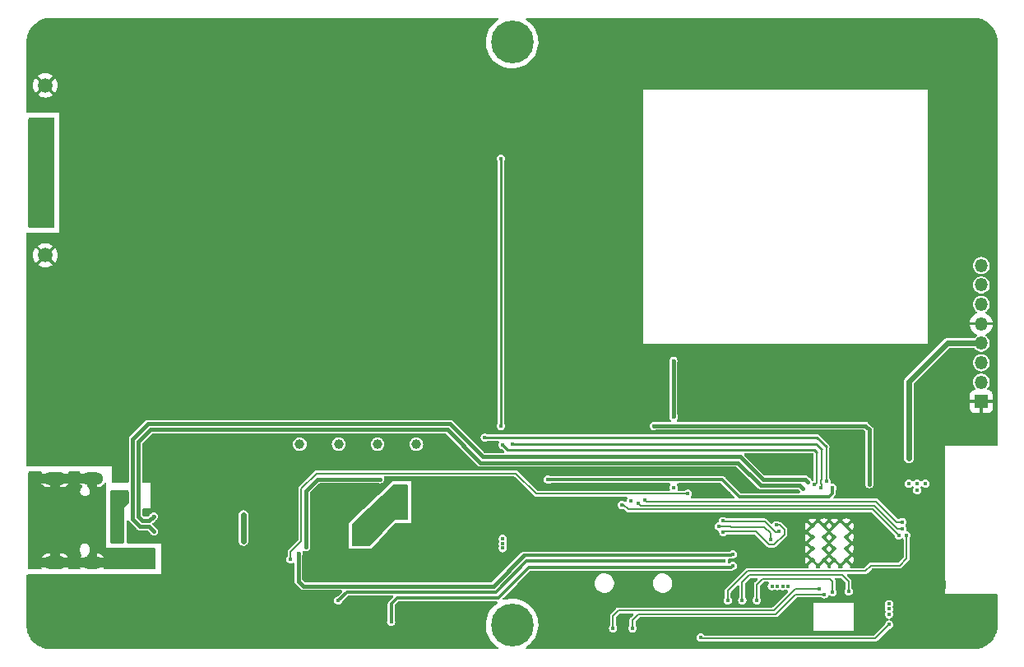
<source format=gbr>
%TF.GenerationSoftware,KiCad,Pcbnew,(5.99.0-11174-ge2a2c3282a)*%
%TF.CreationDate,2021-07-05T21:59:08+02:00*%
%TF.ProjectId,flatlight_rev20_ESIDE,666c6174-6c69-4676-9874-5f7265763230,rev?*%
%TF.SameCoordinates,Original*%
%TF.FileFunction,Copper,L2,Inr*%
%TF.FilePolarity,Positive*%
%FSLAX46Y46*%
G04 Gerber Fmt 4.6, Leading zero omitted, Abs format (unit mm)*
G04 Created by KiCad (PCBNEW (5.99.0-11174-ge2a2c3282a)) date 2021-07-05 21:59:08*
%MOMM*%
%LPD*%
G01*
G04 APERTURE LIST*
%TA.AperFunction,ComponentPad*%
%ADD10C,4.400000*%
%TD*%
%TA.AperFunction,ComponentPad*%
%ADD11C,0.700000*%
%TD*%
%TA.AperFunction,ComponentPad*%
%ADD12C,0.500000*%
%TD*%
%TA.AperFunction,ComponentPad*%
%ADD13C,1.500000*%
%TD*%
%TA.AperFunction,ComponentPad*%
%ADD14R,1.350000X1.350000*%
%TD*%
%TA.AperFunction,ComponentPad*%
%ADD15O,1.350000X1.350000*%
%TD*%
%TA.AperFunction,ComponentPad*%
%ADD16O,2.300000X1.300000*%
%TD*%
%TA.AperFunction,ComponentPad*%
%ADD17O,2.600000X1.300000*%
%TD*%
%TA.AperFunction,ComponentPad*%
%ADD18R,0.500000X0.900000*%
%TD*%
%TA.AperFunction,ViaPad*%
%ADD19C,0.450000*%
%TD*%
%TA.AperFunction,ViaPad*%
%ADD20C,1.000000*%
%TD*%
%TA.AperFunction,Conductor*%
%ADD21C,0.200000*%
%TD*%
%TA.AperFunction,Conductor*%
%ADD22C,0.400000*%
%TD*%
%TA.AperFunction,Conductor*%
%ADD23C,0.600000*%
%TD*%
%TA.AperFunction,Conductor*%
%ADD24C,0.300000*%
%TD*%
%TA.AperFunction,Conductor*%
%ADD25C,0.250000*%
%TD*%
G04 APERTURE END LIST*
D10*
%TO.N,GND*%
%TO.C,H5*%
X42250000Y-127550000D03*
D11*
X42250000Y-129200000D03*
X40600000Y-127550000D03*
X43900000Y-127550000D03*
X41083274Y-126383274D03*
X43416726Y-128716726D03*
X43416726Y-126383274D03*
X42250000Y-125900000D03*
X41083274Y-128716726D03*
%TD*%
%TO.N,+BATT*%
%TO.C,H6*%
X90916726Y-68716726D03*
D10*
X89750000Y-67550000D03*
D11*
X89750000Y-65900000D03*
X88583274Y-66383274D03*
X88100000Y-67550000D03*
X89750000Y-69200000D03*
X88583274Y-68716726D03*
X91400000Y-67550000D03*
X90916726Y-66383274D03*
%TD*%
%TO.N,GND*%
%TO.C,H4*%
X40550000Y-67500000D03*
D10*
X42200000Y-67500000D03*
D11*
X42200000Y-65850000D03*
X41033274Y-66333274D03*
X41033274Y-68666726D03*
X42200000Y-69150000D03*
X43850000Y-67500000D03*
X43366726Y-66333274D03*
X43366726Y-68666726D03*
%TD*%
%TO.N,GND*%
%TO.C,H3*%
X138416726Y-66383274D03*
X136083274Y-66383274D03*
D10*
X137250000Y-67550000D03*
D11*
X137250000Y-69200000D03*
X138900000Y-67550000D03*
X137250000Y-65900000D03*
X135600000Y-67550000D03*
X136083274Y-68716726D03*
X138416726Y-68716726D03*
%TD*%
%TO.N,GND*%
%TO.C,H2*%
X136083274Y-128716726D03*
X136083274Y-126383274D03*
X137250000Y-129200000D03*
D10*
X137250000Y-127550000D03*
D11*
X138900000Y-127550000D03*
X138416726Y-128716726D03*
X135600000Y-127550000D03*
X137250000Y-125900000D03*
X138416726Y-126383274D03*
%TD*%
%TO.N,+BATT*%
%TO.C,H1*%
X90916726Y-128716726D03*
X91400000Y-127550000D03*
X90916726Y-126383274D03*
X89750000Y-129200000D03*
X89750000Y-125900000D03*
D10*
X89750000Y-127550000D03*
D11*
X88100000Y-127550000D03*
X88583274Y-126383274D03*
X88583274Y-128716726D03*
%TD*%
D12*
%TO.N,GND*%
%TO.C,U6*%
X121850000Y-118500000D03*
X121850000Y-120850000D03*
X120650000Y-117350000D03*
X120650000Y-118500000D03*
X124150000Y-119700000D03*
X124150000Y-120850000D03*
X124150000Y-117350000D03*
X122925000Y-119700000D03*
X122925000Y-117350000D03*
X124150000Y-118500000D03*
X120650000Y-120850000D03*
X122925000Y-118500000D03*
X121850000Y-117350000D03*
X122925000Y-120850000D03*
X121850000Y-119700000D03*
X120650000Y-119700000D03*
%TD*%
D13*
%TO.N,GND*%
%TO.C,H17*%
X41700000Y-72000000D03*
%TD*%
%TO.N,GND*%
%TO.C,H18*%
X41700000Y-89500000D03*
%TD*%
D14*
%TO.N,GND*%
%TO.C,J1*%
X138050000Y-104550000D03*
D15*
%TO.N,ES_LED_PWM*%
X138050000Y-102550000D03*
%TO.N,+3V3*%
X138050000Y-100550000D03*
%TO.N,ES_LED_NTC*%
X138050000Y-98550000D03*
%TO.N,GND*%
X138050000Y-96550000D03*
%TO.N,ES_WS_SDAT*%
X138050000Y-94550000D03*
%TO.N,ES_WS_LDAT*%
X138050000Y-92550000D03*
%TO.N,ES_WS_POWER*%
X138050000Y-90550000D03*
%TD*%
D16*
%TO.N,GNDPWR*%
%TO.C,J2*%
X46510000Y-121120000D03*
D17*
X42685000Y-112480000D03*
D16*
X46510000Y-112480000D03*
D17*
X42685000Y-121120000D03*
%TD*%
D18*
%TO.N,GND*%
%TO.C,AE1*%
X134150000Y-123400000D03*
%TD*%
D19*
%TO.N,GND*%
X97950000Y-107050000D03*
X111750000Y-129550000D03*
X123950000Y-128350000D03*
X87750000Y-117850000D03*
X84250000Y-129550000D03*
X40450000Y-88250000D03*
X110150000Y-119450000D03*
X114250000Y-129550000D03*
X131850000Y-125550000D03*
X53050000Y-108250000D03*
X91300000Y-115250000D03*
X50200000Y-65850000D03*
X124250000Y-129550000D03*
X99350000Y-107050000D03*
X94450000Y-113450000D03*
X55200000Y-65850000D03*
X122400000Y-124950000D03*
X130250000Y-125550000D03*
X119450000Y-128350000D03*
X138150000Y-124750000D03*
X52700000Y-65850000D03*
X85100000Y-114050000D03*
X116100000Y-65850000D03*
X79650000Y-112550000D03*
X44350000Y-129550000D03*
X133150000Y-124450000D03*
X95600000Y-129550000D03*
X85100000Y-112550000D03*
X134050000Y-113450000D03*
X133150000Y-123550000D03*
X138950000Y-75550000D03*
X121100000Y-65850000D03*
X87750000Y-120550000D03*
X74750000Y-114450000D03*
X82700000Y-65850000D03*
X129250000Y-129550000D03*
X126250000Y-126850000D03*
X109650000Y-111950000D03*
X117750000Y-111650000D03*
X40450000Y-108250000D03*
X59350000Y-129550000D03*
X121250000Y-124950000D03*
X46850000Y-129550000D03*
X126100000Y-65850000D03*
X81550000Y-111350000D03*
X40450000Y-93250000D03*
X129150000Y-122050000D03*
X40450000Y-100750000D03*
X101750000Y-111950000D03*
X76850000Y-129550000D03*
X125450000Y-124950000D03*
X92150000Y-118450000D03*
X78425000Y-122475000D03*
X115900000Y-127550000D03*
X65900000Y-114475000D03*
X47700000Y-65850000D03*
X40450000Y-70750000D03*
X91825000Y-87350000D03*
X79650000Y-111350000D03*
X136750000Y-124750000D03*
X135350000Y-124750000D03*
X101750000Y-107050000D03*
X121850000Y-128350000D03*
X129150000Y-122750000D03*
X106750000Y-129550000D03*
X123600000Y-65850000D03*
X139350000Y-108950000D03*
X93100000Y-129550000D03*
X93600000Y-65850000D03*
X133150000Y-122750000D03*
X86250000Y-117850000D03*
X40450000Y-110750000D03*
X128600000Y-65850000D03*
X119250000Y-126650000D03*
X105350000Y-111950000D03*
X52100000Y-115950000D03*
X66350000Y-115125000D03*
X134050000Y-111750000D03*
X86350000Y-107050000D03*
X133150000Y-122050000D03*
X70100000Y-119550000D03*
X119250000Y-125500000D03*
X40450000Y-73250000D03*
X138950000Y-83050000D03*
X87550000Y-107050000D03*
X94450000Y-111750000D03*
X121750000Y-129550000D03*
X139350000Y-124750000D03*
X127750000Y-122050000D03*
X50550000Y-118750000D03*
X80200000Y-65850000D03*
X87050000Y-114050000D03*
X74750000Y-113400000D03*
X40550000Y-122650000D03*
X108600000Y-65850000D03*
X138950000Y-88050000D03*
X83450000Y-111350000D03*
X85100000Y-117850000D03*
X134050000Y-114950000D03*
X56400000Y-117150000D03*
X77750000Y-117850000D03*
X81550000Y-112550000D03*
X112050000Y-111950000D03*
X93450000Y-113450000D03*
X51850000Y-129550000D03*
X56850000Y-129550000D03*
X134050000Y-117850000D03*
X138950000Y-80550000D03*
X68950000Y-111350000D03*
X40450000Y-95750000D03*
X134250000Y-129550000D03*
X102950000Y-107050000D03*
X40450000Y-103250000D03*
X83050000Y-122350000D03*
X71850000Y-129550000D03*
X134050000Y-116350000D03*
X49350000Y-129550000D03*
X138950000Y-85550000D03*
X116500000Y-125000000D03*
X100650000Y-107050000D03*
X129150000Y-124350000D03*
X134050000Y-124750000D03*
X40550000Y-125150000D03*
X134050000Y-109150000D03*
X75250000Y-111350000D03*
X81500000Y-122375000D03*
X124550000Y-124950000D03*
X70050000Y-124250000D03*
X66850000Y-129550000D03*
X113050000Y-119450000D03*
X93450000Y-111750000D03*
X118150000Y-127550000D03*
X60200000Y-65850000D03*
X40450000Y-90750000D03*
X93450000Y-115250000D03*
X117000000Y-127550000D03*
X92150000Y-119550000D03*
X116750000Y-129550000D03*
X111100000Y-65850000D03*
X64675000Y-115100000D03*
X98100000Y-129550000D03*
X86750000Y-129550000D03*
X91300000Y-114550000D03*
X85100000Y-120550000D03*
X85100000Y-121450000D03*
X128450000Y-122050000D03*
X138950000Y-73050000D03*
X69350000Y-129550000D03*
X114650000Y-119450000D03*
X65200000Y-65850000D03*
X80750000Y-117850000D03*
X112050000Y-116250000D03*
X110150000Y-116400000D03*
X40450000Y-105750000D03*
X96750000Y-107050000D03*
X106100000Y-65850000D03*
X64350000Y-129550000D03*
X138950000Y-78050000D03*
X126750000Y-129550000D03*
X133600000Y-65850000D03*
X70200000Y-65850000D03*
X75200000Y-65850000D03*
X119250000Y-129550000D03*
X86250000Y-120550000D03*
X46350000Y-108250000D03*
X80100000Y-122400000D03*
X85100000Y-122350000D03*
X129150000Y-123550000D03*
X131100000Y-65850000D03*
X138950000Y-106350000D03*
X74350000Y-129550000D03*
X110150000Y-118000000D03*
X131750000Y-129550000D03*
X62700000Y-65850000D03*
X85100000Y-111350000D03*
X61850000Y-129550000D03*
X135050000Y-108950000D03*
X134050000Y-119350000D03*
X126350000Y-127850000D03*
X79250000Y-117850000D03*
X72700000Y-65850000D03*
X138950000Y-108350000D03*
X77150000Y-122375000D03*
X83450000Y-112550000D03*
X92150000Y-117150000D03*
X120250000Y-124950000D03*
X98600000Y-65850000D03*
X82250000Y-117850000D03*
X66200000Y-119550000D03*
X85200000Y-65850000D03*
X113600000Y-65850000D03*
X56850000Y-117150000D03*
X90750000Y-119550000D03*
X127050000Y-122050000D03*
X49850000Y-108250000D03*
X79250000Y-129550000D03*
X134050000Y-120450000D03*
X103600000Y-65850000D03*
X77350000Y-112550000D03*
X81750000Y-129550000D03*
D20*
X63900000Y-108950000D03*
D19*
X112050000Y-114050000D03*
X125450000Y-128350000D03*
X87750000Y-109050000D03*
X77700000Y-65850000D03*
X70550000Y-111350000D03*
X65050000Y-114450000D03*
X57700000Y-65850000D03*
X96100000Y-65850000D03*
X101100000Y-65850000D03*
X65475000Y-115100000D03*
X54350000Y-129550000D03*
X137650000Y-108950000D03*
X77350000Y-111350000D03*
X138950000Y-70550000D03*
X45200000Y-65850000D03*
X134050000Y-110250000D03*
X40450000Y-98250000D03*
X107150000Y-100350000D03*
X42350000Y-108250000D03*
X67700000Y-65850000D03*
X118600000Y-65850000D03*
X113850000Y-119450000D03*
%TO.N,+BATT*%
X41750000Y-81100000D03*
X42250000Y-86100000D03*
X42250000Y-82100000D03*
D20*
X71900000Y-108950000D03*
D19*
X41750000Y-85100000D03*
X42250000Y-78100000D03*
X41750000Y-79100000D03*
X41750000Y-83100000D03*
X41750000Y-77100000D03*
X42250000Y-84100000D03*
X42250000Y-80100000D03*
X42250000Y-76100000D03*
%TO.N,EN*%
X128575000Y-127525000D03*
X109150000Y-128850000D03*
%TO.N,Net-(C1-Pad1)*%
X76150000Y-112550000D03*
X68550000Y-119550000D03*
%TO.N,LX*%
X78650000Y-114600000D03*
X78650000Y-114000000D03*
X73550000Y-118300000D03*
X78650000Y-113400000D03*
X78650000Y-116400000D03*
X73550000Y-119100000D03*
X78650000Y-115800000D03*
X73550000Y-117500000D03*
X78650000Y-115200000D03*
%TO.N,GNDPWR*%
X40750000Y-114550000D03*
X40750000Y-116750000D03*
X40750000Y-118950000D03*
X48850000Y-120550000D03*
X51800000Y-120550000D03*
X40750000Y-112450000D03*
X40750000Y-121150000D03*
X48850000Y-121550000D03*
%TO.N,CC1*%
X62100000Y-116250000D03*
X62100000Y-118900000D03*
D20*
%TO.N,SYS*%
X75900000Y-108950000D03*
D19*
%TO.N,TX*%
X102150000Y-127900000D03*
X121900000Y-124400000D03*
%TO.N,RX*%
X100150000Y-127900000D03*
X121400000Y-123825500D03*
%TO.N,ES_LED_NTC*%
X130600000Y-110400000D03*
%TO.N,STAT*%
X107850000Y-114050000D03*
X66950000Y-120800000D03*
%TO.N,INOK*%
X67750000Y-120200000D03*
X112450000Y-120300000D03*
%TO.N,DISP_BACKLIGHT*%
X126550000Y-113050000D03*
X104350000Y-107050000D03*
%TO.N,DISP_RESET*%
X106400000Y-106150000D03*
X106350000Y-100350000D03*
%TO.N,GPIO46*%
X124400000Y-124100000D03*
X113450000Y-125000000D03*
%TO.N,GPIO45*%
X114950000Y-125000000D03*
X122750000Y-124200000D03*
%TO.N,SCL*%
X89800000Y-108900000D03*
X121575500Y-113400000D03*
%TO.N,IMU_INT2*%
X122694534Y-113425253D03*
X93450000Y-112600000D03*
%TO.N,SDA*%
X120900000Y-113100000D03*
X88750000Y-109000000D03*
%TO.N,IMU_INT1*%
X122100000Y-112750000D03*
X86950000Y-108250000D03*
%TO.N,BNT_DIG3*%
X129550000Y-118344313D03*
X101050000Y-115200000D03*
%TO.N,BNT_DIG2*%
X129950000Y-117650000D03*
X102750000Y-115000000D03*
%TO.N,BNT_DIG1*%
X103450000Y-114700000D03*
X129950000Y-116950000D03*
%TO.N,GPIO0*%
X130370000Y-118325735D03*
X111950000Y-125050000D03*
%TO.N,ENBST*%
X71850000Y-125050000D03*
X111550000Y-121000000D03*
%TO.N,SPIQ*%
X116400000Y-118750000D03*
X111050000Y-117435502D03*
%TO.N,SPICS0*%
X117185967Y-117930598D03*
X111450000Y-116850000D03*
%TO.N,SPIWP*%
X111500000Y-118000000D03*
X116950000Y-117274500D03*
%TO.N,+3V3*%
X130600000Y-113000000D03*
X128550000Y-126450000D03*
X118150000Y-123550000D03*
X131450000Y-113700000D03*
D20*
X79900000Y-108950000D03*
D19*
X101950000Y-114800000D03*
X131450000Y-113000000D03*
X128550000Y-125900000D03*
X88800000Y-119200000D03*
X106400000Y-113400000D03*
X117600000Y-123550000D03*
X132300000Y-113000000D03*
X116500000Y-123550000D03*
X128543750Y-125400000D03*
X88800000Y-118700000D03*
X88800000Y-119650000D03*
X117050000Y-123550000D03*
%TO.N,ITOPOFF*%
X77300000Y-127250000D03*
X112450000Y-121500000D03*
%TO.N,Net-(R6-Pad2)*%
X88600000Y-107050000D03*
X88575000Y-79550000D03*
%TO.N,U_N*%
X52900000Y-117924980D03*
X120150000Y-112800000D03*
%TO.N,U_P*%
X119700000Y-113500000D03*
X52850000Y-116375020D03*
D20*
%TO.N,CHG_Supply*%
X67900000Y-108950000D03*
D19*
X48600000Y-114450000D03*
X49600000Y-118900000D03*
X49600000Y-114450000D03*
X49100000Y-118700000D03*
X49100000Y-114650000D03*
X48600000Y-118900000D03*
%TD*%
D21*
%TO.N,EN*%
X109250000Y-128950000D02*
X127150000Y-128950000D01*
X109150000Y-128850000D02*
X109250000Y-128950000D01*
X127150000Y-128950000D02*
X128575000Y-127525000D01*
D22*
%TO.N,Net-(C1-Pad1)*%
X69750000Y-112550000D02*
X76150000Y-112550000D01*
X68550000Y-113750000D02*
X69750000Y-112550000D01*
X68550000Y-119550000D02*
X68550000Y-113750000D01*
D23*
%TO.N,CC1*%
X62100000Y-118900000D02*
X62100000Y-116250000D01*
D21*
%TO.N,TX*%
X121900000Y-124400000D02*
X118950000Y-124400000D01*
X116900000Y-126450000D02*
X102750000Y-126450000D01*
X118950000Y-124400000D02*
X116900000Y-126450000D01*
X102750000Y-126450000D02*
X102150000Y-127050000D01*
X102150000Y-127050000D02*
X102150000Y-127900000D01*
%TO.N,RX*%
X116700000Y-126050000D02*
X100700000Y-126050000D01*
X100150000Y-126600000D02*
X100150000Y-127900000D01*
X118924500Y-123825500D02*
X116700000Y-126050000D01*
X121400000Y-123825500D02*
X118924500Y-123825500D01*
X100700000Y-126050000D02*
X100150000Y-126600000D01*
D23*
%TO.N,ES_LED_NTC*%
X130600000Y-102500000D02*
X134550000Y-98550000D01*
X130600000Y-110400000D02*
X130600000Y-102500000D01*
X134550000Y-98550000D02*
X138050000Y-98550000D01*
D21*
%TO.N,STAT*%
X68050481Y-113543091D02*
X68050481Y-118949519D01*
X66950000Y-120050000D02*
X66950000Y-120800000D01*
X68050481Y-118949519D02*
X66950000Y-120050000D01*
X90099980Y-111950000D02*
X69643572Y-111950000D01*
X92199980Y-114050000D02*
X90099980Y-111950000D01*
X69643572Y-111950000D02*
X68050481Y-113543091D01*
X107850000Y-114050000D02*
X92199980Y-114050000D01*
D22*
%TO.N,INOK*%
X68250000Y-123550000D02*
X87840017Y-123550000D01*
X67750000Y-120200000D02*
X67750000Y-123050000D01*
D24*
X112350000Y-120400000D02*
X112450000Y-120300000D01*
X90990017Y-120400000D02*
X112350000Y-120400000D01*
D22*
X87840017Y-123550000D02*
X90990017Y-120400000D01*
X67750000Y-123050000D02*
X68250000Y-123550000D01*
%TO.N,DISP_BACKLIGHT*%
X126550000Y-107450000D02*
X126550000Y-113050000D01*
X104350000Y-107050000D02*
X126150000Y-107050000D01*
X126150000Y-107050000D02*
X126550000Y-107450000D01*
D25*
%TO.N,DISP_RESET*%
X106400000Y-106150000D02*
X106350000Y-106100000D01*
D22*
X106350000Y-106100000D02*
X106350000Y-100350000D01*
D21*
%TO.N,GPIO46*%
X114200000Y-122400000D02*
X113450000Y-123150000D01*
X113450000Y-123150000D02*
X113450000Y-125000000D01*
X123700000Y-122400000D02*
X114200000Y-122400000D01*
X124400000Y-123100000D02*
X123700000Y-122400000D01*
X124400000Y-124100000D02*
X124400000Y-123100000D01*
%TO.N,GPIO45*%
X122750000Y-124200000D02*
X122750000Y-123050000D01*
X122500000Y-122800000D02*
X115550000Y-122800000D01*
X122750000Y-123050000D02*
X122500000Y-122800000D01*
X115550000Y-122800000D02*
X114950000Y-123400000D01*
X114950000Y-123400000D02*
X114950000Y-125000000D01*
D25*
%TO.N,SCL*%
X121025000Y-108900000D02*
X121600000Y-109475000D01*
D21*
X121575489Y-112582739D02*
X121600000Y-112558228D01*
X121600000Y-113041772D02*
X121575489Y-113017261D01*
X121575489Y-113017261D02*
X121575489Y-112582739D01*
X121575500Y-113400000D02*
X121600000Y-113375500D01*
X121600000Y-113375500D02*
X121600000Y-113041772D01*
D25*
X89800000Y-108900000D02*
X121025000Y-108900000D01*
D21*
X121600000Y-112558228D02*
X121600000Y-109475000D01*
D24*
%TO.N,IMU_INT2*%
X122694534Y-113425253D02*
X122694534Y-114005466D01*
X111414017Y-112600000D02*
X93450000Y-112600000D01*
X122350000Y-114350000D02*
X113164017Y-114350000D01*
X113164017Y-114350000D02*
X111414017Y-112600000D01*
X122694534Y-114005466D02*
X122350000Y-114350000D01*
D25*
%TO.N,SDA*%
X120900000Y-109550000D02*
X121100000Y-109750000D01*
D21*
X121100000Y-109750000D02*
X121100000Y-112900000D01*
D25*
X89300000Y-109550000D02*
X120900000Y-109550000D01*
X88750000Y-109000000D02*
X89300000Y-109550000D01*
D21*
X121100000Y-112900000D02*
X120900000Y-113100000D01*
%TO.N,IMU_INT1*%
X122100000Y-109236424D02*
X122100000Y-112750000D01*
D25*
X121113576Y-108250000D02*
X122100000Y-109236424D01*
X86950000Y-108250000D02*
X121113576Y-108250000D01*
D21*
%TO.N,BNT_DIG3*%
X101700031Y-115650031D02*
X126855718Y-115650031D01*
X101050000Y-115200000D02*
X101250000Y-115200000D01*
X101250000Y-115200000D02*
X101700031Y-115650031D01*
X126855718Y-115650031D02*
X129550000Y-118344313D01*
%TO.N,BNT_DIG2*%
X129421401Y-117650000D02*
X129950000Y-117650000D01*
X102750000Y-115000000D02*
X103000011Y-115250011D01*
X103000011Y-115250011D02*
X127021412Y-115250011D01*
X127021412Y-115250011D02*
X129421401Y-117650000D01*
%TO.N,BNT_DIG1*%
X103600000Y-114850000D02*
X127250000Y-114850000D01*
X127250000Y-114850000D02*
X129350000Y-116950000D01*
X129350000Y-116950000D02*
X129950000Y-116950000D01*
X103450000Y-114700000D02*
X103600000Y-114850000D01*
%TO.N,GPIO0*%
X126125000Y-122000000D02*
X126675000Y-121450000D01*
X129650000Y-121450000D02*
X130370000Y-120730000D01*
X111950000Y-125050000D02*
X111950000Y-124050000D01*
X111950000Y-124050000D02*
X114000000Y-122000000D01*
X126675000Y-121450000D02*
X129650000Y-121450000D01*
X130370000Y-120730000D02*
X130370000Y-118325735D01*
X114000000Y-122000000D02*
X126125000Y-122000000D01*
D24*
%TO.N,ENBST*%
X72750000Y-124150000D02*
X71850000Y-125050000D01*
X91238573Y-121000000D02*
X88088573Y-124150000D01*
X88088573Y-124150000D02*
X72750000Y-124150000D01*
X111550000Y-121000000D02*
X91238573Y-121000000D01*
D21*
%TO.N,SPIQ*%
X111382739Y-117425489D02*
X111817261Y-117425489D01*
X116400000Y-118115714D02*
X116400000Y-118750000D01*
X111050000Y-117435502D02*
X111372726Y-117435502D01*
X111817261Y-117425489D02*
X111827274Y-117435502D01*
X111827274Y-117435502D02*
X112285502Y-117435502D01*
X112285502Y-117435502D02*
X112300000Y-117450000D01*
X111372726Y-117435502D02*
X111382739Y-117425489D01*
X115734286Y-117450000D02*
X116400000Y-118115714D01*
X112300000Y-117450000D02*
X115734286Y-117450000D01*
%TO.N,SPICS0*%
X111450000Y-116850000D02*
X111500000Y-116900000D01*
X111500000Y-116900000D02*
X115750000Y-116900000D01*
X116850000Y-118000000D02*
X117116565Y-118000000D01*
X115750000Y-116900000D02*
X116850000Y-118000000D01*
X117116565Y-118000000D02*
X117185967Y-117930598D01*
%TO.N,SPIWP*%
X117273380Y-117274500D02*
X116950000Y-117274500D01*
X117778065Y-117779185D02*
X117273380Y-117274500D01*
X117778065Y-118213707D02*
X117778065Y-117779185D01*
X114858228Y-117950000D02*
X116182739Y-119274511D01*
X116182739Y-119274511D02*
X116717261Y-119274511D01*
X116717261Y-119274511D02*
X117778065Y-118213707D01*
X111550000Y-117950000D02*
X114858228Y-117950000D01*
X111500000Y-118000000D02*
X111550000Y-117950000D01*
D24*
%TO.N,ITOPOFF*%
X112450000Y-121500000D02*
X112349980Y-121600020D01*
X91487109Y-121600020D02*
X88337129Y-124750000D01*
X112349980Y-121600020D02*
X91487109Y-121600020D01*
X88337129Y-124750000D02*
X77950000Y-124750000D01*
X77300000Y-125400000D02*
X77300000Y-127250000D01*
X77950000Y-124750000D02*
X77300000Y-125400000D01*
D25*
%TO.N,Net-(R6-Pad2)*%
X88600000Y-107050000D02*
X88575000Y-107025000D01*
X88575000Y-107025000D02*
X88575000Y-79550000D01*
D22*
%TO.N,U_N*%
X51450735Y-117425001D02*
X52400021Y-117425001D01*
X83324266Y-106850000D02*
X52275734Y-106850000D01*
X50700000Y-116674266D02*
X51450735Y-117425001D01*
X52275734Y-106850000D02*
X50700000Y-108425734D01*
X115599265Y-112574999D02*
X113274746Y-110250480D01*
X50700000Y-108425734D02*
X50700000Y-116674266D01*
X86724746Y-110250480D02*
X83324266Y-106850000D01*
X120150000Y-112800000D02*
X119924999Y-112574999D01*
X119924999Y-112574999D02*
X115599265Y-112574999D01*
X52400021Y-117425001D02*
X52900000Y-117924980D01*
X113274746Y-110250480D02*
X86724746Y-110250480D01*
%TO.N,U_P*%
X51300000Y-116425734D02*
X51699265Y-116824999D01*
X119375001Y-113175001D02*
X115350735Y-113175001D01*
X115350735Y-113175001D02*
X113025734Y-110850000D01*
X51300000Y-108674266D02*
X51300000Y-116425734D01*
X86475734Y-110850000D02*
X83075734Y-107450000D01*
X119700000Y-113500000D02*
X119375001Y-113175001D01*
X52400021Y-116824999D02*
X52850000Y-116375020D01*
X83075734Y-107450000D02*
X52524266Y-107450000D01*
X51699265Y-116824999D02*
X52400021Y-116824999D01*
X113025734Y-110850000D02*
X86475734Y-110850000D01*
X52524266Y-107450000D02*
X51300000Y-108674266D01*
%TD*%
%TA.AperFunction,Conductor*%
%TO.N,+BATT*%
G36*
X42592121Y-75370002D02*
G01*
X42638614Y-75423658D01*
X42650000Y-75476000D01*
X42650000Y-86524000D01*
X42629998Y-86592121D01*
X42576342Y-86638614D01*
X42524000Y-86650000D01*
X40076000Y-86650000D01*
X40007879Y-86629998D01*
X39961386Y-86576342D01*
X39950000Y-86524000D01*
X39950000Y-75476000D01*
X39970002Y-75407879D01*
X40023658Y-75361386D01*
X40076000Y-75350000D01*
X42524000Y-75350000D01*
X42592121Y-75370002D01*
G37*
%TD.AperFunction*%
%TD*%
%TA.AperFunction,Conductor*%
%TO.N,GNDPWR*%
G36*
X41268777Y-111770002D02*
G01*
X41315270Y-111823658D01*
X41325374Y-111893932D01*
X41302592Y-111950061D01*
X41291488Y-111965344D01*
X41287067Y-111977736D01*
X41296210Y-111980000D01*
X44071045Y-111980000D01*
X44083668Y-111976293D01*
X44080125Y-111967565D01*
X44067408Y-111950061D01*
X44043549Y-111883193D01*
X44059630Y-111814042D01*
X44110544Y-111764562D01*
X44169344Y-111750000D01*
X45175656Y-111750000D01*
X45243777Y-111770002D01*
X45290270Y-111823658D01*
X45300374Y-111893932D01*
X45277592Y-111950061D01*
X45266488Y-111965344D01*
X45262067Y-111977736D01*
X45271210Y-111980000D01*
X46884000Y-111980000D01*
X46952121Y-112000002D01*
X46998614Y-112053658D01*
X47010000Y-112106000D01*
X47010000Y-113365885D01*
X47014475Y-113381124D01*
X47015865Y-113382329D01*
X47023548Y-113384000D01*
X47054281Y-113384000D01*
X47060840Y-113383656D01*
X47192428Y-113369826D01*
X47205271Y-113367096D01*
X47373439Y-113312455D01*
X47385447Y-113307109D01*
X47538575Y-113218700D01*
X47549205Y-113210976D01*
X47680611Y-113092659D01*
X47689402Y-113082896D01*
X47772064Y-112969120D01*
X47828286Y-112925766D01*
X47899022Y-112919690D01*
X47961814Y-112952822D01*
X47996725Y-113014642D01*
X48000000Y-113043181D01*
X48000000Y-119650000D01*
X52924000Y-119650000D01*
X52992121Y-119670002D01*
X53038614Y-119723658D01*
X53050000Y-119776000D01*
X53050000Y-121724000D01*
X53029998Y-121792121D01*
X52976342Y-121838614D01*
X52924000Y-121850000D01*
X47844344Y-121850000D01*
X47776223Y-121829998D01*
X47729730Y-121776342D01*
X47719626Y-121706068D01*
X47742408Y-121649939D01*
X47753512Y-121634656D01*
X47757933Y-121622264D01*
X47748790Y-121620000D01*
X45273955Y-121620000D01*
X45261332Y-121623707D01*
X45264875Y-121632435D01*
X45277592Y-121649939D01*
X45301451Y-121716807D01*
X45285370Y-121785958D01*
X45234456Y-121835438D01*
X45175656Y-121850000D01*
X44169344Y-121850000D01*
X44101223Y-121829998D01*
X44054730Y-121776342D01*
X44044626Y-121706068D01*
X44067408Y-121649939D01*
X44078512Y-121634656D01*
X44082933Y-121622264D01*
X44073790Y-121620000D01*
X41298955Y-121620000D01*
X41286332Y-121623707D01*
X41289875Y-121632435D01*
X41302592Y-121649939D01*
X41326451Y-121716807D01*
X41310370Y-121785958D01*
X41259456Y-121835438D01*
X41200656Y-121850000D01*
X40076000Y-121850000D01*
X40007879Y-121829998D01*
X39961386Y-121776342D01*
X39950000Y-121724000D01*
X39950000Y-120617736D01*
X41287067Y-120617736D01*
X41296210Y-120620000D01*
X42166885Y-120620000D01*
X42182124Y-120615525D01*
X42183329Y-120614135D01*
X42185000Y-120606452D01*
X42185000Y-120234115D01*
X42183659Y-120229548D01*
X43185000Y-120229548D01*
X43185000Y-120601885D01*
X43189475Y-120617124D01*
X43190865Y-120618329D01*
X43198548Y-120620000D01*
X44071045Y-120620000D01*
X44078754Y-120617736D01*
X45262067Y-120617736D01*
X45271210Y-120620000D01*
X45991885Y-120620000D01*
X46007124Y-120615525D01*
X46008329Y-120614135D01*
X46010000Y-120606452D01*
X46010000Y-120444193D01*
X46030002Y-120376072D01*
X46068766Y-120337631D01*
X46105030Y-120314750D01*
X46112625Y-120309958D01*
X46183640Y-120229548D01*
X47010000Y-120229548D01*
X47010000Y-120601885D01*
X47014475Y-120617124D01*
X47015865Y-120618329D01*
X47023548Y-120620000D01*
X47746045Y-120620000D01*
X47758668Y-120616293D01*
X47755125Y-120607565D01*
X47689402Y-120517104D01*
X47680611Y-120507341D01*
X47549205Y-120389024D01*
X47538575Y-120381300D01*
X47385447Y-120292891D01*
X47373439Y-120287545D01*
X47205271Y-120232904D01*
X47192428Y-120230174D01*
X47060840Y-120216344D01*
X47054281Y-120216000D01*
X47028115Y-120216000D01*
X47012876Y-120220475D01*
X47011671Y-120221865D01*
X47010000Y-120229548D01*
X46183640Y-120229548D01*
X46207501Y-120202531D01*
X46268412Y-120072794D01*
X46285500Y-119963045D01*
X46285500Y-119640086D01*
X46270182Y-119533123D01*
X46210860Y-119402651D01*
X46117303Y-119294074D01*
X45997033Y-119216118D01*
X45988436Y-119213547D01*
X45988434Y-119213546D01*
X45878951Y-119180804D01*
X45859718Y-119175052D01*
X45850742Y-119174997D01*
X45850741Y-119174997D01*
X45789027Y-119174620D01*
X45716396Y-119174177D01*
X45707765Y-119176644D01*
X45707763Y-119176644D01*
X45587223Y-119211094D01*
X45587220Y-119211095D01*
X45578589Y-119213562D01*
X45457375Y-119290042D01*
X45362499Y-119397469D01*
X45301588Y-119527206D01*
X45284500Y-119636955D01*
X45284500Y-119959914D01*
X45299818Y-120066877D01*
X45359140Y-120197349D01*
X45365001Y-120204151D01*
X45420450Y-120268502D01*
X45449764Y-120333164D01*
X45439465Y-120403410D01*
X45409307Y-120444387D01*
X45339389Y-120507341D01*
X45330598Y-120517104D01*
X45266488Y-120605344D01*
X45262067Y-120617736D01*
X44078754Y-120617736D01*
X44083668Y-120616293D01*
X44080125Y-120607565D01*
X44014402Y-120517104D01*
X44005611Y-120507341D01*
X43874205Y-120389024D01*
X43863575Y-120381300D01*
X43710447Y-120292891D01*
X43698439Y-120287545D01*
X43530271Y-120232904D01*
X43517428Y-120230174D01*
X43385840Y-120216344D01*
X43379281Y-120216000D01*
X43203115Y-120216000D01*
X43187876Y-120220475D01*
X43186671Y-120221865D01*
X43185000Y-120229548D01*
X42183659Y-120229548D01*
X42180525Y-120218876D01*
X42179135Y-120217671D01*
X42171452Y-120216000D01*
X41990719Y-120216000D01*
X41984160Y-120216344D01*
X41852572Y-120230174D01*
X41839729Y-120232904D01*
X41671561Y-120287545D01*
X41659553Y-120292891D01*
X41506425Y-120381300D01*
X41495795Y-120389024D01*
X41364389Y-120507341D01*
X41355598Y-120517104D01*
X41291488Y-120605344D01*
X41287067Y-120617736D01*
X39950000Y-120617736D01*
X39950000Y-112983707D01*
X41286332Y-112983707D01*
X41289875Y-112992435D01*
X41355598Y-113082896D01*
X41364389Y-113092659D01*
X41495795Y-113210976D01*
X41506425Y-113218700D01*
X41659553Y-113307109D01*
X41671561Y-113312455D01*
X41839729Y-113367096D01*
X41852572Y-113369826D01*
X41984160Y-113383656D01*
X41990719Y-113384000D01*
X42166885Y-113384000D01*
X42182124Y-113379525D01*
X42183329Y-113378135D01*
X42185000Y-113370452D01*
X42185000Y-112998115D01*
X42183659Y-112993548D01*
X43185000Y-112993548D01*
X43185000Y-113365885D01*
X43189475Y-113381124D01*
X43190865Y-113382329D01*
X43198548Y-113384000D01*
X43379281Y-113384000D01*
X43385840Y-113383656D01*
X43517428Y-113369826D01*
X43530271Y-113367096D01*
X43698439Y-113312455D01*
X43710447Y-113307109D01*
X43863575Y-113218700D01*
X43874205Y-113210976D01*
X44005611Y-113092659D01*
X44014402Y-113082896D01*
X44078512Y-112994656D01*
X44082418Y-112983707D01*
X45261332Y-112983707D01*
X45264875Y-112992435D01*
X45330598Y-113082896D01*
X45339389Y-113092659D01*
X45475703Y-113215396D01*
X45474119Y-113217155D01*
X45510872Y-113264833D01*
X45516936Y-113335570D01*
X45483795Y-113398357D01*
X45475698Y-113405981D01*
X45404074Y-113467697D01*
X45326118Y-113587967D01*
X45323547Y-113596564D01*
X45323546Y-113596566D01*
X45298503Y-113680304D01*
X45285052Y-113725282D01*
X45284177Y-113868604D01*
X45323562Y-114006411D01*
X45400042Y-114127625D01*
X45507469Y-114222501D01*
X45637206Y-114283412D01*
X45646074Y-114284793D01*
X45646075Y-114284793D01*
X45656750Y-114286455D01*
X45746955Y-114300500D01*
X45819914Y-114300500D01*
X45861643Y-114294524D01*
X45917991Y-114286455D01*
X45917994Y-114286454D01*
X45926877Y-114285182D01*
X46057349Y-114225860D01*
X46165926Y-114132303D01*
X46243882Y-114012033D01*
X46248146Y-113997777D01*
X46282375Y-113883321D01*
X46284948Y-113874718D01*
X46285823Y-113731396D01*
X46246438Y-113593589D01*
X46169958Y-113472375D01*
X46062531Y-113377499D01*
X46062839Y-113377150D01*
X46020868Y-113327721D01*
X46010000Y-113276529D01*
X46010000Y-112998115D01*
X46005525Y-112982876D01*
X46004135Y-112981671D01*
X45996452Y-112980000D01*
X45273955Y-112980000D01*
X45261332Y-112983707D01*
X44082418Y-112983707D01*
X44082933Y-112982264D01*
X44073790Y-112980000D01*
X43203115Y-112980000D01*
X43187876Y-112984475D01*
X43186671Y-112985865D01*
X43185000Y-112993548D01*
X42183659Y-112993548D01*
X42180525Y-112982876D01*
X42179135Y-112981671D01*
X42171452Y-112980000D01*
X41298955Y-112980000D01*
X41286332Y-112983707D01*
X39950000Y-112983707D01*
X39950000Y-111876000D01*
X39970002Y-111807879D01*
X40023658Y-111761386D01*
X40076000Y-111750000D01*
X41200656Y-111750000D01*
X41268777Y-111770002D01*
G37*
%TD.AperFunction*%
%TD*%
%TA.AperFunction,Conductor*%
%TO.N,CHG_Supply*%
G36*
X50241621Y-113720002D02*
G01*
X50288114Y-113773658D01*
X50299500Y-113826000D01*
X50299500Y-114948310D01*
X50279498Y-115016431D01*
X50262595Y-115037405D01*
X49800000Y-115500000D01*
X49800000Y-119024000D01*
X49779998Y-119092121D01*
X49726342Y-119138614D01*
X49674000Y-119150000D01*
X48526000Y-119150000D01*
X48457879Y-119129998D01*
X48411386Y-119076342D01*
X48400000Y-119024000D01*
X48400000Y-113826000D01*
X48420002Y-113757879D01*
X48473658Y-113711386D01*
X48526000Y-113700000D01*
X50173500Y-113700000D01*
X50241621Y-113720002D01*
G37*
%TD.AperFunction*%
%TD*%
%TA.AperFunction,Conductor*%
%TO.N,GND*%
G36*
X85350605Y-111649500D02*
G01*
X69694539Y-111649500D01*
X69692858Y-111649377D01*
X69688200Y-111647777D01*
X69676875Y-111648202D01*
X69676872Y-111648202D01*
X69644678Y-111649411D01*
X69639951Y-111649500D01*
X69616726Y-111649500D01*
X69611331Y-111650505D01*
X69605541Y-111650880D01*
X69576410Y-111651974D01*
X69565722Y-111656566D01*
X69561110Y-111657605D01*
X69549459Y-111661144D01*
X69545032Y-111662853D01*
X69533593Y-111664983D01*
X69512620Y-111677911D01*
X69496260Y-111686409D01*
X69484987Y-111691252D01*
X69483775Y-111691773D01*
X69473624Y-111696134D01*
X69467146Y-111701455D01*
X69464954Y-111703647D01*
X69462691Y-111705699D01*
X69462449Y-111705433D01*
X69456293Y-111710299D01*
X69448263Y-111717580D01*
X69438361Y-111723684D01*
X69431320Y-111732944D01*
X69422717Y-111744257D01*
X69411516Y-111757085D01*
X67874037Y-113294563D01*
X67872757Y-113295668D01*
X67868334Y-113297830D01*
X67860621Y-113306145D01*
X67838701Y-113329775D01*
X67835420Y-113333180D01*
X67819012Y-113349588D01*
X67815904Y-113354119D01*
X67812091Y-113358460D01*
X67792254Y-113379846D01*
X67787943Y-113390653D01*
X67785403Y-113394670D01*
X67779680Y-113405388D01*
X67777756Y-113409730D01*
X67771177Y-113419320D01*
X67768491Y-113430637D01*
X67765489Y-113443286D01*
X67759926Y-113460874D01*
X67750799Y-113483752D01*
X67749981Y-113492095D01*
X67749981Y-113495178D01*
X67749831Y-113498247D01*
X67749473Y-113498229D01*
X67748561Y-113506016D01*
X67748031Y-113516848D01*
X67745345Y-113528168D01*
X67746914Y-113539697D01*
X67746914Y-113539699D01*
X67748830Y-113553776D01*
X67749981Y-113570767D01*
X67749981Y-118772857D01*
X67729979Y-118840978D01*
X67713076Y-118861953D01*
X66773552Y-119801476D01*
X66772277Y-119802577D01*
X66767853Y-119804739D01*
X66760147Y-119813046D01*
X66760145Y-119813048D01*
X66738220Y-119836684D01*
X66734939Y-119840089D01*
X66718531Y-119856497D01*
X66715423Y-119861028D01*
X66711610Y-119865369D01*
X66691773Y-119886755D01*
X66687462Y-119897562D01*
X66684922Y-119901579D01*
X66679199Y-119912297D01*
X66677275Y-119916639D01*
X66670696Y-119926229D01*
X66668010Y-119937546D01*
X66665008Y-119950195D01*
X66659445Y-119967783D01*
X66650318Y-119990661D01*
X66649500Y-119999004D01*
X66649500Y-120002087D01*
X66649350Y-120005156D01*
X66648992Y-120005138D01*
X66648080Y-120012925D01*
X66647550Y-120023757D01*
X66644864Y-120035077D01*
X66646433Y-120046606D01*
X66646433Y-120046608D01*
X66648349Y-120060685D01*
X66649500Y-120077676D01*
X66649500Y-120446562D01*
X66629498Y-120514683D01*
X66612595Y-120535657D01*
X66601472Y-120546780D01*
X66540281Y-120666874D01*
X66519196Y-120800000D01*
X66540281Y-120933126D01*
X66601472Y-121053220D01*
X66696780Y-121148528D01*
X66816874Y-121209719D01*
X66826663Y-121211269D01*
X66826665Y-121211270D01*
X66940207Y-121229253D01*
X66950000Y-121230804D01*
X66959793Y-121229253D01*
X67073335Y-121211270D01*
X67073337Y-121211269D01*
X67083126Y-121209719D01*
X67166298Y-121167341D01*
X67236074Y-121154237D01*
X67301858Y-121180937D01*
X67342765Y-121238964D01*
X67349500Y-121279608D01*
X67349500Y-122986521D01*
X67349498Y-122986551D01*
X67349493Y-122986566D01*
X67349493Y-123113434D01*
X67352557Y-123122864D01*
X67352557Y-123122865D01*
X67356291Y-123134357D01*
X67360904Y-123153571D01*
X67364347Y-123175306D01*
X67368848Y-123184139D01*
X67368848Y-123184140D01*
X67374334Y-123194907D01*
X67381898Y-123213168D01*
X67388697Y-123234093D01*
X67401632Y-123251896D01*
X67411958Y-123268748D01*
X67421944Y-123288347D01*
X67511653Y-123378056D01*
X67511668Y-123378063D01*
X67511692Y-123378084D01*
X67921916Y-123788308D01*
X67921937Y-123788332D01*
X67921944Y-123788347D01*
X68011653Y-123878056D01*
X68020493Y-123882560D01*
X68031252Y-123888042D01*
X68048104Y-123898368D01*
X68065907Y-123911303D01*
X68086839Y-123918104D01*
X68105096Y-123925667D01*
X68124694Y-123935653D01*
X68134482Y-123937203D01*
X68134484Y-123937204D01*
X68146419Y-123939094D01*
X68165636Y-123943707D01*
X68186566Y-123950508D01*
X68313434Y-123950508D01*
X68313451Y-123950503D01*
X68313485Y-123950500D01*
X72149628Y-123950500D01*
X72217749Y-123970502D01*
X72264242Y-124024158D01*
X72274346Y-124094432D01*
X72244852Y-124159012D01*
X72238723Y-124165595D01*
X71801863Y-124602455D01*
X71732482Y-124637808D01*
X71726670Y-124638729D01*
X71726668Y-124638730D01*
X71716874Y-124640281D01*
X71704164Y-124646757D01*
X62442499Y-124647166D01*
X62445501Y-119264717D01*
X62516559Y-119184259D01*
X62522501Y-119177531D01*
X62552956Y-119112663D01*
X62579597Y-119055920D01*
X62579597Y-119055919D01*
X62583412Y-119047794D01*
X62600500Y-118938045D01*
X62600500Y-116215086D01*
X62585182Y-116108123D01*
X62525860Y-115977651D01*
X62519999Y-115970849D01*
X62447386Y-115886578D01*
X62450000Y-111200000D01*
X85350503Y-111200000D01*
X85350605Y-111649500D01*
G37*
%TD.AperFunction*%
%TA.AperFunction,Conductor*%
G36*
X77467749Y-124520502D02*
G01*
X77514242Y-124574158D01*
X77524346Y-124644432D01*
X77523402Y-124646500D01*
X72748971Y-124646711D01*
X72858277Y-124537405D01*
X72920589Y-124503379D01*
X72947372Y-124500500D01*
X77399628Y-124500500D01*
X77467749Y-124520502D01*
G37*
%TD.AperFunction*%
%TA.AperFunction,Conductor*%
G36*
X85353206Y-123149500D02*
G01*
X68468082Y-123149500D01*
X68399961Y-123129498D01*
X68378987Y-123112595D01*
X68187405Y-122921013D01*
X68153379Y-122858701D01*
X68150500Y-122831918D01*
X68150500Y-120376435D01*
X68156296Y-120339844D01*
X68159719Y-120333126D01*
X68180804Y-120200000D01*
X68159719Y-120066874D01*
X68158893Y-120065252D01*
X68156994Y-119998776D01*
X68193656Y-119937978D01*
X68257369Y-119906653D01*
X68327902Y-119914747D01*
X68336056Y-119918541D01*
X68398182Y-119950195D01*
X68416874Y-119959719D01*
X68426663Y-119961269D01*
X68426665Y-119961270D01*
X68540207Y-119979253D01*
X68550000Y-119980804D01*
X68559793Y-119979253D01*
X68673335Y-119961270D01*
X68673337Y-119961269D01*
X68683126Y-119959719D01*
X68803220Y-119898528D01*
X68898528Y-119803220D01*
X68959719Y-119683126D01*
X68980804Y-119550000D01*
X68977258Y-119527613D01*
X68961270Y-119426666D01*
X68961270Y-119426665D01*
X68959719Y-119416874D01*
X68956296Y-119410156D01*
X68950500Y-119373565D01*
X68950500Y-117100000D01*
X72950000Y-117100000D01*
X72950000Y-119700000D01*
X75250000Y-119700000D01*
X75268627Y-119680256D01*
X77712702Y-117089536D01*
X77773998Y-117053711D01*
X77804354Y-117050000D01*
X79400000Y-117050000D01*
X79400000Y-112750000D01*
X77500000Y-112750000D01*
X72950000Y-117100000D01*
X68950500Y-117100000D01*
X68950500Y-113968083D01*
X68970502Y-113899962D01*
X68987405Y-113878987D01*
X69878989Y-112987404D01*
X69941301Y-112953379D01*
X69968084Y-112950500D01*
X75973565Y-112950500D01*
X76010156Y-112956296D01*
X76016874Y-112959719D01*
X76026665Y-112961270D01*
X76026666Y-112961270D01*
X76140207Y-112979253D01*
X76150000Y-112980804D01*
X76159793Y-112979253D01*
X76273335Y-112961270D01*
X76273337Y-112961269D01*
X76283126Y-112959719D01*
X76403220Y-112898528D01*
X76498528Y-112803220D01*
X76559719Y-112683126D01*
X76580804Y-112550000D01*
X76559719Y-112416874D01*
X76557540Y-112412597D01*
X76555593Y-112344469D01*
X76592255Y-112283671D01*
X76655967Y-112252346D01*
X76677454Y-112250500D01*
X85350741Y-112250500D01*
X85353206Y-123149500D01*
G37*
%TD.AperFunction*%
%TD*%
%TA.AperFunction,Conductor*%
%TO.N,GND*%
G36*
X82925773Y-107870502D02*
G01*
X82946747Y-107887405D01*
X86147650Y-111088308D01*
X86147671Y-111088332D01*
X86147678Y-111088347D01*
X86237387Y-111178056D01*
X86246221Y-111182557D01*
X86246222Y-111182558D01*
X86256992Y-111188046D01*
X86273849Y-111198375D01*
X86291641Y-111211302D01*
X86312562Y-111218100D01*
X86330822Y-111225664D01*
X86341590Y-111231150D01*
X86350428Y-111235653D01*
X86372159Y-111239095D01*
X86391376Y-111243708D01*
X86412300Y-111250507D01*
X86539168Y-111250507D01*
X86539183Y-111250502D01*
X86539213Y-111250500D01*
X112807652Y-111250500D01*
X112875773Y-111270502D01*
X112896747Y-111287405D01*
X115022651Y-113413309D01*
X115022672Y-113413333D01*
X115022679Y-113413348D01*
X115112388Y-113503057D01*
X115127968Y-113510995D01*
X115131987Y-113513043D01*
X115148839Y-113523369D01*
X115166642Y-113536304D01*
X115187567Y-113543103D01*
X115205828Y-113550667D01*
X115216595Y-113556153D01*
X115225429Y-113560654D01*
X115247164Y-113564097D01*
X115266376Y-113568710D01*
X115287301Y-113575508D01*
X115414169Y-113575508D01*
X115414184Y-113575503D01*
X115414214Y-113575501D01*
X119156919Y-113575501D01*
X119225040Y-113595503D01*
X119246014Y-113612406D01*
X119300630Y-113667022D01*
X119323802Y-113698915D01*
X119330773Y-113712595D01*
X119351472Y-113753220D01*
X119382657Y-113784405D01*
X119416683Y-113846717D01*
X119411618Y-113917532D01*
X119369071Y-113974368D01*
X119302551Y-113999179D01*
X119293562Y-113999500D01*
X113361389Y-113999500D01*
X113293268Y-113979498D01*
X113272294Y-113962595D01*
X111698309Y-112388610D01*
X111684957Y-112372078D01*
X111682606Y-112369494D01*
X111676956Y-112360744D01*
X111652016Y-112341083D01*
X111648356Y-112337830D01*
X111648254Y-112337951D01*
X111644297Y-112334598D01*
X111640617Y-112330918D01*
X111636384Y-112327893D01*
X111627038Y-112321214D01*
X111622288Y-112317648D01*
X111593457Y-112294919D01*
X111593456Y-112294918D01*
X111585280Y-112288473D01*
X111577299Y-112285670D01*
X111570415Y-112280751D01*
X111525242Y-112267242D01*
X111519594Y-112265406D01*
X111482619Y-112252421D01*
X111482618Y-112252421D01*
X111475138Y-112249794D01*
X111471744Y-112249500D01*
X111469034Y-112249500D01*
X111466303Y-112249382D01*
X111466309Y-112249252D01*
X111464761Y-112249155D01*
X111458573Y-112247304D01*
X111407105Y-112249326D01*
X111405137Y-112249403D01*
X111400191Y-112249500D01*
X93729600Y-112249500D01*
X93672397Y-112235767D01*
X93654457Y-112226626D01*
X93583126Y-112190281D01*
X93573337Y-112188731D01*
X93573335Y-112188730D01*
X93459793Y-112170747D01*
X93450000Y-112169196D01*
X93440207Y-112170747D01*
X93326665Y-112188730D01*
X93326663Y-112188731D01*
X93316874Y-112190281D01*
X93196780Y-112251472D01*
X93101472Y-112346780D01*
X93040281Y-112466874D01*
X93038731Y-112476663D01*
X93038730Y-112476665D01*
X93027625Y-112546780D01*
X93019196Y-112600000D01*
X93020747Y-112609793D01*
X93032677Y-112685114D01*
X93040281Y-112733126D01*
X93101472Y-112853220D01*
X93196780Y-112948528D01*
X93316874Y-113009719D01*
X93326663Y-113011269D01*
X93326665Y-113011270D01*
X93440207Y-113029253D01*
X93450000Y-113030804D01*
X93459793Y-113029253D01*
X93573335Y-113011270D01*
X93573337Y-113011269D01*
X93583126Y-113009719D01*
X93672398Y-112964233D01*
X93729600Y-112950500D01*
X105948706Y-112950500D01*
X106016827Y-112970502D01*
X106063320Y-113024158D01*
X106073424Y-113094432D01*
X106052658Y-113145594D01*
X106051472Y-113146780D01*
X105990281Y-113266874D01*
X105988731Y-113276663D01*
X105988730Y-113276665D01*
X105976605Y-113353220D01*
X105969196Y-113400000D01*
X105970747Y-113409793D01*
X105986574Y-113509719D01*
X105990281Y-113533126D01*
X105994782Y-113541959D01*
X105994783Y-113541963D01*
X106007182Y-113566298D01*
X106020286Y-113636075D01*
X105993585Y-113701860D01*
X105935557Y-113742765D01*
X105894915Y-113749500D01*
X92376641Y-113749500D01*
X92308520Y-113729498D01*
X92287546Y-113712595D01*
X91334746Y-112759794D01*
X90348508Y-111773556D01*
X90347403Y-111772276D01*
X90345241Y-111767853D01*
X90313296Y-111738220D01*
X90309891Y-111734939D01*
X90293483Y-111718531D01*
X90288952Y-111715423D01*
X90284611Y-111711610D01*
X90263225Y-111691773D01*
X90252418Y-111687462D01*
X90248401Y-111684922D01*
X90237683Y-111679199D01*
X90233341Y-111677275D01*
X90223751Y-111670696D01*
X90199786Y-111665008D01*
X90182197Y-111659445D01*
X90159319Y-111650318D01*
X90150976Y-111649500D01*
X90147893Y-111649500D01*
X90144824Y-111649350D01*
X90144842Y-111648992D01*
X90137055Y-111648080D01*
X90126223Y-111647550D01*
X90114903Y-111644864D01*
X90103374Y-111646433D01*
X90103372Y-111646433D01*
X90089295Y-111648349D01*
X90072304Y-111649500D01*
X69694539Y-111649500D01*
X69692858Y-111649377D01*
X69688200Y-111647777D01*
X69676875Y-111648202D01*
X69676872Y-111648202D01*
X69644678Y-111649411D01*
X69639951Y-111649500D01*
X69616726Y-111649500D01*
X69611331Y-111650505D01*
X69605541Y-111650880D01*
X69576410Y-111651974D01*
X69565722Y-111656566D01*
X69561110Y-111657605D01*
X69549459Y-111661144D01*
X69545032Y-111662853D01*
X69533593Y-111664983D01*
X69512620Y-111677911D01*
X69496260Y-111686409D01*
X69484987Y-111691252D01*
X69483775Y-111691773D01*
X69473624Y-111696134D01*
X69467146Y-111701455D01*
X69464954Y-111703647D01*
X69462691Y-111705699D01*
X69462449Y-111705433D01*
X69456293Y-111710299D01*
X69448263Y-111717580D01*
X69438361Y-111723684D01*
X69431320Y-111732944D01*
X69422717Y-111744257D01*
X69411516Y-111757085D01*
X69155506Y-112013095D01*
X69093194Y-112047121D01*
X69066411Y-112050000D01*
X63750000Y-112050000D01*
X63750000Y-124050000D01*
X72050128Y-124050000D01*
X72118249Y-124070002D01*
X72164742Y-124123658D01*
X72174846Y-124193932D01*
X72145352Y-124258512D01*
X72139223Y-124265095D01*
X71801863Y-124602455D01*
X71732482Y-124637808D01*
X71726670Y-124638729D01*
X71726668Y-124638730D01*
X71716874Y-124640281D01*
X71596780Y-124701472D01*
X71501472Y-124796780D01*
X71440281Y-124916874D01*
X71438731Y-124926663D01*
X71438730Y-124926665D01*
X71427115Y-125000000D01*
X71419196Y-125050000D01*
X71420747Y-125059793D01*
X71437859Y-125167831D01*
X71440281Y-125183126D01*
X71501472Y-125303220D01*
X71596780Y-125398528D01*
X71716874Y-125459719D01*
X71726663Y-125461269D01*
X71726665Y-125461270D01*
X71840207Y-125479253D01*
X71850000Y-125480804D01*
X71859793Y-125479253D01*
X71973335Y-125461270D01*
X71973337Y-125461269D01*
X71983126Y-125459719D01*
X72103220Y-125398528D01*
X72198528Y-125303220D01*
X72259719Y-125183126D01*
X72262142Y-125167831D01*
X72262192Y-125167518D01*
X72297545Y-125098137D01*
X72858277Y-124537405D01*
X72920589Y-124503379D01*
X72947372Y-124500500D01*
X77399628Y-124500500D01*
X77467749Y-124520502D01*
X77514242Y-124574158D01*
X77524346Y-124644432D01*
X77494852Y-124709012D01*
X77488723Y-124715595D01*
X77088610Y-125115708D01*
X77072078Y-125129060D01*
X77069494Y-125131411D01*
X77060744Y-125137061D01*
X77054297Y-125145239D01*
X77041083Y-125162001D01*
X77037830Y-125165661D01*
X77037951Y-125165763D01*
X77034598Y-125169720D01*
X77030918Y-125173400D01*
X77027894Y-125177632D01*
X77027893Y-125177633D01*
X77021214Y-125186979D01*
X77017651Y-125191725D01*
X76988473Y-125228737D01*
X76985670Y-125236718D01*
X76980751Y-125243602D01*
X76977084Y-125255865D01*
X76967242Y-125288775D01*
X76965406Y-125294423D01*
X76959855Y-125310231D01*
X76949794Y-125338879D01*
X76949500Y-125342273D01*
X76949500Y-125344983D01*
X76949382Y-125347714D01*
X76949252Y-125347708D01*
X76949155Y-125349256D01*
X76947304Y-125355444D01*
X76947713Y-125365848D01*
X76949403Y-125408880D01*
X76949500Y-125413826D01*
X76949500Y-126970400D01*
X76935767Y-127027602D01*
X76890281Y-127116874D01*
X76888731Y-127126663D01*
X76888730Y-127126665D01*
X76872561Y-127228755D01*
X76869196Y-127250000D01*
X76890281Y-127383126D01*
X76951472Y-127503220D01*
X77046780Y-127598528D01*
X77166874Y-127659719D01*
X77176663Y-127661269D01*
X77176665Y-127661270D01*
X77290207Y-127679253D01*
X77300000Y-127680804D01*
X77309793Y-127679253D01*
X77423335Y-127661270D01*
X77423337Y-127661269D01*
X77433126Y-127659719D01*
X77553220Y-127598528D01*
X77648528Y-127503220D01*
X77709719Y-127383126D01*
X77730804Y-127250000D01*
X77727439Y-127228755D01*
X77711270Y-127126665D01*
X77711269Y-127126663D01*
X77709719Y-127116874D01*
X77664233Y-127027602D01*
X77650500Y-126970400D01*
X77650500Y-125597372D01*
X77670502Y-125529251D01*
X77687405Y-125508277D01*
X78058277Y-125137405D01*
X78120589Y-125103379D01*
X78147372Y-125100500D01*
X88134369Y-125100500D01*
X88202490Y-125120502D01*
X88248983Y-125174158D01*
X88259087Y-125244432D01*
X88229593Y-125309012D01*
X88211334Y-125326261D01*
X88101147Y-125411270D01*
X87971513Y-125511282D01*
X87968812Y-125513941D01*
X87968805Y-125513947D01*
X87767013Y-125712595D01*
X87739469Y-125739710D01*
X87737105Y-125742677D01*
X87737102Y-125742680D01*
X87611740Y-125900000D01*
X87536548Y-125994360D01*
X87365690Y-126271544D01*
X87229369Y-126567247D01*
X87228210Y-126570848D01*
X87228207Y-126570854D01*
X87134685Y-126861270D01*
X87129560Y-126877185D01*
X87128841Y-126880901D01*
X87128839Y-126880909D01*
X87068428Y-127193151D01*
X87068427Y-127193160D01*
X87067709Y-127196870D01*
X87067442Y-127200646D01*
X87067441Y-127200651D01*
X87044980Y-127517880D01*
X87044712Y-127521669D01*
X87048762Y-127603028D01*
X87057407Y-127776665D01*
X87060902Y-127846879D01*
X87061543Y-127850610D01*
X87061544Y-127850618D01*
X87113542Y-128153220D01*
X87116045Y-128167789D01*
X87117133Y-128171428D01*
X87117134Y-128171431D01*
X87198884Y-128444782D01*
X87209341Y-128479749D01*
X87210854Y-128483220D01*
X87210856Y-128483226D01*
X87242356Y-128555498D01*
X87339439Y-128778242D01*
X87504455Y-129058944D01*
X87506756Y-129061959D01*
X87699698Y-129314775D01*
X87699703Y-129314781D01*
X87701998Y-129317788D01*
X87929208Y-129551025D01*
X88182792Y-129755276D01*
X88281908Y-129817090D01*
X88329122Y-129870107D01*
X88340178Y-129940238D01*
X88311564Y-130005213D01*
X88252364Y-130044403D01*
X88215229Y-130050000D01*
X42274169Y-130050000D01*
X42250000Y-130047295D01*
X42250000Y-130045000D01*
X42149074Y-130043241D01*
X42143084Y-130042992D01*
X42047524Y-130036729D01*
X42039320Y-130035921D01*
X41810092Y-130005742D01*
X41801959Y-130004399D01*
X41724685Y-129989029D01*
X41716670Y-129987161D01*
X41541551Y-129940238D01*
X41493304Y-129927310D01*
X41485421Y-129924919D01*
X41410795Y-129899586D01*
X41403122Y-129896698D01*
X41189480Y-129808205D01*
X41181994Y-129804813D01*
X41111306Y-129769954D01*
X41104035Y-129766067D01*
X40903810Y-129650466D01*
X40896809Y-129646113D01*
X40842035Y-129609515D01*
X40831286Y-129602333D01*
X40824592Y-129597535D01*
X40641160Y-129456782D01*
X40634787Y-129451552D01*
X40575533Y-129399588D01*
X40569515Y-129393951D01*
X40406049Y-129230485D01*
X40400412Y-129224467D01*
X40348448Y-129165213D01*
X40343218Y-129158840D01*
X40202465Y-128975408D01*
X40197661Y-128968705D01*
X40153887Y-128903191D01*
X40149534Y-128896190D01*
X40033933Y-128695965D01*
X40030046Y-128688694D01*
X40029967Y-128688534D01*
X39995187Y-128618006D01*
X39991795Y-128610520D01*
X39903302Y-128396878D01*
X39900414Y-128389205D01*
X39875081Y-128314579D01*
X39872690Y-128306696D01*
X39855225Y-128241517D01*
X39812839Y-128083330D01*
X39810971Y-128075315D01*
X39795601Y-127998041D01*
X39794258Y-127989908D01*
X39764079Y-127760680D01*
X39763271Y-127752475D01*
X39757008Y-127656916D01*
X39756759Y-127650926D01*
X39755000Y-127550000D01*
X39752768Y-127550000D01*
X39750000Y-127531874D01*
X39750000Y-122476000D01*
X39770002Y-122407879D01*
X39823658Y-122361386D01*
X39876000Y-122350000D01*
X53650000Y-122350000D01*
X53650000Y-119150000D01*
X50226000Y-119150000D01*
X50157879Y-119129998D01*
X50111386Y-119076342D01*
X50100000Y-119024000D01*
X50100000Y-116911299D01*
X50120002Y-116843178D01*
X50173658Y-116796685D01*
X50243932Y-116786581D01*
X50308512Y-116816075D01*
X50336634Y-116852011D01*
X50338697Y-116858359D01*
X50351632Y-116876162D01*
X50361958Y-116893014D01*
X50371944Y-116912613D01*
X50461653Y-117002322D01*
X50461668Y-117002329D01*
X50461692Y-117002350D01*
X51122651Y-117663309D01*
X51122672Y-117663333D01*
X51122679Y-117663348D01*
X51212388Y-117753057D01*
X51222372Y-117758144D01*
X51231987Y-117763043D01*
X51248839Y-117773369D01*
X51266642Y-117786304D01*
X51287574Y-117793105D01*
X51305831Y-117800668D01*
X51325429Y-117810654D01*
X51335217Y-117812204D01*
X51335219Y-117812205D01*
X51347154Y-117814095D01*
X51366371Y-117818708D01*
X51387301Y-117825509D01*
X51514169Y-117825509D01*
X51514186Y-117825504D01*
X51514220Y-117825501D01*
X52181939Y-117825501D01*
X52250060Y-117845503D01*
X52271034Y-117862406D01*
X52500630Y-118092002D01*
X52523802Y-118123895D01*
X52546230Y-118167911D01*
X52551472Y-118178200D01*
X52646780Y-118273508D01*
X52766874Y-118334699D01*
X52776663Y-118336249D01*
X52776665Y-118336250D01*
X52890207Y-118354233D01*
X52900000Y-118355784D01*
X52909793Y-118354233D01*
X53023335Y-118336250D01*
X53023337Y-118336249D01*
X53033126Y-118334699D01*
X53153220Y-118273508D01*
X53248528Y-118178200D01*
X53309719Y-118058106D01*
X53330804Y-117924980D01*
X53318216Y-117845503D01*
X53311270Y-117801645D01*
X53311269Y-117801643D01*
X53309719Y-117791854D01*
X53248528Y-117671760D01*
X53153220Y-117576452D01*
X53144387Y-117571951D01*
X53144385Y-117571950D01*
X53098915Y-117548782D01*
X53067022Y-117525610D01*
X52755508Y-117214096D01*
X52721482Y-117151784D01*
X52726547Y-117080969D01*
X52755508Y-117035906D01*
X53017025Y-116774389D01*
X53048917Y-116751217D01*
X53103220Y-116723548D01*
X53198528Y-116628240D01*
X53259719Y-116508146D01*
X53270714Y-116438730D01*
X53279253Y-116384813D01*
X53280804Y-116375020D01*
X53275302Y-116340281D01*
X53261270Y-116251685D01*
X53261269Y-116251683D01*
X53259719Y-116241894D01*
X53244464Y-116211955D01*
X61599500Y-116211955D01*
X61599500Y-118934914D01*
X61603461Y-118962574D01*
X61612258Y-119024000D01*
X61614818Y-119041877D01*
X61674140Y-119172349D01*
X61767697Y-119280926D01*
X61887967Y-119358882D01*
X61896564Y-119361453D01*
X61896566Y-119361454D01*
X61980304Y-119386497D01*
X62025282Y-119399948D01*
X62034258Y-119400003D01*
X62034259Y-119400003D01*
X62095973Y-119400380D01*
X62168604Y-119400823D01*
X62177235Y-119398356D01*
X62177237Y-119398356D01*
X62297777Y-119363906D01*
X62297780Y-119363905D01*
X62306411Y-119361438D01*
X62427625Y-119284958D01*
X62522501Y-119177531D01*
X62558370Y-119101132D01*
X62579597Y-119055920D01*
X62579597Y-119055919D01*
X62583412Y-119047794D01*
X62600500Y-118938045D01*
X62600500Y-116215086D01*
X62588406Y-116130633D01*
X62586455Y-116117009D01*
X62586454Y-116117006D01*
X62585182Y-116108123D01*
X62525860Y-115977651D01*
X62432303Y-115869074D01*
X62312033Y-115791118D01*
X62303436Y-115788547D01*
X62303434Y-115788546D01*
X62219696Y-115763503D01*
X62174718Y-115750052D01*
X62165742Y-115749997D01*
X62165741Y-115749997D01*
X62104027Y-115749620D01*
X62031396Y-115749177D01*
X62022765Y-115751644D01*
X62022763Y-115751644D01*
X61902223Y-115786094D01*
X61902220Y-115786095D01*
X61893589Y-115788562D01*
X61772375Y-115865042D01*
X61677499Y-115972469D01*
X61616588Y-116102206D01*
X61599500Y-116211955D01*
X53244464Y-116211955D01*
X53198528Y-116121800D01*
X53103220Y-116026492D01*
X52983126Y-115965301D01*
X52973337Y-115963751D01*
X52973335Y-115963750D01*
X52859793Y-115945767D01*
X52850000Y-115944216D01*
X52840207Y-115945767D01*
X52726665Y-115963750D01*
X52726663Y-115963751D01*
X52716874Y-115965301D01*
X52596780Y-116026492D01*
X52501472Y-116121800D01*
X52488744Y-116146780D01*
X52473803Y-116176103D01*
X52450632Y-116207995D01*
X52271034Y-116387594D01*
X52208722Y-116421619D01*
X52181938Y-116424499D01*
X51917347Y-116424499D01*
X51849226Y-116404497D01*
X51828252Y-116387594D01*
X51737405Y-116296747D01*
X51703379Y-116234435D01*
X51700500Y-116207652D01*
X51700500Y-115676000D01*
X51720502Y-115607879D01*
X51774158Y-115561386D01*
X51826500Y-115550000D01*
X52500000Y-115550000D01*
X52500000Y-112900000D01*
X51826500Y-112900000D01*
X51758379Y-112879998D01*
X51711886Y-112826342D01*
X51700500Y-112774000D01*
X51700500Y-108942611D01*
X67194394Y-108942611D01*
X67212999Y-109111135D01*
X67220867Y-109132634D01*
X67267561Y-109260231D01*
X67271266Y-109270356D01*
X67275502Y-109276659D01*
X67275502Y-109276660D01*
X67288574Y-109296113D01*
X67365830Y-109411083D01*
X67371442Y-109416190D01*
X67371445Y-109416193D01*
X67485612Y-109520077D01*
X67485616Y-109520080D01*
X67491233Y-109525191D01*
X67497906Y-109528814D01*
X67497910Y-109528817D01*
X67633558Y-109602467D01*
X67633560Y-109602468D01*
X67640235Y-109606092D01*
X67647584Y-109608020D01*
X67796883Y-109647188D01*
X67796885Y-109647188D01*
X67804233Y-109649116D01*
X67890609Y-109650473D01*
X67966161Y-109651660D01*
X67966164Y-109651660D01*
X67973760Y-109651779D01*
X67981165Y-109650083D01*
X67981166Y-109650083D01*
X68047524Y-109634885D01*
X68139029Y-109613928D01*
X68290498Y-109537747D01*
X68419423Y-109427634D01*
X68518361Y-109289947D01*
X68526237Y-109270356D01*
X68578766Y-109139687D01*
X68578767Y-109139685D01*
X68581601Y-109132634D01*
X68605490Y-108964778D01*
X68605645Y-108950000D01*
X68604751Y-108942611D01*
X71194394Y-108942611D01*
X71212999Y-109111135D01*
X71220867Y-109132634D01*
X71267561Y-109260231D01*
X71271266Y-109270356D01*
X71275502Y-109276659D01*
X71275502Y-109276660D01*
X71288574Y-109296113D01*
X71365830Y-109411083D01*
X71371442Y-109416190D01*
X71371445Y-109416193D01*
X71485612Y-109520077D01*
X71485616Y-109520080D01*
X71491233Y-109525191D01*
X71497906Y-109528814D01*
X71497910Y-109528817D01*
X71633558Y-109602467D01*
X71633560Y-109602468D01*
X71640235Y-109606092D01*
X71647584Y-109608020D01*
X71796883Y-109647188D01*
X71796885Y-109647188D01*
X71804233Y-109649116D01*
X71890609Y-109650473D01*
X71966161Y-109651660D01*
X71966164Y-109651660D01*
X71973760Y-109651779D01*
X71981165Y-109650083D01*
X71981166Y-109650083D01*
X72047524Y-109634885D01*
X72139029Y-109613928D01*
X72290498Y-109537747D01*
X72419423Y-109427634D01*
X72518361Y-109289947D01*
X72526237Y-109270356D01*
X72578766Y-109139687D01*
X72578767Y-109139685D01*
X72581601Y-109132634D01*
X72605490Y-108964778D01*
X72605645Y-108950000D01*
X72604751Y-108942611D01*
X75194394Y-108942611D01*
X75212999Y-109111135D01*
X75220867Y-109132634D01*
X75267561Y-109260231D01*
X75271266Y-109270356D01*
X75275502Y-109276659D01*
X75275502Y-109276660D01*
X75288574Y-109296113D01*
X75365830Y-109411083D01*
X75371442Y-109416190D01*
X75371445Y-109416193D01*
X75485612Y-109520077D01*
X75485616Y-109520080D01*
X75491233Y-109525191D01*
X75497906Y-109528814D01*
X75497910Y-109528817D01*
X75633558Y-109602467D01*
X75633560Y-109602468D01*
X75640235Y-109606092D01*
X75647584Y-109608020D01*
X75796883Y-109647188D01*
X75796885Y-109647188D01*
X75804233Y-109649116D01*
X75890609Y-109650473D01*
X75966161Y-109651660D01*
X75966164Y-109651660D01*
X75973760Y-109651779D01*
X75981165Y-109650083D01*
X75981166Y-109650083D01*
X76047524Y-109634885D01*
X76139029Y-109613928D01*
X76290498Y-109537747D01*
X76419423Y-109427634D01*
X76518361Y-109289947D01*
X76526237Y-109270356D01*
X76578766Y-109139687D01*
X76578767Y-109139685D01*
X76581601Y-109132634D01*
X76605490Y-108964778D01*
X76605645Y-108950000D01*
X76604751Y-108942611D01*
X79194394Y-108942611D01*
X79212999Y-109111135D01*
X79220867Y-109132634D01*
X79267561Y-109260231D01*
X79271266Y-109270356D01*
X79275502Y-109276659D01*
X79275502Y-109276660D01*
X79288574Y-109296113D01*
X79365830Y-109411083D01*
X79371442Y-109416190D01*
X79371445Y-109416193D01*
X79485612Y-109520077D01*
X79485616Y-109520080D01*
X79491233Y-109525191D01*
X79497906Y-109528814D01*
X79497910Y-109528817D01*
X79633558Y-109602467D01*
X79633560Y-109602468D01*
X79640235Y-109606092D01*
X79647584Y-109608020D01*
X79796883Y-109647188D01*
X79796885Y-109647188D01*
X79804233Y-109649116D01*
X79890609Y-109650473D01*
X79966161Y-109651660D01*
X79966164Y-109651660D01*
X79973760Y-109651779D01*
X79981165Y-109650083D01*
X79981166Y-109650083D01*
X80047524Y-109634885D01*
X80139029Y-109613928D01*
X80290498Y-109537747D01*
X80419423Y-109427634D01*
X80518361Y-109289947D01*
X80526237Y-109270356D01*
X80578766Y-109139687D01*
X80578767Y-109139685D01*
X80581601Y-109132634D01*
X80605490Y-108964778D01*
X80605645Y-108950000D01*
X80603840Y-108935080D01*
X80595903Y-108869497D01*
X80585276Y-108781680D01*
X80525345Y-108623077D01*
X80429312Y-108483349D01*
X80316825Y-108383126D01*
X80308392Y-108375612D01*
X80308388Y-108375610D01*
X80302721Y-108370560D01*
X80269309Y-108352869D01*
X80211292Y-108322151D01*
X80152881Y-108291224D01*
X79988441Y-108249919D01*
X79980843Y-108249879D01*
X79980841Y-108249879D01*
X79903668Y-108249475D01*
X79818895Y-108249031D01*
X79811508Y-108250805D01*
X79811504Y-108250805D01*
X79723249Y-108271994D01*
X79654032Y-108288612D01*
X79647288Y-108292093D01*
X79647285Y-108292094D01*
X79529536Y-108352869D01*
X79503369Y-108366375D01*
X79497647Y-108371367D01*
X79497645Y-108371368D01*
X79492780Y-108375612D01*
X79375604Y-108477831D01*
X79352833Y-108510231D01*
X79292904Y-108595502D01*
X79278113Y-108616547D01*
X79216524Y-108774513D01*
X79215532Y-108782046D01*
X79215532Y-108782047D01*
X79199079Y-108907025D01*
X79194394Y-108942611D01*
X76604751Y-108942611D01*
X76603840Y-108935080D01*
X76595903Y-108869497D01*
X76585276Y-108781680D01*
X76525345Y-108623077D01*
X76429312Y-108483349D01*
X76316825Y-108383126D01*
X76308392Y-108375612D01*
X76308388Y-108375610D01*
X76302721Y-108370560D01*
X76269309Y-108352869D01*
X76211292Y-108322151D01*
X76152881Y-108291224D01*
X75988441Y-108249919D01*
X75980843Y-108249879D01*
X75980841Y-108249879D01*
X75903668Y-108249475D01*
X75818895Y-108249031D01*
X75811508Y-108250805D01*
X75811504Y-108250805D01*
X75723249Y-108271994D01*
X75654032Y-108288612D01*
X75647288Y-108292093D01*
X75647285Y-108292094D01*
X75529536Y-108352869D01*
X75503369Y-108366375D01*
X75497647Y-108371367D01*
X75497645Y-108371368D01*
X75492780Y-108375612D01*
X75375604Y-108477831D01*
X75352833Y-108510231D01*
X75292904Y-108595502D01*
X75278113Y-108616547D01*
X75216524Y-108774513D01*
X75215532Y-108782046D01*
X75215532Y-108782047D01*
X75199079Y-108907025D01*
X75194394Y-108942611D01*
X72604751Y-108942611D01*
X72603840Y-108935080D01*
X72595903Y-108869497D01*
X72585276Y-108781680D01*
X72525345Y-108623077D01*
X72429312Y-108483349D01*
X72316825Y-108383126D01*
X72308392Y-108375612D01*
X72308388Y-108375610D01*
X72302721Y-108370560D01*
X72269309Y-108352869D01*
X72211292Y-108322151D01*
X72152881Y-108291224D01*
X71988441Y-108249919D01*
X71980843Y-108249879D01*
X71980841Y-108249879D01*
X71903668Y-108249475D01*
X71818895Y-108249031D01*
X71811508Y-108250805D01*
X71811504Y-108250805D01*
X71723249Y-108271994D01*
X71654032Y-108288612D01*
X71647288Y-108292093D01*
X71647285Y-108292094D01*
X71529536Y-108352869D01*
X71503369Y-108366375D01*
X71497647Y-108371367D01*
X71497645Y-108371368D01*
X71492780Y-108375612D01*
X71375604Y-108477831D01*
X71352833Y-108510231D01*
X71292904Y-108595502D01*
X71278113Y-108616547D01*
X71216524Y-108774513D01*
X71215532Y-108782046D01*
X71215532Y-108782047D01*
X71199079Y-108907025D01*
X71194394Y-108942611D01*
X68604751Y-108942611D01*
X68603840Y-108935080D01*
X68595903Y-108869497D01*
X68585276Y-108781680D01*
X68525345Y-108623077D01*
X68429312Y-108483349D01*
X68316825Y-108383126D01*
X68308392Y-108375612D01*
X68308388Y-108375610D01*
X68302721Y-108370560D01*
X68269309Y-108352869D01*
X68211292Y-108322151D01*
X68152881Y-108291224D01*
X67988441Y-108249919D01*
X67980843Y-108249879D01*
X67980841Y-108249879D01*
X67903668Y-108249475D01*
X67818895Y-108249031D01*
X67811508Y-108250805D01*
X67811504Y-108250805D01*
X67723249Y-108271994D01*
X67654032Y-108288612D01*
X67647288Y-108292093D01*
X67647285Y-108292094D01*
X67529536Y-108352869D01*
X67503369Y-108366375D01*
X67497647Y-108371367D01*
X67497645Y-108371368D01*
X67492780Y-108375612D01*
X67375604Y-108477831D01*
X67352833Y-108510231D01*
X67292904Y-108595502D01*
X67278113Y-108616547D01*
X67216524Y-108774513D01*
X67215532Y-108782046D01*
X67215532Y-108782047D01*
X67199079Y-108907025D01*
X67194394Y-108942611D01*
X51700500Y-108942611D01*
X51700500Y-108892348D01*
X51720502Y-108824227D01*
X51737401Y-108803257D01*
X52653256Y-107887403D01*
X52715566Y-107853379D01*
X52742349Y-107850500D01*
X82857652Y-107850500D01*
X82925773Y-107870502D01*
G37*
%TD.AperFunction*%
%TA.AperFunction,Conductor*%
G36*
X88280251Y-65070002D02*
G01*
X88326744Y-65123658D01*
X88336848Y-65193932D01*
X88307354Y-65258512D01*
X88276552Y-65284285D01*
X88232585Y-65310442D01*
X88232574Y-65310450D01*
X88229319Y-65312386D01*
X87971513Y-65511282D01*
X87968812Y-65513941D01*
X87968805Y-65513947D01*
X87815603Y-65664762D01*
X87739469Y-65739710D01*
X87737105Y-65742677D01*
X87737102Y-65742680D01*
X87609123Y-65903284D01*
X87536548Y-65994360D01*
X87365690Y-66271544D01*
X87229369Y-66567247D01*
X87228210Y-66570848D01*
X87228207Y-66570854D01*
X87183142Y-66710795D01*
X87129560Y-66877185D01*
X87128841Y-66880901D01*
X87128839Y-66880909D01*
X87068428Y-67193151D01*
X87068427Y-67193160D01*
X87067709Y-67196870D01*
X87067442Y-67200646D01*
X87067441Y-67200651D01*
X87054271Y-67386656D01*
X87044712Y-67521669D01*
X87060902Y-67846879D01*
X87061543Y-67850610D01*
X87061544Y-67850618D01*
X87076030Y-67934916D01*
X87116045Y-68167789D01*
X87117133Y-68171428D01*
X87117134Y-68171431D01*
X87140697Y-68250218D01*
X87209341Y-68479749D01*
X87339439Y-68778242D01*
X87504455Y-69058944D01*
X87506756Y-69061959D01*
X87699698Y-69314775D01*
X87699703Y-69314781D01*
X87701998Y-69317788D01*
X87929208Y-69551025D01*
X88182792Y-69755276D01*
X88459078Y-69927583D01*
X88754063Y-70065451D01*
X89063474Y-70166881D01*
X89382830Y-70230405D01*
X89386602Y-70230692D01*
X89386610Y-70230693D01*
X89703728Y-70254815D01*
X89703733Y-70254815D01*
X89707505Y-70255102D01*
X90032795Y-70240615D01*
X90353989Y-70187154D01*
X90666434Y-70095493D01*
X90965604Y-69966959D01*
X90968882Y-69965055D01*
X90968888Y-69965052D01*
X91132708Y-69869897D01*
X91247165Y-69803415D01*
X91507040Y-69607230D01*
X91741464Y-69381245D01*
X91743862Y-69378300D01*
X91944643Y-69131678D01*
X91944647Y-69131672D01*
X91947040Y-69128733D01*
X92120792Y-68853354D01*
X92260202Y-68559095D01*
X92363251Y-68250218D01*
X92428446Y-67931199D01*
X92454843Y-67606658D01*
X92455436Y-67550000D01*
X92445589Y-67386656D01*
X92436069Y-67228755D01*
X92436069Y-67228751D01*
X92435841Y-67224977D01*
X92431399Y-67200651D01*
X92378025Y-66908404D01*
X92377342Y-66904663D01*
X92280784Y-66593696D01*
X92147567Y-66296582D01*
X91979621Y-66017624D01*
X91977294Y-66014640D01*
X91977289Y-66014633D01*
X91781713Y-65763858D01*
X91781711Y-65763856D01*
X91779377Y-65760863D01*
X91549738Y-65530018D01*
X91514788Y-65502465D01*
X91297010Y-65330783D01*
X91294029Y-65328433D01*
X91220444Y-65283605D01*
X91172675Y-65231082D01*
X91160884Y-65161072D01*
X91188817Y-65095801D01*
X91247603Y-65055992D01*
X91285997Y-65050000D01*
X137225831Y-65050000D01*
X137250000Y-65052705D01*
X137250000Y-65055000D01*
X137350926Y-65056759D01*
X137356916Y-65057008D01*
X137452475Y-65063271D01*
X137460680Y-65064079D01*
X137689908Y-65094258D01*
X137698041Y-65095601D01*
X137775315Y-65110971D01*
X137783330Y-65112839D01*
X137952586Y-65158191D01*
X138006696Y-65172690D01*
X138014579Y-65175081D01*
X138089205Y-65200414D01*
X138096878Y-65203302D01*
X138310520Y-65291795D01*
X138318006Y-65295187D01*
X138381418Y-65326458D01*
X138388694Y-65330046D01*
X138395965Y-65333933D01*
X138596190Y-65449534D01*
X138603191Y-65453887D01*
X138645464Y-65482132D01*
X138668714Y-65497667D01*
X138675408Y-65502465D01*
X138858840Y-65643218D01*
X138865213Y-65648448D01*
X138924467Y-65700412D01*
X138930485Y-65706049D01*
X139093951Y-65869515D01*
X139099588Y-65875533D01*
X139151552Y-65934787D01*
X139156782Y-65941160D01*
X139297535Y-66124592D01*
X139302339Y-66131295D01*
X139346113Y-66196809D01*
X139350466Y-66203810D01*
X139466067Y-66404035D01*
X139469954Y-66411306D01*
X139504808Y-66481982D01*
X139508205Y-66489480D01*
X139596698Y-66703122D01*
X139599586Y-66710795D01*
X139624917Y-66785416D01*
X139627310Y-66793304D01*
X139687161Y-67016670D01*
X139689029Y-67024685D01*
X139704399Y-67101959D01*
X139705742Y-67110092D01*
X139735921Y-67339320D01*
X139736729Y-67347524D01*
X139742992Y-67443084D01*
X139743241Y-67449074D01*
X139745000Y-67550000D01*
X139747232Y-67550000D01*
X139750000Y-67568126D01*
X139750000Y-109024000D01*
X139729998Y-109092121D01*
X139676342Y-109138614D01*
X139624000Y-109150000D01*
X134350000Y-109150000D01*
X134350000Y-124350000D01*
X139624000Y-124350000D01*
X139692121Y-124370002D01*
X139738614Y-124423658D01*
X139750000Y-124476000D01*
X139750000Y-127525831D01*
X139747295Y-127550000D01*
X139745000Y-127550000D01*
X139743241Y-127650926D01*
X139742992Y-127656916D01*
X139736729Y-127752475D01*
X139735921Y-127760680D01*
X139705742Y-127989908D01*
X139704399Y-127998041D01*
X139689029Y-128075315D01*
X139687161Y-128083330D01*
X139644775Y-128241517D01*
X139627310Y-128306696D01*
X139624919Y-128314579D01*
X139599586Y-128389205D01*
X139596698Y-128396878D01*
X139508205Y-128610520D01*
X139504813Y-128618006D01*
X139470033Y-128688534D01*
X139469954Y-128688694D01*
X139466067Y-128695965D01*
X139350466Y-128896190D01*
X139346113Y-128903191D01*
X139302339Y-128968705D01*
X139297535Y-128975408D01*
X139156782Y-129158840D01*
X139151552Y-129165213D01*
X139099588Y-129224467D01*
X139093951Y-129230485D01*
X138930485Y-129393951D01*
X138924467Y-129399588D01*
X138865213Y-129451552D01*
X138858840Y-129456782D01*
X138675408Y-129597535D01*
X138668714Y-129602333D01*
X138657965Y-129609515D01*
X138603191Y-129646113D01*
X138596190Y-129650466D01*
X138395965Y-129766067D01*
X138388694Y-129769954D01*
X138318006Y-129804813D01*
X138310520Y-129808205D01*
X138096878Y-129896698D01*
X138089205Y-129899586D01*
X138014579Y-129924919D01*
X138006696Y-129927310D01*
X137958449Y-129940238D01*
X137783330Y-129987161D01*
X137775315Y-129989029D01*
X137698041Y-130004399D01*
X137689908Y-130005742D01*
X137460680Y-130035921D01*
X137452476Y-130036729D01*
X137356916Y-130042992D01*
X137350926Y-130043241D01*
X137296189Y-130044195D01*
X137266504Y-130044712D01*
X137266501Y-130044712D01*
X137250000Y-130045000D01*
X137250000Y-130047232D01*
X137231874Y-130050000D01*
X91290427Y-130050000D01*
X91222306Y-130029998D01*
X91175813Y-129976342D01*
X91165709Y-129906068D01*
X91195203Y-129841488D01*
X91227141Y-129815046D01*
X91238908Y-129808211D01*
X91247165Y-129803415D01*
X91507040Y-129607230D01*
X91685455Y-129435238D01*
X91738730Y-129383881D01*
X91738733Y-129383877D01*
X91741464Y-129381245D01*
X91743862Y-129378300D01*
X91944643Y-129131678D01*
X91944647Y-129131672D01*
X91947040Y-129128733D01*
X92120792Y-128853354D01*
X92122381Y-128850000D01*
X108719196Y-128850000D01*
X108720747Y-128859793D01*
X108727621Y-128903191D01*
X108740281Y-128983126D01*
X108801472Y-129103220D01*
X108896780Y-129198528D01*
X109016874Y-129259719D01*
X109026663Y-129261269D01*
X109026665Y-129261270D01*
X109140207Y-129279253D01*
X109150000Y-129280804D01*
X109159793Y-129279253D01*
X109273334Y-129261270D01*
X109273335Y-129261270D01*
X109283126Y-129259719D01*
X109289844Y-129256296D01*
X109326435Y-129250500D01*
X127099033Y-129250500D01*
X127100714Y-129250623D01*
X127105372Y-129252223D01*
X127116697Y-129251798D01*
X127116700Y-129251798D01*
X127148894Y-129250589D01*
X127153621Y-129250500D01*
X127176846Y-129250500D01*
X127182241Y-129249495D01*
X127188031Y-129249120D01*
X127217162Y-129248026D01*
X127227850Y-129243434D01*
X127232462Y-129242395D01*
X127244113Y-129238856D01*
X127248540Y-129237147D01*
X127259979Y-129235017D01*
X127280952Y-129222089D01*
X127297312Y-129213591D01*
X127319948Y-129203866D01*
X127326426Y-129198545D01*
X127328618Y-129196353D01*
X127330881Y-129194301D01*
X127331123Y-129194567D01*
X127337279Y-129189701D01*
X127345309Y-129182420D01*
X127355211Y-129176316D01*
X127370855Y-129155743D01*
X127382056Y-129142915D01*
X128539119Y-127985852D01*
X128608503Y-127950498D01*
X128698334Y-127936270D01*
X128698335Y-127936270D01*
X128708126Y-127934719D01*
X128828220Y-127873528D01*
X128923528Y-127778220D01*
X128984719Y-127658126D01*
X128987627Y-127639769D01*
X129004253Y-127534793D01*
X129005804Y-127525000D01*
X128984719Y-127391874D01*
X128923528Y-127271780D01*
X128828220Y-127176472D01*
X128708126Y-127115281D01*
X128698335Y-127113730D01*
X128698334Y-127113730D01*
X128674588Y-127109969D01*
X128610435Y-127079556D01*
X128572908Y-127019288D01*
X128573922Y-126948299D01*
X128613155Y-126889127D01*
X128664359Y-126865744D01*
X128663901Y-126864335D01*
X128673334Y-126861270D01*
X128683126Y-126859719D01*
X128803220Y-126798528D01*
X128898528Y-126703220D01*
X128959719Y-126583126D01*
X128962496Y-126565596D01*
X128979253Y-126459793D01*
X128980804Y-126450000D01*
X128975322Y-126415387D01*
X128961270Y-126326665D01*
X128961269Y-126326663D01*
X128959719Y-126316874D01*
X128916577Y-126232203D01*
X128903473Y-126162426D01*
X128916577Y-126117797D01*
X128955218Y-126041959D01*
X128959719Y-126033126D01*
X128962175Y-126017624D01*
X128979253Y-125909793D01*
X128980804Y-125900000D01*
X128979253Y-125890207D01*
X128961270Y-125776665D01*
X128961269Y-125776663D01*
X128959719Y-125766874D01*
X128926190Y-125701070D01*
X128913086Y-125631293D01*
X128926190Y-125586664D01*
X128948968Y-125541959D01*
X128953469Y-125533126D01*
X128965096Y-125459719D01*
X128973003Y-125409793D01*
X128974554Y-125400000D01*
X128967497Y-125355444D01*
X128955020Y-125276665D01*
X128955019Y-125276663D01*
X128953469Y-125266874D01*
X128892278Y-125146780D01*
X128796970Y-125051472D01*
X128676876Y-124990281D01*
X128667087Y-124988731D01*
X128667085Y-124988730D01*
X128553543Y-124970747D01*
X128543750Y-124969196D01*
X128533957Y-124970747D01*
X128420415Y-124988730D01*
X128420413Y-124988731D01*
X128410624Y-124990281D01*
X128290530Y-125051472D01*
X128195222Y-125146780D01*
X128134031Y-125266874D01*
X128132481Y-125276663D01*
X128132480Y-125276665D01*
X128120003Y-125355444D01*
X128112946Y-125400000D01*
X128114497Y-125409793D01*
X128122405Y-125459719D01*
X128134031Y-125533126D01*
X128138532Y-125541959D01*
X128167560Y-125598930D01*
X128180664Y-125668707D01*
X128167560Y-125713336D01*
X128140281Y-125766874D01*
X128138731Y-125776663D01*
X128138730Y-125776665D01*
X128120747Y-125890207D01*
X128119196Y-125900000D01*
X128120747Y-125909793D01*
X128137826Y-126017624D01*
X128140281Y-126033126D01*
X128144782Y-126041959D01*
X128183423Y-126117797D01*
X128196527Y-126187574D01*
X128183423Y-126232203D01*
X128140281Y-126316874D01*
X128138731Y-126326663D01*
X128138730Y-126326665D01*
X128124678Y-126415387D01*
X128119196Y-126450000D01*
X128120747Y-126459793D01*
X128137505Y-126565596D01*
X128140281Y-126583126D01*
X128201472Y-126703220D01*
X128296780Y-126798528D01*
X128416874Y-126859719D01*
X128426665Y-126861270D01*
X128426666Y-126861270D01*
X128450412Y-126865031D01*
X128514565Y-126895444D01*
X128552092Y-126955712D01*
X128551078Y-127026701D01*
X128511845Y-127085873D01*
X128460641Y-127109256D01*
X128461099Y-127110665D01*
X128451666Y-127113730D01*
X128441874Y-127115281D01*
X128321780Y-127176472D01*
X128226472Y-127271780D01*
X128165281Y-127391874D01*
X128163730Y-127401665D01*
X128163730Y-127401666D01*
X128149502Y-127491497D01*
X128114148Y-127560881D01*
X127062433Y-128612595D01*
X127000121Y-128646621D01*
X126973338Y-128649500D01*
X109599113Y-128649500D01*
X109530992Y-128629498D01*
X109500548Y-128600745D01*
X109498528Y-128596780D01*
X109403220Y-128501472D01*
X109283126Y-128440281D01*
X109273337Y-128438731D01*
X109273335Y-128438730D01*
X109159793Y-128420747D01*
X109150000Y-128419196D01*
X109140207Y-128420747D01*
X109026665Y-128438730D01*
X109026663Y-128438731D01*
X109016874Y-128440281D01*
X108896780Y-128501472D01*
X108801472Y-128596780D01*
X108740281Y-128716874D01*
X108738731Y-128726663D01*
X108738730Y-128726665D01*
X108720747Y-128840207D01*
X108719196Y-128850000D01*
X92122381Y-128850000D01*
X92260202Y-128559095D01*
X92363251Y-128250218D01*
X92428446Y-127931199D01*
X92454843Y-127606658D01*
X92455322Y-127560881D01*
X92455413Y-127552221D01*
X92455413Y-127552214D01*
X92455436Y-127550000D01*
X92454233Y-127530035D01*
X92436069Y-127228755D01*
X92436069Y-127228751D01*
X92435841Y-127224977D01*
X92431399Y-127200651D01*
X92394872Y-127000650D01*
X92377342Y-126904663D01*
X92280784Y-126593696D01*
X92276920Y-126585077D01*
X92236277Y-126494432D01*
X92147567Y-126296582D01*
X91979621Y-126017624D01*
X91977294Y-126014640D01*
X91977289Y-126014633D01*
X91781713Y-125763858D01*
X91781711Y-125763856D01*
X91779377Y-125760863D01*
X91549738Y-125530018D01*
X91487311Y-125480804D01*
X91297010Y-125330783D01*
X91294029Y-125328433D01*
X91015954Y-125159029D01*
X90882030Y-125098137D01*
X90722994Y-125025827D01*
X90722986Y-125025824D01*
X90719542Y-125024258D01*
X90409085Y-124926073D01*
X90267071Y-124899368D01*
X90092805Y-124866597D01*
X90092800Y-124866596D01*
X90089081Y-124865897D01*
X89764166Y-124844601D01*
X89760386Y-124844809D01*
X89760385Y-124844809D01*
X89663156Y-124850160D01*
X89439045Y-124862494D01*
X89435318Y-124863155D01*
X89435314Y-124863155D01*
X89182043Y-124908041D01*
X89118429Y-124919315D01*
X88946564Y-124971696D01*
X88875572Y-124972422D01*
X88815456Y-124934652D01*
X88785304Y-124870376D01*
X88794688Y-124800002D01*
X88820734Y-124762077D01*
X90283692Y-123299118D01*
X98245700Y-123299118D01*
X98276090Y-123500058D01*
X98346263Y-123690782D01*
X98349621Y-123696198D01*
X98349623Y-123696202D01*
X98449990Y-123858078D01*
X98449993Y-123858082D01*
X98453353Y-123863501D01*
X98457739Y-123868139D01*
X98581492Y-123999004D01*
X98592986Y-124011159D01*
X98733850Y-124109793D01*
X98753652Y-124123658D01*
X98759457Y-124127723D01*
X98945967Y-124208433D01*
X98952215Y-124209738D01*
X98952214Y-124209738D01*
X99140152Y-124249001D01*
X99140156Y-124249001D01*
X99144897Y-124249992D01*
X99149734Y-124250245D01*
X99149738Y-124250246D01*
X99150988Y-124250311D01*
X99154591Y-124250500D01*
X99299224Y-124250500D01*
X99383309Y-124241959D01*
X99445835Y-124235608D01*
X99445836Y-124235608D01*
X99452184Y-124234963D01*
X99646109Y-124174191D01*
X99823852Y-124075666D01*
X99978155Y-123943412D01*
X100102712Y-123782834D01*
X100192437Y-123600489D01*
X100195657Y-123588128D01*
X100242054Y-123410009D01*
X100242054Y-123410006D01*
X100243664Y-123403827D01*
X100249151Y-123299118D01*
X104245700Y-123299118D01*
X104276090Y-123500058D01*
X104346263Y-123690782D01*
X104349621Y-123696198D01*
X104349623Y-123696202D01*
X104449990Y-123858078D01*
X104449993Y-123858082D01*
X104453353Y-123863501D01*
X104457739Y-123868139D01*
X104581492Y-123999004D01*
X104592986Y-124011159D01*
X104733850Y-124109793D01*
X104753652Y-124123658D01*
X104759457Y-124127723D01*
X104945967Y-124208433D01*
X104952215Y-124209738D01*
X104952214Y-124209738D01*
X105140152Y-124249001D01*
X105140156Y-124249001D01*
X105144897Y-124249992D01*
X105149734Y-124250245D01*
X105149738Y-124250246D01*
X105150988Y-124250311D01*
X105154591Y-124250500D01*
X105299224Y-124250500D01*
X105383309Y-124241959D01*
X105445835Y-124235608D01*
X105445836Y-124235608D01*
X105452184Y-124234963D01*
X105646109Y-124174191D01*
X105823852Y-124075666D01*
X105978155Y-123943412D01*
X106102712Y-123782834D01*
X106192437Y-123600489D01*
X106195657Y-123588128D01*
X106242054Y-123410009D01*
X106242054Y-123410006D01*
X106243664Y-123403827D01*
X106250443Y-123274471D01*
X106253966Y-123207263D01*
X106253966Y-123207259D01*
X106254300Y-123200882D01*
X106223910Y-122999942D01*
X106153737Y-122809218D01*
X106150379Y-122803802D01*
X106150377Y-122803798D01*
X106050010Y-122641922D01*
X106050007Y-122641918D01*
X106046647Y-122636499D01*
X105907014Y-122488841D01*
X105740543Y-122372277D01*
X105578658Y-122302223D01*
X105559889Y-122294101D01*
X105559888Y-122294101D01*
X105554033Y-122291567D01*
X105493462Y-122278913D01*
X105359848Y-122250999D01*
X105359844Y-122250999D01*
X105355103Y-122250008D01*
X105350266Y-122249755D01*
X105350262Y-122249754D01*
X105349012Y-122249689D01*
X105345409Y-122249500D01*
X105200776Y-122249500D01*
X105127952Y-122256897D01*
X105054165Y-122264392D01*
X105054164Y-122264392D01*
X105047816Y-122265037D01*
X104853891Y-122325809D01*
X104676148Y-122424334D01*
X104521845Y-122556588D01*
X104397288Y-122717166D01*
X104307563Y-122899511D01*
X104305954Y-122905689D01*
X104305953Y-122905691D01*
X104264016Y-123066691D01*
X104256336Y-123096173D01*
X104253438Y-123151476D01*
X104246900Y-123276229D01*
X104245700Y-123299118D01*
X100249151Y-123299118D01*
X100250443Y-123274471D01*
X100253966Y-123207263D01*
X100253966Y-123207259D01*
X100254300Y-123200882D01*
X100223910Y-122999942D01*
X100153737Y-122809218D01*
X100150379Y-122803802D01*
X100150377Y-122803798D01*
X100050010Y-122641922D01*
X100050007Y-122641918D01*
X100046647Y-122636499D01*
X99907014Y-122488841D01*
X99740543Y-122372277D01*
X99578658Y-122302223D01*
X99559889Y-122294101D01*
X99559888Y-122294101D01*
X99554033Y-122291567D01*
X99493462Y-122278913D01*
X99359848Y-122250999D01*
X99359844Y-122250999D01*
X99355103Y-122250008D01*
X99350266Y-122249755D01*
X99350262Y-122249754D01*
X99349012Y-122249689D01*
X99345409Y-122249500D01*
X99200776Y-122249500D01*
X99127952Y-122256897D01*
X99054165Y-122264392D01*
X99054164Y-122264392D01*
X99047816Y-122265037D01*
X98853891Y-122325809D01*
X98676148Y-122424334D01*
X98521845Y-122556588D01*
X98397288Y-122717166D01*
X98307563Y-122899511D01*
X98305954Y-122905689D01*
X98305953Y-122905691D01*
X98264016Y-123066691D01*
X98256336Y-123096173D01*
X98253438Y-123151476D01*
X98246900Y-123276229D01*
X98245700Y-123299118D01*
X90283692Y-123299118D01*
X91595385Y-121987425D01*
X91657697Y-121953399D01*
X91684480Y-121950520D01*
X112298433Y-121950520D01*
X112319570Y-121952769D01*
X112323054Y-121952933D01*
X112333234Y-121955125D01*
X112364765Y-121951393D01*
X112369652Y-121951105D01*
X112369639Y-121950948D01*
X112374819Y-121950520D01*
X112380019Y-121950520D01*
X112396511Y-121947775D01*
X112402328Y-121946947D01*
X112449162Y-121941404D01*
X112456788Y-121937742D01*
X112465133Y-121936353D01*
X112474296Y-121931409D01*
X112484151Y-121928035D01*
X112484611Y-121929378D01*
X112507193Y-121921746D01*
X112573334Y-121911270D01*
X112583126Y-121909719D01*
X112703220Y-121848528D01*
X112798528Y-121753220D01*
X112859719Y-121633126D01*
X112871346Y-121559719D01*
X112879253Y-121509793D01*
X112880804Y-121500000D01*
X112859719Y-121366874D01*
X112798528Y-121246780D01*
X112703220Y-121151472D01*
X112583126Y-121090281D01*
X112573337Y-121088731D01*
X112573335Y-121088730D01*
X112459793Y-121070747D01*
X112450000Y-121069196D01*
X112440207Y-121070747D01*
X112326665Y-121088730D01*
X112326663Y-121088731D01*
X112316874Y-121090281D01*
X112196780Y-121151472D01*
X112185861Y-121162391D01*
X112123549Y-121196417D01*
X112052734Y-121191352D01*
X111995898Y-121148805D01*
X111971087Y-121082285D01*
X111972317Y-121053585D01*
X111979253Y-121009793D01*
X111980804Y-121000000D01*
X111973389Y-120953182D01*
X111964366Y-120896210D01*
X111970794Y-120846472D01*
X119896015Y-120846472D01*
X119911060Y-120999913D01*
X119913971Y-121013605D01*
X119962636Y-121159897D01*
X119968507Y-121172604D01*
X120014477Y-121248509D01*
X120024886Y-121258026D01*
X120033503Y-121254365D01*
X120425056Y-120862812D01*
X120432670Y-120848868D01*
X120432539Y-120847035D01*
X120428288Y-120840420D01*
X120037064Y-120449196D01*
X120024684Y-120442436D01*
X120016313Y-120448702D01*
X119977782Y-120508490D01*
X119971555Y-120521035D01*
X119918827Y-120665904D01*
X119915533Y-120679518D01*
X119896211Y-120832475D01*
X119896015Y-120846472D01*
X111970794Y-120846472D01*
X111973466Y-120825799D01*
X112019188Y-120771485D01*
X112088815Y-120750500D01*
X112298453Y-120750500D01*
X112319590Y-120752749D01*
X112323074Y-120752913D01*
X112333254Y-120755105D01*
X112364785Y-120751373D01*
X112369672Y-120751085D01*
X112369659Y-120750928D01*
X112374839Y-120750500D01*
X112380039Y-120750500D01*
X112396531Y-120747755D01*
X112402348Y-120746927D01*
X112449182Y-120741384D01*
X112456808Y-120737722D01*
X112465153Y-120736333D01*
X112474319Y-120731388D01*
X112484166Y-120728016D01*
X112484629Y-120729368D01*
X112507167Y-120721750D01*
X112583126Y-120709719D01*
X112703220Y-120648528D01*
X112798528Y-120553220D01*
X112859719Y-120433126D01*
X112867519Y-120383882D01*
X112879253Y-120309793D01*
X112880804Y-120300000D01*
X112874815Y-120262188D01*
X112861270Y-120176665D01*
X112861269Y-120176663D01*
X112859719Y-120166874D01*
X112798528Y-120046780D01*
X112703220Y-119951472D01*
X112583126Y-119890281D01*
X112573337Y-119888731D01*
X112573335Y-119888730D01*
X112459793Y-119870747D01*
X112450000Y-119869196D01*
X112440207Y-119870747D01*
X112326665Y-119888730D01*
X112326663Y-119888731D01*
X112316874Y-119890281D01*
X112196780Y-119951472D01*
X112135657Y-120012595D01*
X112073345Y-120046621D01*
X112046562Y-120049500D01*
X91222145Y-120049500D01*
X91174330Y-120038020D01*
X91174110Y-120038697D01*
X91053451Y-119999492D01*
X90926583Y-119999492D01*
X90917150Y-120002557D01*
X90815353Y-120035633D01*
X90815351Y-120035634D01*
X90805924Y-120038697D01*
X90729143Y-120094482D01*
X87711030Y-123112595D01*
X87648718Y-123146621D01*
X87621935Y-123149500D01*
X83876000Y-123149500D01*
X83807879Y-123129498D01*
X83761386Y-123075842D01*
X83750000Y-123023500D01*
X83750000Y-118700000D01*
X88369196Y-118700000D01*
X88370747Y-118709793D01*
X88380848Y-118773566D01*
X88390281Y-118833126D01*
X88420685Y-118892797D01*
X88433789Y-118962574D01*
X88420685Y-119007202D01*
X88390281Y-119066874D01*
X88388731Y-119076663D01*
X88388730Y-119076665D01*
X88377115Y-119150000D01*
X88369196Y-119200000D01*
X88370747Y-119209793D01*
X88386574Y-119309719D01*
X88390281Y-119333126D01*
X88403831Y-119359719D01*
X88407947Y-119367797D01*
X88421051Y-119437573D01*
X88407947Y-119482202D01*
X88390281Y-119516874D01*
X88388731Y-119526663D01*
X88388730Y-119526665D01*
X88380891Y-119576162D01*
X88369196Y-119650000D01*
X88370747Y-119659793D01*
X88388075Y-119769196D01*
X88390281Y-119783126D01*
X88451472Y-119903220D01*
X88546780Y-119998528D01*
X88666874Y-120059719D01*
X88676663Y-120061269D01*
X88676665Y-120061270D01*
X88790207Y-120079253D01*
X88800000Y-120080804D01*
X88809793Y-120079253D01*
X88923335Y-120061270D01*
X88923337Y-120061269D01*
X88933126Y-120059719D01*
X89053220Y-119998528D01*
X89148528Y-119903220D01*
X89209719Y-119783126D01*
X89211926Y-119769196D01*
X89223444Y-119696472D01*
X119896015Y-119696472D01*
X119911060Y-119849913D01*
X119913971Y-119863605D01*
X119962636Y-120009897D01*
X119968507Y-120022604D01*
X120014477Y-120098509D01*
X120024886Y-120108026D01*
X120033503Y-120104365D01*
X120425056Y-119712812D01*
X120432670Y-119698868D01*
X120432539Y-119697035D01*
X120428288Y-119690420D01*
X120037064Y-119299196D01*
X120024684Y-119292436D01*
X120016313Y-119298702D01*
X119977782Y-119358490D01*
X119971555Y-119371035D01*
X119918827Y-119515904D01*
X119915533Y-119529518D01*
X119896211Y-119682475D01*
X119896015Y-119696472D01*
X89223444Y-119696472D01*
X89229253Y-119659793D01*
X89230804Y-119650000D01*
X89219109Y-119576162D01*
X89211270Y-119526665D01*
X89211269Y-119526663D01*
X89209719Y-119516874D01*
X89192053Y-119482202D01*
X89178949Y-119412427D01*
X89192053Y-119367797D01*
X89196169Y-119359719D01*
X89209719Y-119333126D01*
X89213427Y-119309719D01*
X89229253Y-119209793D01*
X89230804Y-119200000D01*
X89222885Y-119150000D01*
X89211270Y-119076665D01*
X89211269Y-119076663D01*
X89209719Y-119066874D01*
X89179315Y-119007202D01*
X89166211Y-118937426D01*
X89179315Y-118892797D01*
X89209719Y-118833126D01*
X89219153Y-118773566D01*
X89229253Y-118709793D01*
X89230804Y-118700000D01*
X89217514Y-118616087D01*
X89211270Y-118576665D01*
X89211269Y-118576663D01*
X89209719Y-118566874D01*
X89148528Y-118446780D01*
X89053220Y-118351472D01*
X88933126Y-118290281D01*
X88923337Y-118288731D01*
X88923335Y-118288730D01*
X88809793Y-118270747D01*
X88800000Y-118269196D01*
X88790207Y-118270747D01*
X88676665Y-118288730D01*
X88676663Y-118288731D01*
X88666874Y-118290281D01*
X88546780Y-118351472D01*
X88451472Y-118446780D01*
X88390281Y-118566874D01*
X88388731Y-118576663D01*
X88388730Y-118576665D01*
X88382486Y-118616087D01*
X88369196Y-118700000D01*
X83750000Y-118700000D01*
X83750000Y-117435502D01*
X110619196Y-117435502D01*
X110620747Y-117445295D01*
X110637138Y-117548782D01*
X110640281Y-117568628D01*
X110701472Y-117688722D01*
X110796780Y-117784030D01*
X110916874Y-117845221D01*
X110926663Y-117846771D01*
X110926665Y-117846772D01*
X110964934Y-117852833D01*
X111029087Y-117883246D01*
X111066614Y-117943514D01*
X111068718Y-117980289D01*
X111070747Y-117980289D01*
X111070747Y-117990207D01*
X111069196Y-118000000D01*
X111070747Y-118009793D01*
X111083805Y-118092235D01*
X111090281Y-118133126D01*
X111151472Y-118253220D01*
X111246780Y-118348528D01*
X111366874Y-118409719D01*
X111376663Y-118411269D01*
X111376665Y-118411270D01*
X111490207Y-118429253D01*
X111500000Y-118430804D01*
X111509793Y-118429253D01*
X111623335Y-118411270D01*
X111623337Y-118411269D01*
X111633126Y-118409719D01*
X111753220Y-118348528D01*
X111814343Y-118287405D01*
X111876655Y-118253379D01*
X111903438Y-118250500D01*
X114681567Y-118250500D01*
X114749688Y-118270502D01*
X114770662Y-118287405D01*
X115934209Y-119450952D01*
X115935316Y-119452234D01*
X115937478Y-119456658D01*
X115945793Y-119464371D01*
X115969436Y-119486303D01*
X115972841Y-119489584D01*
X115989236Y-119505979D01*
X115993763Y-119509084D01*
X115998104Y-119512896D01*
X116019494Y-119532738D01*
X116030299Y-119537049D01*
X116034312Y-119539586D01*
X116045033Y-119545310D01*
X116049374Y-119547234D01*
X116058968Y-119553815D01*
X116082924Y-119559500D01*
X116100518Y-119565065D01*
X116115137Y-119570897D01*
X116115141Y-119570898D01*
X116123400Y-119574193D01*
X116131743Y-119575011D01*
X116134825Y-119575011D01*
X116137895Y-119575161D01*
X116137878Y-119575519D01*
X116145655Y-119576429D01*
X116156493Y-119576959D01*
X116167815Y-119579646D01*
X116179344Y-119578077D01*
X116179345Y-119578077D01*
X116193415Y-119576162D01*
X116210406Y-119575011D01*
X116666294Y-119575011D01*
X116667975Y-119575134D01*
X116672633Y-119576734D01*
X116683958Y-119576309D01*
X116683961Y-119576309D01*
X116716155Y-119575100D01*
X116720882Y-119575011D01*
X116744107Y-119575011D01*
X116749502Y-119574006D01*
X116755292Y-119573631D01*
X116784423Y-119572537D01*
X116795111Y-119567945D01*
X116799723Y-119566906D01*
X116811374Y-119563367D01*
X116815801Y-119561658D01*
X116827240Y-119559528D01*
X116848213Y-119546600D01*
X116864573Y-119538102D01*
X116876162Y-119533123D01*
X116879042Y-119531886D01*
X116879043Y-119531885D01*
X116887209Y-119528377D01*
X116893687Y-119523056D01*
X116895879Y-119520864D01*
X116898142Y-119518812D01*
X116898384Y-119519078D01*
X116904540Y-119514212D01*
X116912570Y-119506931D01*
X116922472Y-119500827D01*
X116938116Y-119480254D01*
X116949317Y-119467426D01*
X117315611Y-119101132D01*
X120267330Y-119101132D01*
X120267461Y-119102965D01*
X120271712Y-119109580D01*
X120773037Y-119610905D01*
X120807063Y-119673217D01*
X120801998Y-119744032D01*
X120773037Y-119789095D01*
X120299944Y-120262188D01*
X120292330Y-120276132D01*
X120292461Y-120277965D01*
X120296712Y-120284580D01*
X121237188Y-121225056D01*
X121251132Y-121232670D01*
X121252965Y-121232539D01*
X121259580Y-121228288D01*
X121636736Y-120851132D01*
X122067330Y-120851132D01*
X122067461Y-120852965D01*
X122071712Y-120859580D01*
X122374688Y-121162556D01*
X122388632Y-121170170D01*
X122390465Y-121170039D01*
X122397080Y-121165788D01*
X122700056Y-120862812D01*
X122707670Y-120848868D01*
X122707539Y-120847035D01*
X122703288Y-120840420D01*
X122400312Y-120537444D01*
X122386368Y-120529830D01*
X122384535Y-120529961D01*
X122377920Y-120534212D01*
X122074944Y-120837188D01*
X122067330Y-120851132D01*
X121636736Y-120851132D01*
X122200056Y-120287812D01*
X122207670Y-120273868D01*
X122207539Y-120272035D01*
X122203288Y-120265420D01*
X121726963Y-119789095D01*
X121692937Y-119726783D01*
X121694772Y-119701132D01*
X122067330Y-119701132D01*
X122067461Y-119702965D01*
X122071712Y-119709580D01*
X122374688Y-120012556D01*
X122388632Y-120020170D01*
X122390465Y-120020039D01*
X122397080Y-120015788D01*
X122700056Y-119712812D01*
X122707670Y-119698868D01*
X122707539Y-119697035D01*
X122703288Y-119690420D01*
X122400312Y-119387444D01*
X122386368Y-119379830D01*
X122384535Y-119379961D01*
X122377920Y-119384212D01*
X122074944Y-119687188D01*
X122067330Y-119701132D01*
X121694772Y-119701132D01*
X121698002Y-119655968D01*
X121726963Y-119610905D01*
X122225056Y-119112812D01*
X122231434Y-119101132D01*
X122542330Y-119101132D01*
X122542461Y-119102965D01*
X122546712Y-119109580D01*
X123048037Y-119610905D01*
X123082063Y-119673217D01*
X123076998Y-119744032D01*
X123048037Y-119789095D01*
X122574944Y-120262188D01*
X122567330Y-120276132D01*
X122567461Y-120277965D01*
X122571712Y-120284580D01*
X123524688Y-121237556D01*
X123538632Y-121245170D01*
X123540465Y-121245039D01*
X123547080Y-121240788D01*
X123936736Y-120851132D01*
X124367330Y-120851132D01*
X124367461Y-120852965D01*
X124371712Y-120859580D01*
X124762901Y-121250769D01*
X124774195Y-121256937D01*
X124786740Y-121246984D01*
X124817384Y-121200861D01*
X124823785Y-121188407D01*
X124878534Y-121044280D01*
X124882014Y-121030726D01*
X124903901Y-120874996D01*
X124904507Y-120867114D01*
X124904691Y-120853963D01*
X124904304Y-120846062D01*
X124886775Y-120689783D01*
X124883674Y-120676137D01*
X124832971Y-120530539D01*
X124826921Y-120517911D01*
X124785488Y-120451603D01*
X124774951Y-120442235D01*
X124765903Y-120446229D01*
X124374944Y-120837188D01*
X124367330Y-120851132D01*
X123936736Y-120851132D01*
X124500056Y-120287812D01*
X124507670Y-120273868D01*
X124507539Y-120272035D01*
X124503288Y-120265420D01*
X124026963Y-119789095D01*
X123992937Y-119726783D01*
X123994772Y-119701132D01*
X124367330Y-119701132D01*
X124367461Y-119702965D01*
X124371712Y-119709580D01*
X124762901Y-120100769D01*
X124774195Y-120106937D01*
X124786740Y-120096984D01*
X124817384Y-120050861D01*
X124823785Y-120038407D01*
X124878534Y-119894280D01*
X124882014Y-119880726D01*
X124903901Y-119724996D01*
X124904507Y-119717114D01*
X124904691Y-119703963D01*
X124904304Y-119696062D01*
X124886775Y-119539783D01*
X124883674Y-119526137D01*
X124832971Y-119380539D01*
X124826921Y-119367911D01*
X124785488Y-119301603D01*
X124774951Y-119292235D01*
X124765903Y-119296229D01*
X124374944Y-119687188D01*
X124367330Y-119701132D01*
X123994772Y-119701132D01*
X123998002Y-119655968D01*
X124026963Y-119610905D01*
X124525056Y-119112812D01*
X124532670Y-119098868D01*
X124532539Y-119097035D01*
X124528288Y-119090420D01*
X124026963Y-118589095D01*
X123992937Y-118526783D01*
X123994772Y-118501132D01*
X124367330Y-118501132D01*
X124367461Y-118502965D01*
X124371712Y-118509580D01*
X124762901Y-118900769D01*
X124774195Y-118906937D01*
X124786740Y-118896984D01*
X124817384Y-118850861D01*
X124823785Y-118838407D01*
X124878534Y-118694280D01*
X124882014Y-118680726D01*
X124903901Y-118524996D01*
X124904507Y-118517114D01*
X124904691Y-118503963D01*
X124904304Y-118496062D01*
X124886775Y-118339783D01*
X124883674Y-118326137D01*
X124832971Y-118180539D01*
X124826921Y-118167911D01*
X124785488Y-118101603D01*
X124774951Y-118092235D01*
X124765903Y-118096229D01*
X124374944Y-118487188D01*
X124367330Y-118501132D01*
X123994772Y-118501132D01*
X123998002Y-118455968D01*
X124026963Y-118410905D01*
X124500056Y-117937812D01*
X124507670Y-117923868D01*
X124507539Y-117922035D01*
X124503288Y-117915420D01*
X123939000Y-117351132D01*
X124367330Y-117351132D01*
X124367461Y-117352965D01*
X124371712Y-117359580D01*
X124762901Y-117750769D01*
X124774195Y-117756937D01*
X124786740Y-117746984D01*
X124817384Y-117700861D01*
X124823785Y-117688407D01*
X124878534Y-117544280D01*
X124882014Y-117530726D01*
X124903901Y-117374996D01*
X124904507Y-117367114D01*
X124904691Y-117353963D01*
X124904304Y-117346062D01*
X124886775Y-117189783D01*
X124883674Y-117176137D01*
X124832971Y-117030539D01*
X124826921Y-117017911D01*
X124785488Y-116951603D01*
X124774951Y-116942235D01*
X124765903Y-116946229D01*
X124374944Y-117337188D01*
X124367330Y-117351132D01*
X123939000Y-117351132D01*
X123550312Y-116962444D01*
X123536368Y-116954830D01*
X123534535Y-116954961D01*
X123527920Y-116959212D01*
X122574944Y-117912188D01*
X122567330Y-117926132D01*
X122567461Y-117927965D01*
X122571712Y-117934580D01*
X123048037Y-118410905D01*
X123082063Y-118473217D01*
X123076998Y-118544032D01*
X123048037Y-118589095D01*
X122549944Y-119087188D01*
X122542330Y-119101132D01*
X122231434Y-119101132D01*
X122232670Y-119098868D01*
X122232539Y-119097035D01*
X122228288Y-119090420D01*
X121726963Y-118589095D01*
X121692937Y-118526783D01*
X121694772Y-118501132D01*
X122067330Y-118501132D01*
X122067461Y-118502965D01*
X122071712Y-118509580D01*
X122374688Y-118812556D01*
X122388632Y-118820170D01*
X122390465Y-118820039D01*
X122397080Y-118815788D01*
X122700056Y-118512812D01*
X122707670Y-118498868D01*
X122707539Y-118497035D01*
X122703288Y-118490420D01*
X122400312Y-118187444D01*
X122386368Y-118179830D01*
X122384535Y-118179961D01*
X122377920Y-118184212D01*
X122074944Y-118487188D01*
X122067330Y-118501132D01*
X121694772Y-118501132D01*
X121698002Y-118455968D01*
X121726963Y-118410905D01*
X122200056Y-117937812D01*
X122207670Y-117923868D01*
X122207539Y-117922035D01*
X122203288Y-117915420D01*
X121639000Y-117351132D01*
X122067330Y-117351132D01*
X122067461Y-117352965D01*
X122071712Y-117359580D01*
X122374688Y-117662556D01*
X122388632Y-117670170D01*
X122390465Y-117670039D01*
X122397080Y-117665788D01*
X122700056Y-117362812D01*
X122707670Y-117348868D01*
X122707539Y-117347035D01*
X122703288Y-117340420D01*
X122400312Y-117037444D01*
X122386368Y-117029830D01*
X122384535Y-117029961D01*
X122377920Y-117034212D01*
X122074944Y-117337188D01*
X122067330Y-117351132D01*
X121639000Y-117351132D01*
X121262812Y-116974944D01*
X121248868Y-116967330D01*
X121247035Y-116967461D01*
X121240420Y-116971712D01*
X120299944Y-117912188D01*
X120292330Y-117926132D01*
X120292461Y-117927965D01*
X120296712Y-117934580D01*
X120773037Y-118410905D01*
X120807063Y-118473217D01*
X120801998Y-118544032D01*
X120773037Y-118589095D01*
X120274944Y-119087188D01*
X120267330Y-119101132D01*
X117315611Y-119101132D01*
X117920271Y-118496472D01*
X119896015Y-118496472D01*
X119911060Y-118649913D01*
X119913971Y-118663605D01*
X119962636Y-118809897D01*
X119968507Y-118822604D01*
X120014477Y-118898509D01*
X120024886Y-118908026D01*
X120033503Y-118904365D01*
X120425056Y-118512812D01*
X120432670Y-118498868D01*
X120432539Y-118497035D01*
X120428288Y-118490420D01*
X120037064Y-118099196D01*
X120024684Y-118092436D01*
X120016313Y-118098702D01*
X119977782Y-118158490D01*
X119971555Y-118171035D01*
X119918827Y-118315904D01*
X119915533Y-118329518D01*
X119896211Y-118482475D01*
X119896015Y-118496472D01*
X117920271Y-118496472D01*
X117954506Y-118462237D01*
X117955788Y-118461130D01*
X117960212Y-118458968D01*
X117989857Y-118427010D01*
X117993138Y-118423605D01*
X118009533Y-118407210D01*
X118012638Y-118402683D01*
X118016450Y-118398342D01*
X118036292Y-118376952D01*
X118040603Y-118366147D01*
X118043140Y-118362134D01*
X118048864Y-118351413D01*
X118050788Y-118347072D01*
X118057369Y-118337478D01*
X118063054Y-118313522D01*
X118068619Y-118295928D01*
X118074451Y-118281309D01*
X118074452Y-118281305D01*
X118077747Y-118273046D01*
X118078565Y-118264703D01*
X118078565Y-118261621D01*
X118078715Y-118258551D01*
X118079073Y-118258568D01*
X118079983Y-118250791D01*
X118080513Y-118239953D01*
X118083200Y-118228631D01*
X118079716Y-118203031D01*
X118078565Y-118186040D01*
X118078565Y-117830151D01*
X118078688Y-117828472D01*
X118080288Y-117823813D01*
X118078995Y-117789367D01*
X118078654Y-117780300D01*
X118078565Y-117775572D01*
X118078565Y-117752339D01*
X118077559Y-117746941D01*
X118077183Y-117741138D01*
X118076090Y-117712022D01*
X118071497Y-117701332D01*
X118070455Y-117696707D01*
X118066920Y-117685071D01*
X118065213Y-117680646D01*
X118063082Y-117669206D01*
X118050159Y-117648241D01*
X118041652Y-117631863D01*
X118035444Y-117617411D01*
X118035439Y-117617404D01*
X118031931Y-117609237D01*
X118026610Y-117602759D01*
X118024418Y-117600567D01*
X118022366Y-117598304D01*
X118022632Y-117598062D01*
X118017772Y-117591914D01*
X118010487Y-117583881D01*
X118004381Y-117573974D01*
X117983808Y-117558330D01*
X117970980Y-117547129D01*
X117770323Y-117346472D01*
X119896015Y-117346472D01*
X119911060Y-117499913D01*
X119913971Y-117513605D01*
X119962636Y-117659897D01*
X119968507Y-117672604D01*
X120014477Y-117748509D01*
X120024886Y-117758026D01*
X120033503Y-117754365D01*
X120425056Y-117362812D01*
X120432670Y-117348868D01*
X120432539Y-117347035D01*
X120428288Y-117340420D01*
X120037064Y-116949196D01*
X120024684Y-116942436D01*
X120016313Y-116948702D01*
X119977782Y-117008490D01*
X119971555Y-117021035D01*
X119918827Y-117165904D01*
X119915533Y-117179518D01*
X119896211Y-117332475D01*
X119896015Y-117346472D01*
X117770323Y-117346472D01*
X117521907Y-117098056D01*
X117520803Y-117096776D01*
X117518641Y-117092353D01*
X117510332Y-117084646D01*
X117510330Y-117084643D01*
X117486696Y-117062720D01*
X117483291Y-117059439D01*
X117466883Y-117043031D01*
X117462352Y-117039923D01*
X117458011Y-117036110D01*
X117436625Y-117016273D01*
X117425818Y-117011962D01*
X117421801Y-117009422D01*
X117411083Y-117003699D01*
X117406741Y-117001775D01*
X117397151Y-116995196D01*
X117373186Y-116989508D01*
X117355597Y-116983945D01*
X117332719Y-116974818D01*
X117324376Y-116974000D01*
X117321293Y-116974000D01*
X117318224Y-116973850D01*
X117318242Y-116973492D01*
X117310454Y-116972580D01*
X117299624Y-116972051D01*
X117288303Y-116969364D01*
X117288195Y-116969379D01*
X117228209Y-116948532D01*
X117212331Y-116935083D01*
X117203220Y-116925972D01*
X117083126Y-116864781D01*
X117073337Y-116863231D01*
X117073335Y-116863230D01*
X116959793Y-116845247D01*
X116950000Y-116843696D01*
X116940207Y-116845247D01*
X116826665Y-116863230D01*
X116826663Y-116863231D01*
X116816874Y-116864781D01*
X116696780Y-116925972D01*
X116601472Y-117021280D01*
X116596973Y-117030110D01*
X116596970Y-117030114D01*
X116577181Y-117068954D01*
X116528434Y-117120569D01*
X116459519Y-117137636D01*
X116392317Y-117114736D01*
X116375819Y-117100847D01*
X115999953Y-116724981D01*
X120242119Y-116724981D01*
X120245943Y-116733811D01*
X120637188Y-117125056D01*
X120651132Y-117132670D01*
X120652965Y-117132539D01*
X120659580Y-117128288D01*
X121050861Y-116737007D01*
X121057428Y-116724981D01*
X121442119Y-116724981D01*
X121445943Y-116733811D01*
X121837188Y-117125056D01*
X121851132Y-117132670D01*
X121852965Y-117132539D01*
X121859580Y-117128288D01*
X122250861Y-116737007D01*
X122257428Y-116724981D01*
X122517119Y-116724981D01*
X122520943Y-116733811D01*
X122912188Y-117125056D01*
X122926132Y-117132670D01*
X122927965Y-117132539D01*
X122934580Y-117128288D01*
X123325861Y-116737007D01*
X123332428Y-116724981D01*
X123742119Y-116724981D01*
X123745943Y-116733811D01*
X124137188Y-117125056D01*
X124151132Y-117132670D01*
X124152965Y-117132539D01*
X124159580Y-117128288D01*
X124550861Y-116737007D01*
X124557621Y-116724627D01*
X124551528Y-116716487D01*
X124486810Y-116675416D01*
X124474217Y-116669274D01*
X124328981Y-116617557D01*
X124315356Y-116614361D01*
X124162262Y-116596106D01*
X124148265Y-116596008D01*
X123994929Y-116612125D01*
X123981265Y-116615130D01*
X123835315Y-116664814D01*
X123822643Y-116670778D01*
X123751561Y-116714508D01*
X123742119Y-116724981D01*
X123332428Y-116724981D01*
X123332621Y-116724627D01*
X123326528Y-116716487D01*
X123261810Y-116675416D01*
X123249217Y-116669274D01*
X123103981Y-116617557D01*
X123090356Y-116614361D01*
X122937262Y-116596106D01*
X122923265Y-116596008D01*
X122769929Y-116612125D01*
X122756265Y-116615130D01*
X122610315Y-116664814D01*
X122597643Y-116670778D01*
X122526561Y-116714508D01*
X122517119Y-116724981D01*
X122257428Y-116724981D01*
X122257621Y-116724627D01*
X122251528Y-116716487D01*
X122186810Y-116675416D01*
X122174217Y-116669274D01*
X122028981Y-116617557D01*
X122015356Y-116614361D01*
X121862262Y-116596106D01*
X121848265Y-116596008D01*
X121694929Y-116612125D01*
X121681265Y-116615130D01*
X121535315Y-116664814D01*
X121522643Y-116670778D01*
X121451561Y-116714508D01*
X121442119Y-116724981D01*
X121057428Y-116724981D01*
X121057621Y-116724627D01*
X121051528Y-116716487D01*
X120986810Y-116675416D01*
X120974217Y-116669274D01*
X120828981Y-116617557D01*
X120815356Y-116614361D01*
X120662262Y-116596106D01*
X120648265Y-116596008D01*
X120494929Y-116612125D01*
X120481265Y-116615130D01*
X120335315Y-116664814D01*
X120322643Y-116670778D01*
X120251561Y-116714508D01*
X120242119Y-116724981D01*
X115999953Y-116724981D01*
X115998528Y-116723556D01*
X115997423Y-116722276D01*
X115995261Y-116717853D01*
X115963316Y-116688220D01*
X115959911Y-116684939D01*
X115943503Y-116668531D01*
X115938972Y-116665423D01*
X115934631Y-116661610D01*
X115913245Y-116641773D01*
X115902438Y-116637462D01*
X115898421Y-116634922D01*
X115887703Y-116629199D01*
X115883361Y-116627275D01*
X115873771Y-116620696D01*
X115849806Y-116615008D01*
X115832217Y-116609445D01*
X115809339Y-116600318D01*
X115800996Y-116599500D01*
X115797913Y-116599500D01*
X115794844Y-116599350D01*
X115794862Y-116598992D01*
X115787075Y-116598080D01*
X115776243Y-116597550D01*
X115764923Y-116594864D01*
X115753394Y-116596433D01*
X115753392Y-116596433D01*
X115739315Y-116598349D01*
X115722324Y-116599500D01*
X111853438Y-116599500D01*
X111785317Y-116579498D01*
X111764343Y-116562595D01*
X111703220Y-116501472D01*
X111583126Y-116440281D01*
X111573337Y-116438731D01*
X111573335Y-116438730D01*
X111459793Y-116420747D01*
X111450000Y-116419196D01*
X111440207Y-116420747D01*
X111326665Y-116438730D01*
X111326663Y-116438731D01*
X111316874Y-116440281D01*
X111196780Y-116501472D01*
X111101472Y-116596780D01*
X111040281Y-116716874D01*
X111038731Y-116726663D01*
X111038730Y-116726665D01*
X111027640Y-116796685D01*
X111019196Y-116850000D01*
X111020747Y-116859793D01*
X111020747Y-116859794D01*
X111024141Y-116881223D01*
X111015041Y-116951634D01*
X110969319Y-117005948D01*
X110935441Y-117019141D01*
X110936099Y-117021167D01*
X110926666Y-117024232D01*
X110916874Y-117025783D01*
X110796780Y-117086974D01*
X110701472Y-117182282D01*
X110640281Y-117302376D01*
X110638731Y-117312165D01*
X110638730Y-117312167D01*
X110628779Y-117374996D01*
X110619196Y-117435502D01*
X83750000Y-117435502D01*
X83750000Y-112376500D01*
X83770002Y-112308379D01*
X83823658Y-112261886D01*
X83876000Y-112250500D01*
X89923319Y-112250500D01*
X89991440Y-112270502D01*
X90012414Y-112287405D01*
X91951450Y-114226441D01*
X91952557Y-114227723D01*
X91954719Y-114232147D01*
X91963034Y-114239860D01*
X91986677Y-114261792D01*
X91990082Y-114265073D01*
X92006477Y-114281468D01*
X92011004Y-114284573D01*
X92015345Y-114288385D01*
X92036735Y-114308227D01*
X92047540Y-114312538D01*
X92051553Y-114315075D01*
X92062274Y-114320799D01*
X92066615Y-114322723D01*
X92076209Y-114329304D01*
X92097704Y-114334405D01*
X92100165Y-114334989D01*
X92117759Y-114340554D01*
X92132378Y-114346386D01*
X92132382Y-114346387D01*
X92140641Y-114349682D01*
X92148984Y-114350500D01*
X92152066Y-114350500D01*
X92155136Y-114350650D01*
X92155119Y-114351008D01*
X92162896Y-114351918D01*
X92173734Y-114352448D01*
X92185056Y-114355135D01*
X92196585Y-114353566D01*
X92196586Y-114353566D01*
X92210656Y-114351651D01*
X92227647Y-114350500D01*
X101498706Y-114350500D01*
X101566827Y-114370502D01*
X101613320Y-114424158D01*
X101623424Y-114494432D01*
X101602658Y-114545594D01*
X101601472Y-114546780D01*
X101540281Y-114666874D01*
X101538730Y-114676665D01*
X101538730Y-114676666D01*
X101521313Y-114786636D01*
X101490901Y-114850789D01*
X101430633Y-114888317D01*
X101359644Y-114887303D01*
X101319247Y-114862942D01*
X101318252Y-114864311D01*
X101310231Y-114858483D01*
X101303220Y-114851472D01*
X101183126Y-114790281D01*
X101173337Y-114788731D01*
X101173335Y-114788730D01*
X101059793Y-114770747D01*
X101050000Y-114769196D01*
X101040207Y-114770747D01*
X100926665Y-114788730D01*
X100926663Y-114788731D01*
X100916874Y-114790281D01*
X100796780Y-114851472D01*
X100701472Y-114946780D01*
X100640281Y-115066874D01*
X100638731Y-115076663D01*
X100638730Y-115076665D01*
X100629788Y-115133126D01*
X100619196Y-115200000D01*
X100640281Y-115333126D01*
X100701472Y-115453220D01*
X100796780Y-115548528D01*
X100916874Y-115609719D01*
X100926663Y-115611269D01*
X100926665Y-115611270D01*
X101040207Y-115629253D01*
X101050000Y-115630804D01*
X101164279Y-115612704D01*
X101234690Y-115621804D01*
X101273085Y-115648057D01*
X101451507Y-115826478D01*
X101452608Y-115827754D01*
X101454770Y-115832178D01*
X101463077Y-115839884D01*
X101463079Y-115839886D01*
X101486715Y-115861811D01*
X101490120Y-115865092D01*
X101506528Y-115881500D01*
X101511059Y-115884608D01*
X101515400Y-115888421D01*
X101536786Y-115908258D01*
X101547593Y-115912569D01*
X101551610Y-115915109D01*
X101562328Y-115920832D01*
X101566670Y-115922756D01*
X101576260Y-115929335D01*
X101587577Y-115932021D01*
X101600226Y-115935023D01*
X101617814Y-115940586D01*
X101640692Y-115949713D01*
X101649035Y-115950531D01*
X101652118Y-115950531D01*
X101655187Y-115950681D01*
X101655169Y-115951039D01*
X101662956Y-115951951D01*
X101673788Y-115952481D01*
X101685108Y-115955167D01*
X101696637Y-115953598D01*
X101696639Y-115953598D01*
X101710716Y-115951682D01*
X101727707Y-115950531D01*
X126679057Y-115950531D01*
X126747178Y-115970533D01*
X126768152Y-115987436D01*
X129089148Y-118308432D01*
X129124502Y-118377816D01*
X129137873Y-118462237D01*
X129140281Y-118477439D01*
X129201472Y-118597533D01*
X129296780Y-118692841D01*
X129416874Y-118754032D01*
X129426663Y-118755582D01*
X129426665Y-118755583D01*
X129540207Y-118773566D01*
X129550000Y-118775117D01*
X129559793Y-118773566D01*
X129673335Y-118755583D01*
X129673337Y-118755582D01*
X129683126Y-118754032D01*
X129803220Y-118692841D01*
X129854405Y-118641656D01*
X129916717Y-118607630D01*
X129987532Y-118612695D01*
X130044368Y-118655242D01*
X130069179Y-118721762D01*
X130069500Y-118730751D01*
X130069500Y-120553338D01*
X130049498Y-120621459D01*
X130032595Y-120642434D01*
X129562432Y-121112596D01*
X129500120Y-121146621D01*
X129473337Y-121149500D01*
X126725966Y-121149500D01*
X126724287Y-121149377D01*
X126719628Y-121147777D01*
X126708304Y-121148202D01*
X126708300Y-121148202D01*
X126676115Y-121149411D01*
X126671387Y-121149500D01*
X126648154Y-121149500D01*
X126642756Y-121150506D01*
X126636957Y-121150882D01*
X126607837Y-121151975D01*
X126597147Y-121156568D01*
X126592522Y-121157610D01*
X126580886Y-121161145D01*
X126576461Y-121162852D01*
X126565021Y-121164983D01*
X126544056Y-121177906D01*
X126527678Y-121186413D01*
X126513226Y-121192621D01*
X126513219Y-121192626D01*
X126505052Y-121196134D01*
X126498574Y-121201455D01*
X126496382Y-121203647D01*
X126494119Y-121205699D01*
X126493877Y-121205433D01*
X126487729Y-121210293D01*
X126479696Y-121217578D01*
X126469789Y-121223684D01*
X126459241Y-121237556D01*
X126454149Y-121244252D01*
X126442947Y-121257082D01*
X126037432Y-121662596D01*
X125975120Y-121696621D01*
X125948337Y-121699500D01*
X124638917Y-121699500D01*
X124570796Y-121679498D01*
X124524303Y-121625842D01*
X124514199Y-121555568D01*
X124546522Y-121487831D01*
X124558198Y-121475238D01*
X124554694Y-121466826D01*
X124162812Y-121074944D01*
X124148868Y-121067330D01*
X124147035Y-121067461D01*
X124140420Y-121071712D01*
X123749226Y-121462906D01*
X123742466Y-121475286D01*
X123759463Y-121497991D01*
X123784274Y-121564511D01*
X123769183Y-121633885D01*
X123718981Y-121684087D01*
X123658595Y-121699500D01*
X123413917Y-121699500D01*
X123345796Y-121679498D01*
X123299303Y-121625842D01*
X123289199Y-121555568D01*
X123321522Y-121487831D01*
X123333198Y-121475238D01*
X123329694Y-121466826D01*
X122937812Y-121074944D01*
X122923868Y-121067330D01*
X122922035Y-121067461D01*
X122915420Y-121071712D01*
X122524226Y-121462906D01*
X122517466Y-121475286D01*
X122534463Y-121497991D01*
X122559274Y-121564511D01*
X122544183Y-121633885D01*
X122493981Y-121684087D01*
X122433595Y-121699500D01*
X122338917Y-121699500D01*
X122270796Y-121679498D01*
X122224303Y-121625842D01*
X122214199Y-121555568D01*
X122246522Y-121487831D01*
X122258198Y-121475238D01*
X122254693Y-121466825D01*
X121862812Y-121074944D01*
X121848868Y-121067330D01*
X121847035Y-121067461D01*
X121840420Y-121071712D01*
X121449226Y-121462906D01*
X121442466Y-121475286D01*
X121459463Y-121497991D01*
X121484274Y-121564511D01*
X121469183Y-121633885D01*
X121418981Y-121684087D01*
X121358595Y-121699500D01*
X121138917Y-121699500D01*
X121070796Y-121679498D01*
X121024303Y-121625842D01*
X121014199Y-121555568D01*
X121046522Y-121487831D01*
X121058198Y-121475238D01*
X121054694Y-121466826D01*
X120662812Y-121074944D01*
X120648868Y-121067330D01*
X120647035Y-121067461D01*
X120640420Y-121071712D01*
X120249226Y-121462906D01*
X120242466Y-121475286D01*
X120259463Y-121497991D01*
X120284274Y-121564511D01*
X120269183Y-121633885D01*
X120218981Y-121684087D01*
X120158595Y-121699500D01*
X114050967Y-121699500D01*
X114049286Y-121699377D01*
X114044628Y-121697777D01*
X114033303Y-121698202D01*
X114033300Y-121698202D01*
X114001106Y-121699411D01*
X113996379Y-121699500D01*
X113973154Y-121699500D01*
X113967759Y-121700505D01*
X113961969Y-121700880D01*
X113932838Y-121701974D01*
X113922150Y-121706566D01*
X113917538Y-121707605D01*
X113905887Y-121711144D01*
X113901460Y-121712853D01*
X113890021Y-121714983D01*
X113869048Y-121727911D01*
X113852688Y-121736409D01*
X113845426Y-121739529D01*
X113838755Y-121742395D01*
X113830052Y-121746134D01*
X113823574Y-121751455D01*
X113821382Y-121753647D01*
X113819119Y-121755699D01*
X113818877Y-121755433D01*
X113812721Y-121760299D01*
X113804691Y-121767580D01*
X113794789Y-121773684D01*
X113779145Y-121794257D01*
X113767944Y-121807085D01*
X112765810Y-122809218D01*
X111773556Y-123801472D01*
X111772276Y-123802577D01*
X111767853Y-123804739D01*
X111760140Y-123813054D01*
X111738220Y-123836684D01*
X111734939Y-123840089D01*
X111718531Y-123856497D01*
X111715423Y-123861028D01*
X111711610Y-123865369D01*
X111691773Y-123886755D01*
X111687462Y-123897562D01*
X111684922Y-123901579D01*
X111679199Y-123912297D01*
X111677275Y-123916639D01*
X111670696Y-123926229D01*
X111668010Y-123937546D01*
X111665008Y-123950195D01*
X111659445Y-123967783D01*
X111650318Y-123990661D01*
X111649500Y-123999004D01*
X111649500Y-124002087D01*
X111649350Y-124005156D01*
X111648992Y-124005138D01*
X111648080Y-124012925D01*
X111647550Y-124023757D01*
X111644864Y-124035077D01*
X111646433Y-124046606D01*
X111646433Y-124046608D01*
X111648349Y-124060685D01*
X111649500Y-124077676D01*
X111649500Y-124696562D01*
X111629498Y-124764683D01*
X111612595Y-124785657D01*
X111601472Y-124796780D01*
X111540281Y-124916874D01*
X111538731Y-124926663D01*
X111538730Y-124926665D01*
X111527115Y-125000000D01*
X111519196Y-125050000D01*
X111520747Y-125059793D01*
X111537859Y-125167831D01*
X111540281Y-125183126D01*
X111601472Y-125303220D01*
X111696780Y-125398528D01*
X111816874Y-125459719D01*
X111826663Y-125461269D01*
X111826665Y-125461270D01*
X111940207Y-125479253D01*
X111950000Y-125480804D01*
X111959793Y-125479253D01*
X112073335Y-125461270D01*
X112073337Y-125461269D01*
X112083126Y-125459719D01*
X112203220Y-125398528D01*
X112298528Y-125303220D01*
X112359719Y-125183126D01*
X112362142Y-125167831D01*
X112379253Y-125059793D01*
X112380804Y-125050000D01*
X112372885Y-125000000D01*
X112361270Y-124926665D01*
X112361269Y-124926663D01*
X112359719Y-124916874D01*
X112298528Y-124796780D01*
X112287405Y-124785657D01*
X112253379Y-124723345D01*
X112250500Y-124696562D01*
X112250500Y-124226661D01*
X112270502Y-124158540D01*
X112287405Y-124137566D01*
X112934405Y-123490566D01*
X112996717Y-123456540D01*
X113067532Y-123461605D01*
X113124368Y-123504152D01*
X113149179Y-123570672D01*
X113149500Y-123579661D01*
X113149500Y-124646562D01*
X113129498Y-124714683D01*
X113112595Y-124735657D01*
X113101472Y-124746780D01*
X113040281Y-124866874D01*
X113019196Y-125000000D01*
X113020747Y-125009793D01*
X113038282Y-125120502D01*
X113040281Y-125133126D01*
X113101472Y-125253220D01*
X113196780Y-125348528D01*
X113316874Y-125409719D01*
X113326663Y-125411269D01*
X113326665Y-125411270D01*
X113440207Y-125429253D01*
X113450000Y-125430804D01*
X113459793Y-125429253D01*
X113573335Y-125411270D01*
X113573337Y-125411269D01*
X113583126Y-125409719D01*
X113703220Y-125348528D01*
X113798528Y-125253220D01*
X113859719Y-125133126D01*
X113861719Y-125120502D01*
X113879253Y-125009793D01*
X113880804Y-125000000D01*
X113859719Y-124866874D01*
X113798528Y-124746780D01*
X113787405Y-124735657D01*
X113753379Y-124673345D01*
X113750500Y-124646562D01*
X113750500Y-123326661D01*
X113770502Y-123258540D01*
X113787405Y-123237566D01*
X114287566Y-122737405D01*
X114349878Y-122703379D01*
X114376661Y-122700500D01*
X114920338Y-122700500D01*
X114988459Y-122720502D01*
X115034952Y-122774158D01*
X115045056Y-122844432D01*
X115015562Y-122909012D01*
X115009439Y-122915589D01*
X114773552Y-123151476D01*
X114772277Y-123152577D01*
X114767853Y-123154739D01*
X114760147Y-123163046D01*
X114760145Y-123163048D01*
X114738220Y-123186684D01*
X114734939Y-123190089D01*
X114718531Y-123206497D01*
X114715423Y-123211028D01*
X114711610Y-123215369D01*
X114691773Y-123236755D01*
X114687462Y-123247562D01*
X114684922Y-123251579D01*
X114679199Y-123262297D01*
X114677275Y-123266639D01*
X114670696Y-123276229D01*
X114668010Y-123287546D01*
X114665008Y-123300195D01*
X114659445Y-123317783D01*
X114650318Y-123340661D01*
X114649500Y-123349004D01*
X114649500Y-123352087D01*
X114649350Y-123355156D01*
X114648992Y-123355138D01*
X114648080Y-123362925D01*
X114647550Y-123373757D01*
X114644864Y-123385077D01*
X114646433Y-123396606D01*
X114646433Y-123396608D01*
X114648349Y-123410685D01*
X114649500Y-123427676D01*
X114649500Y-124646562D01*
X114629498Y-124714683D01*
X114612595Y-124735657D01*
X114601472Y-124746780D01*
X114540281Y-124866874D01*
X114519196Y-125000000D01*
X114520747Y-125009793D01*
X114538282Y-125120502D01*
X114540281Y-125133126D01*
X114601472Y-125253220D01*
X114696780Y-125348528D01*
X114816874Y-125409719D01*
X114826663Y-125411269D01*
X114826665Y-125411270D01*
X114940207Y-125429253D01*
X114950000Y-125430804D01*
X114959793Y-125429253D01*
X115073335Y-125411270D01*
X115073337Y-125411269D01*
X115083126Y-125409719D01*
X115203220Y-125348528D01*
X115298528Y-125253220D01*
X115359719Y-125133126D01*
X115361719Y-125120502D01*
X115379253Y-125009793D01*
X115380804Y-125000000D01*
X115359719Y-124866874D01*
X115298528Y-124746780D01*
X115287405Y-124735657D01*
X115253379Y-124673345D01*
X115250500Y-124646562D01*
X115250500Y-123576661D01*
X115270502Y-123508540D01*
X115287405Y-123487566D01*
X115637566Y-123137405D01*
X115699878Y-123103379D01*
X115726661Y-123100500D01*
X116048706Y-123100500D01*
X116116827Y-123120502D01*
X116163320Y-123174158D01*
X116173424Y-123244432D01*
X116152658Y-123295594D01*
X116151472Y-123296780D01*
X116090281Y-123416874D01*
X116088731Y-123426663D01*
X116088730Y-123426665D01*
X116073428Y-123523277D01*
X116069196Y-123550000D01*
X116070747Y-123559793D01*
X116072067Y-123568124D01*
X116090281Y-123683126D01*
X116151472Y-123803220D01*
X116246780Y-123898528D01*
X116366874Y-123959719D01*
X116376663Y-123961269D01*
X116376665Y-123961270D01*
X116490207Y-123979253D01*
X116500000Y-123980804D01*
X116509793Y-123979253D01*
X116623335Y-123961270D01*
X116623337Y-123961269D01*
X116633126Y-123959719D01*
X116717797Y-123916577D01*
X116787574Y-123903473D01*
X116832203Y-123916577D01*
X116916874Y-123959719D01*
X116926663Y-123961269D01*
X116926665Y-123961270D01*
X117040207Y-123979253D01*
X117050000Y-123980804D01*
X117059793Y-123979253D01*
X117173335Y-123961270D01*
X117173337Y-123961269D01*
X117183126Y-123959719D01*
X117267797Y-123916577D01*
X117337574Y-123903473D01*
X117382203Y-123916577D01*
X117466874Y-123959719D01*
X117476663Y-123961269D01*
X117476665Y-123961270D01*
X117590207Y-123979253D01*
X117600000Y-123980804D01*
X117609793Y-123979253D01*
X117723335Y-123961270D01*
X117723337Y-123961269D01*
X117733126Y-123959719D01*
X117817797Y-123916577D01*
X117887574Y-123903473D01*
X117932203Y-123916577D01*
X118016874Y-123959719D01*
X118026665Y-123961270D01*
X118026666Y-123961270D01*
X118073425Y-123968676D01*
X118137578Y-123999089D01*
X118175105Y-124059357D01*
X118174091Y-124130346D01*
X118142809Y-124182219D01*
X116612433Y-125712595D01*
X116550121Y-125746621D01*
X116523338Y-125749500D01*
X100750966Y-125749500D01*
X100749287Y-125749377D01*
X100744628Y-125747777D01*
X100733304Y-125748202D01*
X100733300Y-125748202D01*
X100701115Y-125749411D01*
X100696387Y-125749500D01*
X100673154Y-125749500D01*
X100667756Y-125750506D01*
X100661957Y-125750882D01*
X100632837Y-125751975D01*
X100622147Y-125756568D01*
X100617522Y-125757610D01*
X100605886Y-125761145D01*
X100601461Y-125762852D01*
X100590021Y-125764983D01*
X100569056Y-125777906D01*
X100552678Y-125786413D01*
X100538226Y-125792621D01*
X100538219Y-125792626D01*
X100530052Y-125796134D01*
X100523574Y-125801455D01*
X100521382Y-125803647D01*
X100519119Y-125805699D01*
X100518877Y-125805433D01*
X100512729Y-125810293D01*
X100504696Y-125817578D01*
X100494789Y-125823684D01*
X100479149Y-125844252D01*
X100467947Y-125857082D01*
X99973552Y-126351476D01*
X99972277Y-126352577D01*
X99967853Y-126354739D01*
X99960147Y-126363046D01*
X99960145Y-126363048D01*
X99938220Y-126386684D01*
X99934939Y-126390089D01*
X99918531Y-126406497D01*
X99915423Y-126411028D01*
X99911610Y-126415369D01*
X99891773Y-126436755D01*
X99887462Y-126447562D01*
X99884922Y-126451579D01*
X99879199Y-126462297D01*
X99877275Y-126466639D01*
X99870696Y-126476229D01*
X99868010Y-126487546D01*
X99865008Y-126500195D01*
X99859445Y-126517783D01*
X99850318Y-126540661D01*
X99849500Y-126549004D01*
X99849500Y-126552087D01*
X99849350Y-126555156D01*
X99848992Y-126555138D01*
X99848080Y-126562925D01*
X99847550Y-126573757D01*
X99844864Y-126585077D01*
X99846433Y-126596606D01*
X99846433Y-126596608D01*
X99848349Y-126610685D01*
X99849500Y-126627676D01*
X99849500Y-127546562D01*
X99829498Y-127614683D01*
X99812595Y-127635657D01*
X99801472Y-127646780D01*
X99740281Y-127766874D01*
X99738731Y-127776663D01*
X99738730Y-127776665D01*
X99727017Y-127850618D01*
X99719196Y-127900000D01*
X99720747Y-127909793D01*
X99732794Y-127985852D01*
X99740281Y-128033126D01*
X99801472Y-128153220D01*
X99896780Y-128248528D01*
X100016874Y-128309719D01*
X100026663Y-128311269D01*
X100026665Y-128311270D01*
X100140207Y-128329253D01*
X100150000Y-128330804D01*
X100159793Y-128329253D01*
X100273335Y-128311270D01*
X100273337Y-128311269D01*
X100283126Y-128309719D01*
X100403220Y-128248528D01*
X100498528Y-128153220D01*
X100559719Y-128033126D01*
X100567207Y-127985852D01*
X100579253Y-127909793D01*
X100580804Y-127900000D01*
X100572983Y-127850618D01*
X100561270Y-127776665D01*
X100561269Y-127776663D01*
X100559719Y-127766874D01*
X100498528Y-127646780D01*
X100487405Y-127635657D01*
X100453379Y-127573345D01*
X100450500Y-127546562D01*
X100450500Y-126776661D01*
X100470502Y-126708540D01*
X100487405Y-126687566D01*
X100787566Y-126387405D01*
X100849878Y-126353379D01*
X100876661Y-126350500D01*
X102120338Y-126350500D01*
X102188459Y-126370502D01*
X102234952Y-126424158D01*
X102245056Y-126494432D01*
X102215562Y-126559012D01*
X102209439Y-126565589D01*
X101973552Y-126801476D01*
X101972277Y-126802577D01*
X101967853Y-126804739D01*
X101960147Y-126813046D01*
X101960145Y-126813048D01*
X101938220Y-126836684D01*
X101934939Y-126840089D01*
X101918531Y-126856497D01*
X101915423Y-126861028D01*
X101911610Y-126865369D01*
X101891773Y-126886755D01*
X101887462Y-126897562D01*
X101884922Y-126901579D01*
X101879199Y-126912297D01*
X101877275Y-126916639D01*
X101870696Y-126926229D01*
X101868010Y-126937546D01*
X101865008Y-126950195D01*
X101859445Y-126967783D01*
X101850318Y-126990661D01*
X101849500Y-126999004D01*
X101849500Y-127002087D01*
X101849350Y-127005156D01*
X101848992Y-127005138D01*
X101848080Y-127012925D01*
X101847550Y-127023757D01*
X101844864Y-127035077D01*
X101846433Y-127046606D01*
X101846433Y-127046608D01*
X101848349Y-127060685D01*
X101849500Y-127077676D01*
X101849500Y-127546562D01*
X101829498Y-127614683D01*
X101812595Y-127635657D01*
X101801472Y-127646780D01*
X101740281Y-127766874D01*
X101738731Y-127776663D01*
X101738730Y-127776665D01*
X101727017Y-127850618D01*
X101719196Y-127900000D01*
X101720747Y-127909793D01*
X101732794Y-127985852D01*
X101740281Y-128033126D01*
X101801472Y-128153220D01*
X101896780Y-128248528D01*
X102016874Y-128309719D01*
X102026663Y-128311269D01*
X102026665Y-128311270D01*
X102140207Y-128329253D01*
X102150000Y-128330804D01*
X102159793Y-128329253D01*
X102273335Y-128311270D01*
X102273337Y-128311269D01*
X102283126Y-128309719D01*
X102403220Y-128248528D01*
X102498528Y-128153220D01*
X102559719Y-128033126D01*
X102567207Y-127985852D01*
X102579253Y-127909793D01*
X102580804Y-127900000D01*
X102572983Y-127850618D01*
X102561270Y-127776665D01*
X102561269Y-127776663D01*
X102559719Y-127766874D01*
X102498528Y-127646780D01*
X102487405Y-127635657D01*
X102453379Y-127573345D01*
X102450500Y-127546562D01*
X102450500Y-127226661D01*
X102470502Y-127158540D01*
X102487405Y-127137566D01*
X102837566Y-126787405D01*
X102899878Y-126753379D01*
X102926661Y-126750500D01*
X116849033Y-126750500D01*
X116850714Y-126750623D01*
X116855372Y-126752223D01*
X116866697Y-126751798D01*
X116866700Y-126751798D01*
X116898894Y-126750589D01*
X116903621Y-126750500D01*
X116926846Y-126750500D01*
X116932241Y-126749495D01*
X116938031Y-126749120D01*
X116967162Y-126748026D01*
X116977850Y-126743434D01*
X116982462Y-126742395D01*
X116994113Y-126738856D01*
X116998540Y-126737147D01*
X117009979Y-126735017D01*
X117030952Y-126722089D01*
X117047312Y-126713591D01*
X117069948Y-126703866D01*
X117076426Y-126698545D01*
X117078618Y-126696353D01*
X117080881Y-126694301D01*
X117081123Y-126694567D01*
X117087279Y-126689701D01*
X117095309Y-126682420D01*
X117105211Y-126676316D01*
X117120855Y-126655743D01*
X117132056Y-126642915D01*
X118524971Y-125250000D01*
X120750000Y-125250000D01*
X120750000Y-128150000D01*
X124950000Y-128150000D01*
X124950000Y-125250000D01*
X120750000Y-125250000D01*
X118524971Y-125250000D01*
X119037566Y-124737405D01*
X119099878Y-124703379D01*
X119126661Y-124700500D01*
X121546562Y-124700500D01*
X121614683Y-124720502D01*
X121635657Y-124737405D01*
X121646780Y-124748528D01*
X121766874Y-124809719D01*
X121776663Y-124811269D01*
X121776665Y-124811270D01*
X121890207Y-124829253D01*
X121900000Y-124830804D01*
X121909793Y-124829253D01*
X122023335Y-124811270D01*
X122023337Y-124811269D01*
X122033126Y-124809719D01*
X122153220Y-124748528D01*
X122248528Y-124653220D01*
X122259644Y-124631405D01*
X122288928Y-124573931D01*
X122337676Y-124522315D01*
X122406591Y-124505249D01*
X122473793Y-124528150D01*
X122489053Y-124540997D01*
X122489769Y-124541517D01*
X122496780Y-124548528D01*
X122616874Y-124609719D01*
X122626663Y-124611269D01*
X122626665Y-124611270D01*
X122740207Y-124629253D01*
X122750000Y-124630804D01*
X122759793Y-124629253D01*
X122873335Y-124611270D01*
X122873337Y-124611269D01*
X122883126Y-124609719D01*
X123003220Y-124548528D01*
X123098528Y-124453220D01*
X123159719Y-124333126D01*
X123175267Y-124234963D01*
X123179253Y-124209793D01*
X123180804Y-124200000D01*
X123176226Y-124171093D01*
X123161270Y-124076665D01*
X123161269Y-124076663D01*
X123159719Y-124066874D01*
X123098528Y-123946780D01*
X123087405Y-123935657D01*
X123053379Y-123873345D01*
X123050500Y-123846562D01*
X123050500Y-123100966D01*
X123050623Y-123099287D01*
X123052223Y-123094628D01*
X123050589Y-123051115D01*
X123050500Y-123046387D01*
X123050500Y-123023154D01*
X123049494Y-123017756D01*
X123049118Y-123011953D01*
X123048667Y-122999942D01*
X123048025Y-122982837D01*
X123043432Y-122972147D01*
X123042390Y-122967522D01*
X123038855Y-122955886D01*
X123037148Y-122951461D01*
X123035017Y-122940021D01*
X123022094Y-122919056D01*
X123013587Y-122902678D01*
X123003866Y-122880050D01*
X123006213Y-122879042D01*
X122991351Y-122823406D01*
X123013020Y-122755797D01*
X123067801Y-122710636D01*
X123117313Y-122700500D01*
X123523339Y-122700500D01*
X123591460Y-122720502D01*
X123612434Y-122737405D01*
X124062595Y-123187566D01*
X124096621Y-123249878D01*
X124099500Y-123276661D01*
X124099500Y-123746562D01*
X124079498Y-123814683D01*
X124062595Y-123835657D01*
X124051472Y-123846780D01*
X123990281Y-123966874D01*
X123988731Y-123976663D01*
X123988730Y-123976665D01*
X123973050Y-124075666D01*
X123969196Y-124100000D01*
X123970747Y-124109793D01*
X123986577Y-124209738D01*
X123990281Y-124233126D01*
X124051472Y-124353220D01*
X124146780Y-124448528D01*
X124266874Y-124509719D01*
X124276663Y-124511269D01*
X124276665Y-124511270D01*
X124390207Y-124529253D01*
X124400000Y-124530804D01*
X124409793Y-124529253D01*
X124523335Y-124511270D01*
X124523337Y-124511269D01*
X124533126Y-124509719D01*
X124653220Y-124448528D01*
X124748528Y-124353220D01*
X124809719Y-124233126D01*
X124813424Y-124209738D01*
X124829253Y-124109793D01*
X124830804Y-124100000D01*
X124826950Y-124075666D01*
X124811270Y-123976665D01*
X124811269Y-123976663D01*
X124809719Y-123966874D01*
X124748528Y-123846780D01*
X124737405Y-123835657D01*
X124703379Y-123773345D01*
X124700500Y-123746562D01*
X124700500Y-123150966D01*
X124700623Y-123149287D01*
X124702223Y-123144628D01*
X124700589Y-123101115D01*
X124700500Y-123096387D01*
X124700500Y-123073154D01*
X124699494Y-123067756D01*
X124699118Y-123061953D01*
X124698622Y-123048745D01*
X124698025Y-123032837D01*
X124693432Y-123022147D01*
X124692390Y-123017522D01*
X124688852Y-123005875D01*
X124687146Y-123001455D01*
X124685017Y-122990021D01*
X124672093Y-122969054D01*
X124663589Y-122952683D01*
X124653866Y-122930051D01*
X124648545Y-122923574D01*
X124646363Y-122921392D01*
X124644308Y-122919126D01*
X124644574Y-122918885D01*
X124639701Y-122912721D01*
X124632419Y-122904689D01*
X124626316Y-122894789D01*
X124617060Y-122887750D01*
X124617056Y-122887746D01*
X124605742Y-122879143D01*
X124592915Y-122867943D01*
X124240567Y-122515595D01*
X124206541Y-122453283D01*
X124211606Y-122382468D01*
X124254153Y-122325632D01*
X124320673Y-122300821D01*
X124329662Y-122300500D01*
X126074033Y-122300500D01*
X126075714Y-122300623D01*
X126080372Y-122302223D01*
X126091697Y-122301798D01*
X126091700Y-122301798D01*
X126123894Y-122300589D01*
X126128621Y-122300500D01*
X126151846Y-122300500D01*
X126157241Y-122299495D01*
X126163031Y-122299120D01*
X126192162Y-122298026D01*
X126202850Y-122293434D01*
X126207462Y-122292395D01*
X126219113Y-122288856D01*
X126223540Y-122287147D01*
X126234979Y-122285017D01*
X126255952Y-122272089D01*
X126272312Y-122263591D01*
X126294948Y-122253866D01*
X126301426Y-122248545D01*
X126303618Y-122246353D01*
X126305881Y-122244301D01*
X126306123Y-122244567D01*
X126312279Y-122239701D01*
X126320309Y-122232420D01*
X126330211Y-122226316D01*
X126345855Y-122205743D01*
X126357056Y-122192915D01*
X126762566Y-121787405D01*
X126824878Y-121753379D01*
X126851661Y-121750500D01*
X129599033Y-121750500D01*
X129600714Y-121750623D01*
X129605372Y-121752223D01*
X129616697Y-121751798D01*
X129616700Y-121751798D01*
X129648894Y-121750589D01*
X129653621Y-121750500D01*
X129676846Y-121750500D01*
X129682241Y-121749495D01*
X129688031Y-121749120D01*
X129717162Y-121748026D01*
X129727850Y-121743434D01*
X129732462Y-121742395D01*
X129744113Y-121738856D01*
X129748540Y-121737147D01*
X129759979Y-121735017D01*
X129780952Y-121722089D01*
X129797312Y-121713591D01*
X129808585Y-121708748D01*
X129811781Y-121707375D01*
X129811782Y-121707374D01*
X129819948Y-121703866D01*
X129826426Y-121698545D01*
X129828618Y-121696353D01*
X129830881Y-121694301D01*
X129831123Y-121694567D01*
X129837279Y-121689701D01*
X129845309Y-121682420D01*
X129855211Y-121676316D01*
X129870855Y-121655743D01*
X129882056Y-121642915D01*
X130546441Y-120978530D01*
X130547723Y-120977423D01*
X130552147Y-120975261D01*
X130581792Y-120943303D01*
X130585073Y-120939898D01*
X130601469Y-120923502D01*
X130604573Y-120918977D01*
X130608405Y-120914614D01*
X130620314Y-120901776D01*
X130620315Y-120901774D01*
X130628227Y-120893245D01*
X130632538Y-120882439D01*
X130635078Y-120878421D01*
X130640799Y-120867706D01*
X130642723Y-120863365D01*
X130649305Y-120853770D01*
X130654993Y-120829801D01*
X130660553Y-120812220D01*
X130669682Y-120789339D01*
X130670500Y-120780996D01*
X130670500Y-120777914D01*
X130670650Y-120774844D01*
X130671008Y-120774862D01*
X130671920Y-120767075D01*
X130672450Y-120756243D01*
X130675136Y-120744923D01*
X130671651Y-120719315D01*
X130670500Y-120702324D01*
X130670500Y-118679173D01*
X130690502Y-118611052D01*
X130707405Y-118590078D01*
X130718528Y-118578955D01*
X130779719Y-118458861D01*
X130781633Y-118446780D01*
X130799253Y-118335528D01*
X130800804Y-118325735D01*
X130798870Y-118313522D01*
X130781270Y-118202400D01*
X130781269Y-118202398D01*
X130779719Y-118192609D01*
X130718528Y-118072515D01*
X130623220Y-117977207D01*
X130503126Y-117916016D01*
X130493335Y-117914465D01*
X130493334Y-117914465D01*
X130467145Y-117910317D01*
X130402992Y-117879904D01*
X130365465Y-117819636D01*
X130362407Y-117766158D01*
X130379253Y-117659794D01*
X130379253Y-117659793D01*
X130380804Y-117650000D01*
X130377931Y-117631863D01*
X130361270Y-117526665D01*
X130361269Y-117526663D01*
X130359719Y-117516874D01*
X130298528Y-117396780D01*
X130290843Y-117389095D01*
X130290286Y-117388075D01*
X130285689Y-117381748D01*
X130286507Y-117381154D01*
X130256817Y-117326783D01*
X130261882Y-117255968D01*
X130285984Y-117218466D01*
X130285689Y-117218252D01*
X130289432Y-117213100D01*
X130290843Y-117210905D01*
X130298528Y-117203220D01*
X130359719Y-117083126D01*
X130361926Y-117069196D01*
X130379253Y-116959793D01*
X130380804Y-116950000D01*
X130374674Y-116911299D01*
X130361270Y-116826665D01*
X130361269Y-116826663D01*
X130359719Y-116816874D01*
X130298528Y-116696780D01*
X130203220Y-116601472D01*
X130083126Y-116540281D01*
X130073337Y-116538731D01*
X130073335Y-116538730D01*
X129959793Y-116520747D01*
X129950000Y-116519196D01*
X129940207Y-116520747D01*
X129826665Y-116538730D01*
X129826663Y-116538731D01*
X129816874Y-116540281D01*
X129696780Y-116601472D01*
X129685657Y-116612595D01*
X129623345Y-116646621D01*
X129596562Y-116649500D01*
X129526661Y-116649500D01*
X129458540Y-116629498D01*
X129437566Y-116612595D01*
X128473029Y-115648057D01*
X127498528Y-114673556D01*
X127497423Y-114672276D01*
X127495261Y-114667853D01*
X127463316Y-114638220D01*
X127459911Y-114634939D01*
X127443503Y-114618531D01*
X127438972Y-114615423D01*
X127434631Y-114611610D01*
X127413245Y-114591773D01*
X127402438Y-114587462D01*
X127398421Y-114584922D01*
X127387703Y-114579199D01*
X127383361Y-114577275D01*
X127373771Y-114570696D01*
X127349806Y-114565008D01*
X127332217Y-114559445D01*
X127309339Y-114550318D01*
X127300996Y-114549500D01*
X127297913Y-114549500D01*
X127294844Y-114549350D01*
X127294862Y-114548992D01*
X127287075Y-114548080D01*
X127276243Y-114547550D01*
X127264923Y-114544864D01*
X127253394Y-114546433D01*
X127253392Y-114546433D01*
X127239315Y-114548349D01*
X127222324Y-114549500D01*
X122950372Y-114549500D01*
X122882251Y-114529498D01*
X122835758Y-114475842D01*
X122825654Y-114405568D01*
X122855148Y-114340988D01*
X122861277Y-114334405D01*
X122905924Y-114289758D01*
X122922456Y-114276406D01*
X122925040Y-114274055D01*
X122933790Y-114268405D01*
X122953451Y-114243465D01*
X122956704Y-114239805D01*
X122956583Y-114239703D01*
X122959936Y-114235746D01*
X122963616Y-114232066D01*
X122972813Y-114219196D01*
X122973320Y-114218487D01*
X122976886Y-114213737D01*
X122999615Y-114184906D01*
X122999616Y-114184905D01*
X123006061Y-114176729D01*
X123008864Y-114168748D01*
X123013783Y-114161864D01*
X123027304Y-114116651D01*
X123029116Y-114111077D01*
X123044740Y-114066587D01*
X123045034Y-114063193D01*
X123045034Y-114060483D01*
X123045152Y-114057752D01*
X123045282Y-114057758D01*
X123045379Y-114056214D01*
X123047231Y-114050022D01*
X123045131Y-113996561D01*
X123045034Y-113991615D01*
X123045034Y-113704853D01*
X123058767Y-113647650D01*
X123104253Y-113558379D01*
X123106188Y-113546166D01*
X123123787Y-113435046D01*
X123125338Y-113425253D01*
X123115040Y-113360231D01*
X123105804Y-113301918D01*
X123105803Y-113301916D01*
X123104253Y-113292127D01*
X123043062Y-113172033D01*
X122947754Y-113076725D01*
X122827660Y-113015534D01*
X122817871Y-113013984D01*
X122817869Y-113013983D01*
X122704327Y-112996000D01*
X122694534Y-112994449D01*
X122658167Y-113000209D01*
X122587757Y-112991110D01*
X122533443Y-112945388D01*
X122512470Y-112877560D01*
X122514008Y-112856050D01*
X122529253Y-112759794D01*
X122529253Y-112759793D01*
X122530804Y-112750000D01*
X122522641Y-112698459D01*
X122511270Y-112626665D01*
X122511269Y-112626663D01*
X122509719Y-112616874D01*
X122448528Y-112496780D01*
X122437405Y-112485657D01*
X122403379Y-112423345D01*
X122400500Y-112396562D01*
X122400500Y-109390080D01*
X122412304Y-109336833D01*
X122419238Y-109321963D01*
X122429242Y-109207618D01*
X122413804Y-109150000D01*
X122402388Y-109107397D01*
X122399535Y-109096749D01*
X122350214Y-109026311D01*
X121357511Y-108033608D01*
X121350084Y-108025504D01*
X121344716Y-108019106D01*
X121326017Y-107996822D01*
X121316467Y-107991308D01*
X121293392Y-107977985D01*
X121284124Y-107972081D01*
X121262283Y-107956789D01*
X121262282Y-107956789D01*
X121253251Y-107950465D01*
X121242604Y-107947613D01*
X121239448Y-107946141D01*
X121236162Y-107944945D01*
X121226614Y-107939432D01*
X121215757Y-107937518D01*
X121215755Y-107937517D01*
X121198210Y-107934424D01*
X121189508Y-107932889D01*
X121178776Y-107930510D01*
X121153032Y-107923611D01*
X121153027Y-107923611D01*
X121142381Y-107920758D01*
X121131401Y-107921719D01*
X121131393Y-107921718D01*
X121105086Y-107924020D01*
X121094104Y-107924500D01*
X87273216Y-107924500D01*
X87206724Y-107904976D01*
X87203220Y-107901472D01*
X87194384Y-107896970D01*
X87194383Y-107896969D01*
X87108832Y-107853379D01*
X87083126Y-107840281D01*
X87073337Y-107838731D01*
X87073335Y-107838730D01*
X86959793Y-107820747D01*
X86950000Y-107819196D01*
X86940207Y-107820747D01*
X86826665Y-107838730D01*
X86826663Y-107838731D01*
X86816874Y-107840281D01*
X86696780Y-107901472D01*
X86601472Y-107996780D01*
X86540281Y-108116874D01*
X86519196Y-108250000D01*
X86520747Y-108259793D01*
X86538419Y-108371368D01*
X86540281Y-108383126D01*
X86601472Y-108503220D01*
X86696780Y-108598528D01*
X86816874Y-108659719D01*
X86826663Y-108661269D01*
X86826665Y-108661270D01*
X86940207Y-108679253D01*
X86950000Y-108680804D01*
X86959793Y-108679253D01*
X87073335Y-108661270D01*
X87073337Y-108661269D01*
X87083126Y-108659719D01*
X87146050Y-108627658D01*
X87194383Y-108603031D01*
X87194384Y-108603030D01*
X87203220Y-108598528D01*
X87203864Y-108597884D01*
X87266021Y-108575706D01*
X87273216Y-108575500D01*
X88283130Y-108575500D01*
X88351251Y-108595502D01*
X88397744Y-108649158D01*
X88407848Y-108719432D01*
X88395397Y-108758703D01*
X88340281Y-108866874D01*
X88338731Y-108876663D01*
X88338730Y-108876665D01*
X88324752Y-108964921D01*
X88319196Y-109000000D01*
X88340281Y-109133126D01*
X88401472Y-109253220D01*
X88496780Y-109348528D01*
X88616874Y-109409719D01*
X88626663Y-109411269D01*
X88626665Y-109411270D01*
X88674487Y-109418844D01*
X88738640Y-109449256D01*
X88743871Y-109454198D01*
X88924558Y-109634885D01*
X88958584Y-109697197D01*
X88953519Y-109768012D01*
X88910972Y-109824848D01*
X88844452Y-109849659D01*
X88835463Y-109849980D01*
X86942828Y-109849980D01*
X86874707Y-109829978D01*
X86853733Y-109813075D01*
X83652350Y-106611692D01*
X83652329Y-106611668D01*
X83652322Y-106611653D01*
X83562613Y-106521944D01*
X83543012Y-106511957D01*
X83526162Y-106501632D01*
X83508359Y-106488697D01*
X83487434Y-106481898D01*
X83469173Y-106474334D01*
X83458406Y-106468848D01*
X83458405Y-106468848D01*
X83449572Y-106464347D01*
X83427837Y-106460904D01*
X83408623Y-106456291D01*
X83397131Y-106452557D01*
X83397130Y-106452557D01*
X83387700Y-106449493D01*
X83260832Y-106449493D01*
X83260817Y-106449498D01*
X83260787Y-106449500D01*
X52339213Y-106449500D01*
X52339183Y-106449498D01*
X52339168Y-106449493D01*
X52212300Y-106449493D01*
X52191376Y-106456292D01*
X52172159Y-106460905D01*
X52150428Y-106464347D01*
X52141591Y-106468850D01*
X52141590Y-106468850D01*
X52130822Y-106474336D01*
X52112562Y-106481900D01*
X52091641Y-106488698D01*
X52083618Y-106494527D01*
X52083616Y-106494528D01*
X52073847Y-106501626D01*
X52056988Y-106511957D01*
X52037387Y-106521944D01*
X51947678Y-106611653D01*
X51947671Y-106611666D01*
X51947652Y-106611689D01*
X50461692Y-108097650D01*
X50461668Y-108097671D01*
X50461653Y-108097678D01*
X50371944Y-108187387D01*
X50367440Y-108196227D01*
X50361958Y-108206986D01*
X50351632Y-108223838D01*
X50338697Y-108241641D01*
X50331898Y-108262566D01*
X50324334Y-108280827D01*
X50319979Y-108289375D01*
X50314347Y-108300428D01*
X50310904Y-108322163D01*
X50306291Y-108341375D01*
X50299493Y-108362300D01*
X50299493Y-108489168D01*
X50299498Y-108489183D01*
X50299500Y-108489213D01*
X50299500Y-112774000D01*
X50279498Y-112842121D01*
X50225842Y-112888614D01*
X50173500Y-112900000D01*
X48676000Y-112900000D01*
X48607879Y-112879998D01*
X48561386Y-112826342D01*
X48550000Y-112774000D01*
X48550000Y-111250000D01*
X39876000Y-111250000D01*
X39807879Y-111229998D01*
X39761386Y-111176342D01*
X39750000Y-111124000D01*
X39750000Y-90483846D01*
X40933631Y-90483846D01*
X40942926Y-90495860D01*
X41068103Y-90583510D01*
X41077599Y-90588993D01*
X41265860Y-90676780D01*
X41276152Y-90680526D01*
X41476796Y-90734288D01*
X41487591Y-90736191D01*
X41694525Y-90754296D01*
X41705475Y-90754296D01*
X41912409Y-90736191D01*
X41923204Y-90734288D01*
X42123848Y-90680526D01*
X42134140Y-90676780D01*
X42322401Y-90588993D01*
X42331897Y-90583510D01*
X42457911Y-90495274D01*
X42466286Y-90484797D01*
X42459217Y-90471349D01*
X41712812Y-89724944D01*
X41698868Y-89717330D01*
X41697035Y-89717461D01*
X41690420Y-89721712D01*
X40940061Y-90472071D01*
X40933631Y-90483846D01*
X39750000Y-90483846D01*
X39750000Y-89494525D01*
X40445704Y-89494525D01*
X40445704Y-89505475D01*
X40463809Y-89712409D01*
X40465712Y-89723204D01*
X40519474Y-89923848D01*
X40523220Y-89934140D01*
X40611007Y-90122400D01*
X40616490Y-90131895D01*
X40704727Y-90257910D01*
X40715204Y-90266285D01*
X40728651Y-90259217D01*
X41475056Y-89512812D01*
X41481434Y-89501132D01*
X41917330Y-89501132D01*
X41917461Y-89502965D01*
X41921712Y-89509580D01*
X42672070Y-90259938D01*
X42683845Y-90266368D01*
X42695860Y-90257072D01*
X42783510Y-90131895D01*
X42788993Y-90122400D01*
X42876780Y-89934140D01*
X42880526Y-89923848D01*
X42934288Y-89723204D01*
X42936191Y-89712409D01*
X42954296Y-89505475D01*
X42954296Y-89494525D01*
X42936191Y-89287591D01*
X42934288Y-89276796D01*
X42880526Y-89076152D01*
X42876780Y-89065860D01*
X42788993Y-88877600D01*
X42783510Y-88868105D01*
X42695273Y-88742090D01*
X42684796Y-88733715D01*
X42671349Y-88740783D01*
X41924944Y-89487188D01*
X41917330Y-89501132D01*
X41481434Y-89501132D01*
X41482670Y-89498868D01*
X41482539Y-89497035D01*
X41478288Y-89490420D01*
X40727930Y-88740062D01*
X40716155Y-88733632D01*
X40704140Y-88742928D01*
X40616490Y-88868105D01*
X40611007Y-88877600D01*
X40523220Y-89065860D01*
X40519474Y-89076152D01*
X40465712Y-89276796D01*
X40463809Y-89287591D01*
X40445704Y-89494525D01*
X39750000Y-89494525D01*
X39750000Y-88515204D01*
X40933715Y-88515204D01*
X40940783Y-88528651D01*
X41687188Y-89275056D01*
X41701132Y-89282670D01*
X41702965Y-89282539D01*
X41709580Y-89278288D01*
X42459939Y-88527929D01*
X42466369Y-88516154D01*
X42457074Y-88504140D01*
X42331897Y-88416490D01*
X42322401Y-88411007D01*
X42134140Y-88323220D01*
X42123848Y-88319474D01*
X41923204Y-88265712D01*
X41912409Y-88263809D01*
X41705475Y-88245704D01*
X41694525Y-88245704D01*
X41487591Y-88263809D01*
X41476796Y-88265712D01*
X41276152Y-88319474D01*
X41265860Y-88323220D01*
X41077600Y-88411007D01*
X41068105Y-88416490D01*
X40942090Y-88504727D01*
X40933715Y-88515204D01*
X39750000Y-88515204D01*
X39750000Y-87276000D01*
X39770002Y-87207879D01*
X39823658Y-87161386D01*
X39876000Y-87150000D01*
X43150000Y-87150000D01*
X43150000Y-79550000D01*
X88144196Y-79550000D01*
X88145747Y-79559793D01*
X88163075Y-79669196D01*
X88165281Y-79683126D01*
X88226472Y-79803220D01*
X88227116Y-79803864D01*
X88249294Y-79866021D01*
X88249500Y-79873216D01*
X88249500Y-106770400D01*
X88235767Y-106827602D01*
X88190281Y-106916874D01*
X88169196Y-107050000D01*
X88170747Y-107059793D01*
X88180597Y-107121981D01*
X88190281Y-107183126D01*
X88251472Y-107303220D01*
X88346780Y-107398528D01*
X88466874Y-107459719D01*
X88476663Y-107461269D01*
X88476665Y-107461270D01*
X88590207Y-107479253D01*
X88600000Y-107480804D01*
X88609793Y-107479253D01*
X88723335Y-107461270D01*
X88723337Y-107461269D01*
X88733126Y-107459719D01*
X88853220Y-107398528D01*
X88948528Y-107303220D01*
X89009719Y-107183126D01*
X89019404Y-107121981D01*
X89029253Y-107059793D01*
X89030804Y-107050000D01*
X103919196Y-107050000D01*
X103920747Y-107059793D01*
X103930597Y-107121981D01*
X103940281Y-107183126D01*
X104001472Y-107303220D01*
X104096780Y-107398528D01*
X104216874Y-107459719D01*
X104226663Y-107461269D01*
X104226665Y-107461270D01*
X104340207Y-107479253D01*
X104350000Y-107480804D01*
X104359793Y-107479253D01*
X104473334Y-107461270D01*
X104473335Y-107461270D01*
X104483126Y-107459719D01*
X104489844Y-107456296D01*
X104526435Y-107450500D01*
X125931917Y-107450500D01*
X126000038Y-107470502D01*
X126021013Y-107487405D01*
X126112596Y-107578989D01*
X126146621Y-107641301D01*
X126149500Y-107668084D01*
X126149500Y-112873565D01*
X126143704Y-112910156D01*
X126140281Y-112916874D01*
X126138730Y-112926665D01*
X126138730Y-112926666D01*
X126124812Y-113014542D01*
X126119196Y-113050000D01*
X126120747Y-113059793D01*
X126137414Y-113165022D01*
X126140281Y-113183126D01*
X126201472Y-113303220D01*
X126296780Y-113398528D01*
X126416874Y-113459719D01*
X126426663Y-113461269D01*
X126426665Y-113461270D01*
X126540207Y-113479253D01*
X126550000Y-113480804D01*
X126559793Y-113479253D01*
X126673335Y-113461270D01*
X126673337Y-113461269D01*
X126683126Y-113459719D01*
X126803220Y-113398528D01*
X126898528Y-113303220D01*
X126959719Y-113183126D01*
X126962587Y-113165022D01*
X126979253Y-113059793D01*
X126980804Y-113050000D01*
X126975188Y-113014542D01*
X126972885Y-113000000D01*
X130169196Y-113000000D01*
X130170747Y-113009793D01*
X130182452Y-113083693D01*
X130190281Y-113133126D01*
X130251472Y-113253220D01*
X130346780Y-113348528D01*
X130466874Y-113409719D01*
X130476663Y-113411269D01*
X130476665Y-113411270D01*
X130590207Y-113429253D01*
X130600000Y-113430804D01*
X130609793Y-113429253D01*
X130723335Y-113411270D01*
X130723337Y-113411269D01*
X130733126Y-113409719D01*
X130853220Y-113348528D01*
X130898909Y-113302839D01*
X130961221Y-113268813D01*
X131032036Y-113273878D01*
X131088872Y-113316425D01*
X131113683Y-113382945D01*
X131100271Y-113449137D01*
X131040281Y-113566874D01*
X131038731Y-113576663D01*
X131038730Y-113576665D01*
X131027487Y-113647650D01*
X131019196Y-113700000D01*
X131020747Y-113709793D01*
X131036574Y-113809719D01*
X131040281Y-113833126D01*
X131101472Y-113953220D01*
X131196780Y-114048528D01*
X131316874Y-114109719D01*
X131326663Y-114111269D01*
X131326665Y-114111270D01*
X131440207Y-114129253D01*
X131450000Y-114130804D01*
X131459793Y-114129253D01*
X131573335Y-114111270D01*
X131573337Y-114111269D01*
X131583126Y-114109719D01*
X131703220Y-114048528D01*
X131798528Y-113953220D01*
X131859719Y-113833126D01*
X131863427Y-113809719D01*
X131879253Y-113709793D01*
X131880804Y-113700000D01*
X131872513Y-113647650D01*
X131861270Y-113576665D01*
X131861269Y-113576663D01*
X131859719Y-113566874D01*
X131799729Y-113449137D01*
X131786625Y-113379360D01*
X131813325Y-113313575D01*
X131871353Y-113272669D01*
X131942284Y-113269629D01*
X132001091Y-113302839D01*
X132046780Y-113348528D01*
X132166874Y-113409719D01*
X132176663Y-113411269D01*
X132176665Y-113411270D01*
X132290207Y-113429253D01*
X132300000Y-113430804D01*
X132309793Y-113429253D01*
X132423335Y-113411270D01*
X132423337Y-113411269D01*
X132433126Y-113409719D01*
X132553220Y-113348528D01*
X132648528Y-113253220D01*
X132709719Y-113133126D01*
X132717549Y-113083693D01*
X132729253Y-113009793D01*
X132730804Y-113000000D01*
X132727764Y-112980804D01*
X132711270Y-112876665D01*
X132711269Y-112876663D01*
X132709719Y-112866874D01*
X132648528Y-112746780D01*
X132553220Y-112651472D01*
X132433126Y-112590281D01*
X132423337Y-112588731D01*
X132423335Y-112588730D01*
X132309793Y-112570747D01*
X132300000Y-112569196D01*
X132290207Y-112570747D01*
X132176665Y-112588730D01*
X132176663Y-112588731D01*
X132166874Y-112590281D01*
X132046780Y-112651472D01*
X131964095Y-112734157D01*
X131901783Y-112768183D01*
X131830968Y-112763118D01*
X131785905Y-112734157D01*
X131703220Y-112651472D01*
X131583126Y-112590281D01*
X131573337Y-112588731D01*
X131573335Y-112588730D01*
X131459793Y-112570747D01*
X131450000Y-112569196D01*
X131440207Y-112570747D01*
X131326665Y-112588730D01*
X131326663Y-112588731D01*
X131316874Y-112590281D01*
X131196780Y-112651472D01*
X131114095Y-112734157D01*
X131051783Y-112768183D01*
X130980968Y-112763118D01*
X130935905Y-112734157D01*
X130853220Y-112651472D01*
X130733126Y-112590281D01*
X130723337Y-112588731D01*
X130723335Y-112588730D01*
X130609793Y-112570747D01*
X130600000Y-112569196D01*
X130590207Y-112570747D01*
X130476665Y-112588730D01*
X130476663Y-112588731D01*
X130466874Y-112590281D01*
X130346780Y-112651472D01*
X130251472Y-112746780D01*
X130190281Y-112866874D01*
X130188731Y-112876663D01*
X130188730Y-112876665D01*
X130172236Y-112980804D01*
X130169196Y-113000000D01*
X126972885Y-113000000D01*
X126961270Y-112926666D01*
X126961270Y-112926665D01*
X126959719Y-112916874D01*
X126956296Y-112910156D01*
X126950500Y-112873565D01*
X126950500Y-107513479D01*
X126950502Y-107513449D01*
X126950507Y-107513434D01*
X126950507Y-107386566D01*
X126943708Y-107365642D01*
X126939095Y-107346425D01*
X126937204Y-107334487D01*
X126935653Y-107324694D01*
X126928284Y-107310231D01*
X126925664Y-107305088D01*
X126918098Y-107286824D01*
X126914366Y-107275338D01*
X126911302Y-107265907D01*
X126898374Y-107248113D01*
X126888043Y-107231254D01*
X126882560Y-107220493D01*
X126878056Y-107211653D01*
X126788347Y-107121944D01*
X126788331Y-107121936D01*
X126788313Y-107121920D01*
X126478082Y-106811690D01*
X126478064Y-106811669D01*
X126478056Y-106811653D01*
X126388347Y-106721944D01*
X126368749Y-106711958D01*
X126351896Y-106701632D01*
X126334093Y-106688697D01*
X126313168Y-106681898D01*
X126294907Y-106674334D01*
X126284140Y-106668848D01*
X126284139Y-106668848D01*
X126275306Y-106664347D01*
X126253571Y-106660904D01*
X126234357Y-106656291D01*
X126222865Y-106652557D01*
X126222864Y-106652557D01*
X126213434Y-106649493D01*
X126086566Y-106649493D01*
X126086551Y-106649498D01*
X126086521Y-106649500D01*
X106806438Y-106649500D01*
X106738317Y-106629498D01*
X106691824Y-106575842D01*
X106681720Y-106505568D01*
X106711214Y-106440988D01*
X106717343Y-106434405D01*
X106748528Y-106403220D01*
X106809719Y-106283126D01*
X106830804Y-106150000D01*
X106809719Y-106016874D01*
X106764233Y-105927602D01*
X106750500Y-105870400D01*
X106750500Y-102534382D01*
X130095671Y-102534382D01*
X130097544Y-102543159D01*
X130098155Y-102552114D01*
X130098075Y-102552119D01*
X130099500Y-102565618D01*
X130099500Y-110434914D01*
X130114818Y-110541877D01*
X130174140Y-110672349D01*
X130267697Y-110780926D01*
X130387967Y-110858882D01*
X130396564Y-110861453D01*
X130396566Y-110861454D01*
X130480304Y-110886497D01*
X130525282Y-110899948D01*
X130534258Y-110900003D01*
X130534259Y-110900003D01*
X130595973Y-110900380D01*
X130668604Y-110900823D01*
X130677235Y-110898356D01*
X130677237Y-110898356D01*
X130797777Y-110863906D01*
X130797780Y-110863905D01*
X130806411Y-110861438D01*
X130927625Y-110784958D01*
X131022501Y-110677531D01*
X131083412Y-110547794D01*
X131100500Y-110438045D01*
X131100500Y-104713548D01*
X136870000Y-104713548D01*
X136870000Y-105222743D01*
X136870161Y-105227251D01*
X136874658Y-105290131D01*
X136877043Y-105303351D01*
X136913096Y-105426135D01*
X136920510Y-105442369D01*
X136988472Y-105548121D01*
X137000158Y-105561608D01*
X137095165Y-105643932D01*
X137110173Y-105653577D01*
X137224529Y-105705801D01*
X137241642Y-105710826D01*
X137370554Y-105729361D01*
X137379495Y-105730000D01*
X137881885Y-105730000D01*
X137897124Y-105725525D01*
X137898329Y-105724135D01*
X137900000Y-105716452D01*
X137900000Y-104718115D01*
X137898659Y-104713548D01*
X138200000Y-104713548D01*
X138200000Y-105711885D01*
X138204475Y-105727124D01*
X138205865Y-105728329D01*
X138213548Y-105730000D01*
X138722743Y-105730000D01*
X138727251Y-105729839D01*
X138790131Y-105725342D01*
X138803351Y-105722957D01*
X138926135Y-105686904D01*
X138942369Y-105679490D01*
X139048121Y-105611528D01*
X139061608Y-105599842D01*
X139143932Y-105504835D01*
X139153577Y-105489827D01*
X139205801Y-105375471D01*
X139210826Y-105358358D01*
X139229361Y-105229446D01*
X139230000Y-105220503D01*
X139230000Y-104718115D01*
X139225525Y-104702876D01*
X139224135Y-104701671D01*
X139216452Y-104700000D01*
X138218115Y-104700000D01*
X138202876Y-104704475D01*
X138201671Y-104705865D01*
X138200000Y-104713548D01*
X137898659Y-104713548D01*
X137895525Y-104702876D01*
X137894135Y-104701671D01*
X137886452Y-104700000D01*
X136888115Y-104700000D01*
X136872876Y-104704475D01*
X136871671Y-104705865D01*
X136870000Y-104713548D01*
X131100500Y-104713548D01*
X131100500Y-103879495D01*
X136870000Y-103879495D01*
X136870000Y-104381885D01*
X136874475Y-104397124D01*
X136875865Y-104398329D01*
X136883548Y-104400000D01*
X139211885Y-104400000D01*
X139227124Y-104395525D01*
X139228329Y-104394135D01*
X139230000Y-104386452D01*
X139230000Y-103877257D01*
X139229839Y-103872749D01*
X139225342Y-103809869D01*
X139222957Y-103796649D01*
X139186904Y-103673865D01*
X139179490Y-103657631D01*
X139111528Y-103551879D01*
X139099842Y-103538392D01*
X139004835Y-103456068D01*
X138989827Y-103446423D01*
X138875471Y-103394199D01*
X138858351Y-103389172D01*
X138750395Y-103373650D01*
X138685814Y-103344157D01*
X138647431Y-103284431D01*
X138647431Y-103213435D01*
X138674691Y-103164623D01*
X138676517Y-103162596D01*
X138762195Y-103067440D01*
X138854214Y-102908059D01*
X138911085Y-102733029D01*
X138928681Y-102565618D01*
X138929632Y-102556565D01*
X138930322Y-102550000D01*
X138929632Y-102543435D01*
X138911775Y-102373535D01*
X138911775Y-102373534D01*
X138911085Y-102366971D01*
X138854214Y-102191941D01*
X138762195Y-102032560D01*
X138639050Y-101895793D01*
X138633708Y-101891912D01*
X138633706Y-101891910D01*
X138495503Y-101791500D01*
X138495502Y-101791499D01*
X138490161Y-101787619D01*
X138484133Y-101784935D01*
X138484131Y-101784934D01*
X138328065Y-101715449D01*
X138328064Y-101715449D01*
X138322034Y-101712764D01*
X138232026Y-101693632D01*
X138148476Y-101675872D01*
X138148471Y-101675872D01*
X138142019Y-101674500D01*
X138141155Y-101674500D01*
X138077467Y-101648298D01*
X138049622Y-101608398D01*
X138029786Y-101642013D01*
X137966375Y-101673944D01*
X137962509Y-101674500D01*
X137957981Y-101674500D01*
X137951529Y-101675872D01*
X137951524Y-101675872D01*
X137867974Y-101693632D01*
X137777966Y-101712764D01*
X137771936Y-101715449D01*
X137771935Y-101715449D01*
X137615869Y-101784934D01*
X137615867Y-101784935D01*
X137609839Y-101787619D01*
X137604498Y-101791499D01*
X137604497Y-101791500D01*
X137466294Y-101891910D01*
X137466292Y-101891912D01*
X137460950Y-101895793D01*
X137337805Y-102032560D01*
X137245786Y-102191941D01*
X137188915Y-102366971D01*
X137188225Y-102373534D01*
X137188225Y-102373535D01*
X137170368Y-102543435D01*
X137169678Y-102550000D01*
X137170368Y-102556565D01*
X137171320Y-102565618D01*
X137188915Y-102733029D01*
X137245786Y-102908059D01*
X137337805Y-103067440D01*
X137423487Y-103162600D01*
X137454202Y-103226604D01*
X137445438Y-103297058D01*
X137399976Y-103351589D01*
X137338839Y-103372586D01*
X137309868Y-103374658D01*
X137296649Y-103377043D01*
X137173865Y-103413096D01*
X137157631Y-103420510D01*
X137051879Y-103488472D01*
X137038392Y-103500158D01*
X136956068Y-103595165D01*
X136946423Y-103610173D01*
X136894199Y-103724529D01*
X136889174Y-103741642D01*
X136870639Y-103870554D01*
X136870000Y-103879495D01*
X131100500Y-103879495D01*
X131100500Y-102759504D01*
X131120502Y-102691383D01*
X131137405Y-102670409D01*
X133257814Y-100550000D01*
X137169678Y-100550000D01*
X137188915Y-100733029D01*
X137245786Y-100908059D01*
X137337805Y-101067440D01*
X137460950Y-101204207D01*
X137466292Y-101208088D01*
X137466294Y-101208090D01*
X137604497Y-101308500D01*
X137609839Y-101312381D01*
X137615867Y-101315065D01*
X137615869Y-101315066D01*
X137771935Y-101384551D01*
X137777966Y-101387236D01*
X137867974Y-101406368D01*
X137951524Y-101424128D01*
X137951529Y-101424128D01*
X137957981Y-101425500D01*
X137958845Y-101425500D01*
X138022533Y-101451702D01*
X138050378Y-101491602D01*
X138070214Y-101457987D01*
X138133625Y-101426056D01*
X138137491Y-101425500D01*
X138142019Y-101425500D01*
X138148471Y-101424128D01*
X138148476Y-101424128D01*
X138232026Y-101406368D01*
X138322034Y-101387236D01*
X138328065Y-101384551D01*
X138484131Y-101315066D01*
X138484133Y-101315065D01*
X138490161Y-101312381D01*
X138495503Y-101308500D01*
X138633706Y-101208090D01*
X138633708Y-101208088D01*
X138639050Y-101204207D01*
X138762195Y-101067440D01*
X138854214Y-100908059D01*
X138911085Y-100733029D01*
X138930322Y-100550000D01*
X138911085Y-100366971D01*
X138854214Y-100191941D01*
X138762195Y-100032560D01*
X138734204Y-100001472D01*
X138643472Y-99900704D01*
X138643471Y-99900703D01*
X138639050Y-99895793D01*
X138633708Y-99891912D01*
X138633706Y-99891910D01*
X138495503Y-99791500D01*
X138495502Y-99791499D01*
X138490161Y-99787619D01*
X138484133Y-99784935D01*
X138484131Y-99784934D01*
X138328065Y-99715449D01*
X138328064Y-99715449D01*
X138322034Y-99712764D01*
X138232026Y-99693632D01*
X138148476Y-99675872D01*
X138148471Y-99675872D01*
X138142019Y-99674500D01*
X138141155Y-99674500D01*
X138077467Y-99648298D01*
X138049622Y-99608398D01*
X138029786Y-99642013D01*
X137966375Y-99673944D01*
X137962509Y-99674500D01*
X137957981Y-99674500D01*
X137951529Y-99675872D01*
X137951524Y-99675872D01*
X137867974Y-99693632D01*
X137777966Y-99712764D01*
X137771936Y-99715449D01*
X137771935Y-99715449D01*
X137615869Y-99784934D01*
X137615867Y-99784935D01*
X137609839Y-99787619D01*
X137604498Y-99791499D01*
X137604497Y-99791500D01*
X137466294Y-99891910D01*
X137466292Y-99891912D01*
X137460950Y-99895793D01*
X137456529Y-99900703D01*
X137456528Y-99900704D01*
X137365797Y-100001472D01*
X137337805Y-100032560D01*
X137245786Y-100191941D01*
X137188915Y-100366971D01*
X137169678Y-100550000D01*
X133257814Y-100550000D01*
X134720409Y-99087405D01*
X134782721Y-99053379D01*
X134809504Y-99050500D01*
X137266454Y-99050500D01*
X137334575Y-99070502D01*
X137360090Y-99092190D01*
X137460950Y-99204207D01*
X137466292Y-99208088D01*
X137466294Y-99208090D01*
X137604497Y-99308500D01*
X137609839Y-99312381D01*
X137615867Y-99315065D01*
X137615869Y-99315066D01*
X137771935Y-99384551D01*
X137777966Y-99387236D01*
X137867974Y-99406368D01*
X137951524Y-99424128D01*
X137951529Y-99424128D01*
X137957981Y-99425500D01*
X137958845Y-99425500D01*
X138022533Y-99451702D01*
X138050378Y-99491602D01*
X138070214Y-99457987D01*
X138133625Y-99426056D01*
X138137491Y-99425500D01*
X138142019Y-99425500D01*
X138148471Y-99424128D01*
X138148476Y-99424128D01*
X138232026Y-99406368D01*
X138322034Y-99387236D01*
X138328065Y-99384551D01*
X138484131Y-99315066D01*
X138484133Y-99315065D01*
X138490161Y-99312381D01*
X138495503Y-99308500D01*
X138633706Y-99208090D01*
X138633708Y-99208088D01*
X138639050Y-99204207D01*
X138762195Y-99067440D01*
X138854214Y-98908059D01*
X138911085Y-98733029D01*
X138930322Y-98550000D01*
X138911085Y-98366971D01*
X138854214Y-98191941D01*
X138762195Y-98032560D01*
X138639050Y-97895793D01*
X138633708Y-97891912D01*
X138633706Y-97891910D01*
X138542673Y-97825771D01*
X138499319Y-97769549D01*
X138493244Y-97698813D01*
X138526375Y-97636021D01*
X138555167Y-97613901D01*
X138713342Y-97525318D01*
X138722817Y-97518806D01*
X138879972Y-97388101D01*
X138888101Y-97379972D01*
X139018806Y-97222817D01*
X139025316Y-97213345D01*
X139125195Y-97034998D01*
X139129871Y-97024495D01*
X139195574Y-96830942D01*
X139198259Y-96819759D01*
X139213023Y-96717929D01*
X139211037Y-96703993D01*
X139197469Y-96700000D01*
X136900341Y-96700000D01*
X136885301Y-96704416D01*
X136883249Y-96715602D01*
X136884116Y-96728829D01*
X136885917Y-96740201D01*
X136936229Y-96938303D01*
X136940070Y-96949150D01*
X137025643Y-97134772D01*
X137031394Y-97144733D01*
X137149359Y-97311651D01*
X137156837Y-97320406D01*
X137303241Y-97463026D01*
X137312185Y-97470269D01*
X137482132Y-97583824D01*
X137492245Y-97589315D01*
X137534076Y-97607287D01*
X137588769Y-97652555D01*
X137610307Y-97720206D01*
X137591850Y-97788761D01*
X137558400Y-97824991D01*
X137502702Y-97865458D01*
X137460950Y-97895793D01*
X137456529Y-97900703D01*
X137456528Y-97900704D01*
X137360090Y-98007810D01*
X137299644Y-98045050D01*
X137266454Y-98049500D01*
X134619526Y-98049500D01*
X134608293Y-98048245D01*
X134608246Y-98048828D01*
X134599295Y-98048108D01*
X134590541Y-98046127D01*
X134540075Y-98049258D01*
X134532273Y-98049500D01*
X134515086Y-98049500D01*
X134507022Y-98050655D01*
X134503966Y-98051092D01*
X134493916Y-98052121D01*
X134456450Y-98054446D01*
X134456449Y-98054446D01*
X134447491Y-98055002D01*
X134439049Y-98058050D01*
X134435353Y-98058815D01*
X134420649Y-98062481D01*
X134417010Y-98063545D01*
X134408123Y-98064818D01*
X134374733Y-98079999D01*
X134365782Y-98084069D01*
X134356417Y-98087881D01*
X134321127Y-98100621D01*
X134321124Y-98100623D01*
X134312683Y-98103670D01*
X134305433Y-98108967D01*
X134302070Y-98110755D01*
X134289025Y-98118378D01*
X134285829Y-98120422D01*
X134277651Y-98124140D01*
X134270848Y-98130002D01*
X134242421Y-98154497D01*
X134234506Y-98160782D01*
X134222995Y-98169191D01*
X134211530Y-98180656D01*
X134204683Y-98187014D01*
X134169074Y-98217697D01*
X134164190Y-98225231D01*
X134158291Y-98231994D01*
X134158230Y-98231941D01*
X134149692Y-98242494D01*
X130295252Y-102096934D01*
X130286422Y-102103989D01*
X130286802Y-102104436D01*
X130279971Y-102110250D01*
X130272375Y-102115042D01*
X130266432Y-102121771D01*
X130266431Y-102121772D01*
X130238903Y-102152942D01*
X130233557Y-102158629D01*
X130221405Y-102170781D01*
X130218721Y-102174362D01*
X130218715Y-102174369D01*
X130214666Y-102179772D01*
X130208284Y-102187611D01*
X130177499Y-102222469D01*
X130173685Y-102230594D01*
X130171605Y-102233760D01*
X130163814Y-102246726D01*
X130161988Y-102250061D01*
X130156602Y-102257247D01*
X130153452Y-102265649D01*
X130153450Y-102265653D01*
X130140274Y-102300801D01*
X130136348Y-102310118D01*
X130116588Y-102352206D01*
X130115207Y-102361075D01*
X130114101Y-102364693D01*
X130110253Y-102379359D01*
X130109442Y-102383049D01*
X130106292Y-102391451D01*
X130105627Y-102400397D01*
X130105627Y-102400398D01*
X130102846Y-102437828D01*
X130101692Y-102447877D01*
X130099500Y-102461955D01*
X130099500Y-102478173D01*
X130099154Y-102487510D01*
X130095671Y-102534382D01*
X106750500Y-102534382D01*
X106750500Y-100526435D01*
X106756296Y-100489844D01*
X106759719Y-100483126D01*
X106780804Y-100350000D01*
X106759719Y-100216874D01*
X106698528Y-100096780D01*
X106603220Y-100001472D01*
X106483126Y-99940281D01*
X106473337Y-99938731D01*
X106473335Y-99938730D01*
X106359793Y-99920747D01*
X106350000Y-99919196D01*
X106340207Y-99920747D01*
X106226665Y-99938730D01*
X106226663Y-99938731D01*
X106216874Y-99940281D01*
X106096780Y-100001472D01*
X106001472Y-100096780D01*
X105940281Y-100216874D01*
X105919196Y-100350000D01*
X105940281Y-100483126D01*
X105943704Y-100489844D01*
X105949500Y-100526435D01*
X105949500Y-106131568D01*
X105964347Y-106225306D01*
X105968848Y-106234140D01*
X105968849Y-106234143D01*
X105984073Y-106264021D01*
X105989225Y-106276457D01*
X105990281Y-106283126D01*
X106051472Y-106403220D01*
X106082657Y-106434405D01*
X106116683Y-106496717D01*
X106111618Y-106567532D01*
X106069071Y-106624368D01*
X106002551Y-106649179D01*
X105993562Y-106649500D01*
X104526435Y-106649500D01*
X104489844Y-106643704D01*
X104483126Y-106640281D01*
X104473335Y-106638730D01*
X104473334Y-106638730D01*
X104359793Y-106620747D01*
X104350000Y-106619196D01*
X104340207Y-106620747D01*
X104226665Y-106638730D01*
X104226663Y-106638731D01*
X104216874Y-106640281D01*
X104096780Y-106701472D01*
X104001472Y-106796780D01*
X103940281Y-106916874D01*
X103919196Y-107050000D01*
X89030804Y-107050000D01*
X89009719Y-106916874D01*
X88948528Y-106796780D01*
X88937405Y-106785657D01*
X88903379Y-106723345D01*
X88900500Y-106696562D01*
X88900500Y-79873216D01*
X88920024Y-79806724D01*
X88923528Y-79803220D01*
X88984719Y-79683126D01*
X88986926Y-79669196D01*
X89004253Y-79559793D01*
X89005804Y-79550000D01*
X88999424Y-79509719D01*
X88986270Y-79426665D01*
X88986269Y-79426663D01*
X88984719Y-79416874D01*
X88923528Y-79296780D01*
X88828220Y-79201472D01*
X88708126Y-79140281D01*
X88698337Y-79138731D01*
X88698335Y-79138730D01*
X88584793Y-79120747D01*
X88575000Y-79119196D01*
X88565207Y-79120747D01*
X88451665Y-79138730D01*
X88451663Y-79138731D01*
X88441874Y-79140281D01*
X88321780Y-79201472D01*
X88226472Y-79296780D01*
X88165281Y-79416874D01*
X88163731Y-79426663D01*
X88163730Y-79426665D01*
X88150576Y-79509719D01*
X88144196Y-79550000D01*
X43150000Y-79550000D01*
X43150000Y-74850000D01*
X39876000Y-74850000D01*
X39807879Y-74829998D01*
X39761386Y-74776342D01*
X39750000Y-74724000D01*
X39750000Y-72983846D01*
X40933631Y-72983846D01*
X40942926Y-72995860D01*
X41068103Y-73083510D01*
X41077599Y-73088993D01*
X41265860Y-73176780D01*
X41276152Y-73180526D01*
X41476796Y-73234288D01*
X41487591Y-73236191D01*
X41694525Y-73254296D01*
X41705475Y-73254296D01*
X41912409Y-73236191D01*
X41923204Y-73234288D01*
X42123848Y-73180526D01*
X42134140Y-73176780D01*
X42322401Y-73088993D01*
X42331897Y-73083510D01*
X42457911Y-72995274D01*
X42466286Y-72984797D01*
X42459217Y-72971349D01*
X41712812Y-72224944D01*
X41698868Y-72217330D01*
X41697035Y-72217461D01*
X41690420Y-72221712D01*
X40940061Y-72972071D01*
X40933631Y-72983846D01*
X39750000Y-72983846D01*
X39750000Y-71994525D01*
X40445704Y-71994525D01*
X40445704Y-72005475D01*
X40463809Y-72212409D01*
X40465712Y-72223204D01*
X40519474Y-72423848D01*
X40523220Y-72434140D01*
X40611007Y-72622400D01*
X40616490Y-72631895D01*
X40704727Y-72757910D01*
X40715204Y-72766285D01*
X40728651Y-72759217D01*
X41475056Y-72012812D01*
X41481434Y-72001132D01*
X41917330Y-72001132D01*
X41917461Y-72002965D01*
X41921712Y-72009580D01*
X42672070Y-72759938D01*
X42683845Y-72766368D01*
X42695860Y-72757072D01*
X42783510Y-72631895D01*
X42788993Y-72622400D01*
X42869384Y-72450000D01*
X103250000Y-72450000D01*
X103250000Y-98650000D01*
X132550000Y-98650000D01*
X132550000Y-96382012D01*
X136886597Y-96382012D01*
X136889040Y-96396431D01*
X136901781Y-96400000D01*
X139198136Y-96400000D01*
X139212681Y-96395729D01*
X139214744Y-96383595D01*
X139210803Y-96340714D01*
X139208704Y-96329391D01*
X139153226Y-96132679D01*
X139149102Y-96121932D01*
X139058698Y-95938613D01*
X139052688Y-95928806D01*
X138930389Y-95765027D01*
X138922699Y-95756487D01*
X138772599Y-95617735D01*
X138763474Y-95610734D01*
X138590607Y-95501663D01*
X138580357Y-95496441D01*
X138570814Y-95492633D01*
X138514955Y-95448811D01*
X138491656Y-95381747D01*
X138508313Y-95312732D01*
X138543445Y-95273668D01*
X138633706Y-95208090D01*
X138633708Y-95208088D01*
X138639050Y-95204207D01*
X138762195Y-95067440D01*
X138854214Y-94908059D01*
X138911085Y-94733029D01*
X138930322Y-94550000D01*
X138911085Y-94366971D01*
X138854214Y-94191941D01*
X138762195Y-94032560D01*
X138639050Y-93895793D01*
X138633708Y-93891912D01*
X138633706Y-93891910D01*
X138495503Y-93791500D01*
X138495502Y-93791499D01*
X138490161Y-93787619D01*
X138484133Y-93784935D01*
X138484131Y-93784934D01*
X138328065Y-93715449D01*
X138328064Y-93715449D01*
X138322034Y-93712764D01*
X138232026Y-93693632D01*
X138148476Y-93675872D01*
X138148471Y-93675872D01*
X138142019Y-93674500D01*
X138141155Y-93674500D01*
X138077467Y-93648298D01*
X138049622Y-93608398D01*
X138029786Y-93642013D01*
X137966375Y-93673944D01*
X137962509Y-93674500D01*
X137957981Y-93674500D01*
X137951529Y-93675872D01*
X137951524Y-93675872D01*
X137867974Y-93693632D01*
X137777966Y-93712764D01*
X137771936Y-93715449D01*
X137771935Y-93715449D01*
X137615869Y-93784934D01*
X137615867Y-93784935D01*
X137609839Y-93787619D01*
X137604498Y-93791499D01*
X137604497Y-93791500D01*
X137466294Y-93891910D01*
X137466292Y-93891912D01*
X137460950Y-93895793D01*
X137337805Y-94032560D01*
X137245786Y-94191941D01*
X137188915Y-94366971D01*
X137169678Y-94550000D01*
X137188915Y-94733029D01*
X137245786Y-94908059D01*
X137337805Y-95067440D01*
X137460950Y-95204207D01*
X137466292Y-95208088D01*
X137466294Y-95208090D01*
X137555455Y-95272869D01*
X137598809Y-95329091D01*
X137604884Y-95399827D01*
X137571753Y-95462619D01*
X137541590Y-95484260D01*
X137541982Y-95484919D01*
X137361361Y-95592377D01*
X137352049Y-95599141D01*
X137198375Y-95733911D01*
X137190458Y-95742254D01*
X137063914Y-95902773D01*
X137057652Y-95912416D01*
X136962480Y-96093311D01*
X136958079Y-96103935D01*
X136897466Y-96299140D01*
X136895074Y-96310394D01*
X136886597Y-96382012D01*
X132550000Y-96382012D01*
X132550000Y-92550000D01*
X137169678Y-92550000D01*
X137188915Y-92733029D01*
X137245786Y-92908059D01*
X137337805Y-93067440D01*
X137460950Y-93204207D01*
X137466292Y-93208088D01*
X137466294Y-93208090D01*
X137604497Y-93308500D01*
X137609839Y-93312381D01*
X137615867Y-93315065D01*
X137615869Y-93315066D01*
X137771935Y-93384551D01*
X137777966Y-93387236D01*
X137867973Y-93406368D01*
X137951524Y-93424128D01*
X137951529Y-93424128D01*
X137957981Y-93425500D01*
X137958845Y-93425500D01*
X138022533Y-93451702D01*
X138050378Y-93491602D01*
X138070214Y-93457987D01*
X138133625Y-93426056D01*
X138137491Y-93425500D01*
X138142019Y-93425500D01*
X138148471Y-93424128D01*
X138148476Y-93424128D01*
X138232027Y-93406368D01*
X138322034Y-93387236D01*
X138328065Y-93384551D01*
X138484131Y-93315066D01*
X138484133Y-93315065D01*
X138490161Y-93312381D01*
X138495503Y-93308500D01*
X138633706Y-93208090D01*
X138633708Y-93208088D01*
X138639050Y-93204207D01*
X138762195Y-93067440D01*
X138854214Y-92908059D01*
X138911085Y-92733029D01*
X138930322Y-92550000D01*
X138911085Y-92366971D01*
X138854214Y-92191941D01*
X138762195Y-92032560D01*
X138639050Y-91895793D01*
X138633708Y-91891912D01*
X138633706Y-91891910D01*
X138495503Y-91791500D01*
X138495502Y-91791499D01*
X138490161Y-91787619D01*
X138484133Y-91784935D01*
X138484131Y-91784934D01*
X138328065Y-91715449D01*
X138328064Y-91715449D01*
X138322034Y-91712764D01*
X138232026Y-91693632D01*
X138148476Y-91675872D01*
X138148471Y-91675872D01*
X138142019Y-91674500D01*
X138141155Y-91674500D01*
X138077467Y-91648298D01*
X138049622Y-91608398D01*
X138029786Y-91642013D01*
X137966375Y-91673944D01*
X137962509Y-91674500D01*
X137957981Y-91674500D01*
X137951529Y-91675872D01*
X137951524Y-91675872D01*
X137867974Y-91693632D01*
X137777966Y-91712764D01*
X137771936Y-91715449D01*
X137771935Y-91715449D01*
X137615869Y-91784934D01*
X137615867Y-91784935D01*
X137609839Y-91787619D01*
X137604498Y-91791499D01*
X137604497Y-91791500D01*
X137466294Y-91891910D01*
X137466292Y-91891912D01*
X137460950Y-91895793D01*
X137337805Y-92032560D01*
X137245786Y-92191941D01*
X137188915Y-92366971D01*
X137169678Y-92550000D01*
X132550000Y-92550000D01*
X132550000Y-90550000D01*
X137169678Y-90550000D01*
X137188915Y-90733029D01*
X137245786Y-90908059D01*
X137337805Y-91067440D01*
X137460950Y-91204207D01*
X137466292Y-91208088D01*
X137466294Y-91208090D01*
X137604497Y-91308500D01*
X137609839Y-91312381D01*
X137615867Y-91315065D01*
X137615869Y-91315066D01*
X137771935Y-91384551D01*
X137777966Y-91387236D01*
X137867973Y-91406368D01*
X137951524Y-91424128D01*
X137951529Y-91424128D01*
X137957981Y-91425500D01*
X137958845Y-91425500D01*
X138022533Y-91451702D01*
X138050378Y-91491602D01*
X138070214Y-91457987D01*
X138133625Y-91426056D01*
X138137491Y-91425500D01*
X138142019Y-91425500D01*
X138148471Y-91424128D01*
X138148476Y-91424128D01*
X138232027Y-91406368D01*
X138322034Y-91387236D01*
X138328065Y-91384551D01*
X138484131Y-91315066D01*
X138484133Y-91315065D01*
X138490161Y-91312381D01*
X138495503Y-91308500D01*
X138633706Y-91208090D01*
X138633708Y-91208088D01*
X138639050Y-91204207D01*
X138762195Y-91067440D01*
X138854214Y-90908059D01*
X138911085Y-90733029D01*
X138930322Y-90550000D01*
X138922131Y-90472071D01*
X138911775Y-90373535D01*
X138911775Y-90373534D01*
X138911085Y-90366971D01*
X138854214Y-90191941D01*
X138762195Y-90032560D01*
X138639050Y-89895793D01*
X138633708Y-89891912D01*
X138633706Y-89891910D01*
X138495503Y-89791500D01*
X138495502Y-89791499D01*
X138490161Y-89787619D01*
X138484133Y-89784935D01*
X138484131Y-89784934D01*
X138328065Y-89715449D01*
X138328064Y-89715449D01*
X138322034Y-89712764D01*
X138232026Y-89693632D01*
X138148476Y-89675872D01*
X138148471Y-89675872D01*
X138142019Y-89674500D01*
X137957981Y-89674500D01*
X137951529Y-89675872D01*
X137951524Y-89675872D01*
X137867974Y-89693632D01*
X137777966Y-89712764D01*
X137771936Y-89715449D01*
X137771935Y-89715449D01*
X137615869Y-89784934D01*
X137615867Y-89784935D01*
X137609839Y-89787619D01*
X137604498Y-89791499D01*
X137604497Y-89791500D01*
X137466294Y-89891910D01*
X137466292Y-89891912D01*
X137460950Y-89895793D01*
X137337805Y-90032560D01*
X137245786Y-90191941D01*
X137188915Y-90366971D01*
X137188225Y-90373534D01*
X137188225Y-90373535D01*
X137177869Y-90472071D01*
X137169678Y-90550000D01*
X132550000Y-90550000D01*
X132550000Y-72450000D01*
X103250000Y-72450000D01*
X42869384Y-72450000D01*
X42876780Y-72434140D01*
X42880526Y-72423848D01*
X42934288Y-72223204D01*
X42936191Y-72212409D01*
X42954296Y-72005475D01*
X42954296Y-71994525D01*
X42936191Y-71787591D01*
X42934288Y-71776796D01*
X42880526Y-71576152D01*
X42876780Y-71565860D01*
X42788993Y-71377600D01*
X42783510Y-71368105D01*
X42695273Y-71242090D01*
X42684796Y-71233715D01*
X42671349Y-71240783D01*
X41924944Y-71987188D01*
X41917330Y-72001132D01*
X41481434Y-72001132D01*
X41482670Y-71998868D01*
X41482539Y-71997035D01*
X41478288Y-71990420D01*
X40727930Y-71240062D01*
X40716155Y-71233632D01*
X40704140Y-71242928D01*
X40616490Y-71368105D01*
X40611007Y-71377600D01*
X40523220Y-71565860D01*
X40519474Y-71576152D01*
X40465712Y-71776796D01*
X40463809Y-71787591D01*
X40445704Y-71994525D01*
X39750000Y-71994525D01*
X39750000Y-71015204D01*
X40933715Y-71015204D01*
X40940783Y-71028651D01*
X41687188Y-71775056D01*
X41701132Y-71782670D01*
X41702965Y-71782539D01*
X41709580Y-71778288D01*
X42459939Y-71027929D01*
X42466369Y-71016154D01*
X42457074Y-71004140D01*
X42331897Y-70916490D01*
X42322401Y-70911007D01*
X42134140Y-70823220D01*
X42123848Y-70819474D01*
X41923204Y-70765712D01*
X41912409Y-70763809D01*
X41705475Y-70745704D01*
X41694525Y-70745704D01*
X41487591Y-70763809D01*
X41476796Y-70765712D01*
X41276152Y-70819474D01*
X41265860Y-70823220D01*
X41077600Y-70911007D01*
X41068105Y-70916490D01*
X40942090Y-71004727D01*
X40933715Y-71015204D01*
X39750000Y-71015204D01*
X39750000Y-67574169D01*
X39752705Y-67550000D01*
X39755000Y-67550000D01*
X39756759Y-67449074D01*
X39757008Y-67443084D01*
X39763271Y-67347524D01*
X39764079Y-67339320D01*
X39794258Y-67110092D01*
X39795601Y-67101959D01*
X39810971Y-67024685D01*
X39812839Y-67016670D01*
X39872690Y-66793304D01*
X39875083Y-66785416D01*
X39900414Y-66710795D01*
X39903302Y-66703122D01*
X39991795Y-66489480D01*
X39995192Y-66481982D01*
X40030046Y-66411306D01*
X40033933Y-66404035D01*
X40149534Y-66203810D01*
X40153887Y-66196809D01*
X40197661Y-66131295D01*
X40202465Y-66124592D01*
X40343218Y-65941160D01*
X40348448Y-65934787D01*
X40400412Y-65875533D01*
X40406049Y-65869515D01*
X40569515Y-65706049D01*
X40575533Y-65700412D01*
X40634787Y-65648448D01*
X40641160Y-65643218D01*
X40824592Y-65502465D01*
X40831286Y-65497667D01*
X40854536Y-65482132D01*
X40896809Y-65453887D01*
X40903810Y-65449534D01*
X41104035Y-65333933D01*
X41111306Y-65330046D01*
X41118582Y-65326458D01*
X41181994Y-65295187D01*
X41189480Y-65291795D01*
X41403122Y-65203302D01*
X41410795Y-65200414D01*
X41485421Y-65175081D01*
X41493304Y-65172690D01*
X41547414Y-65158191D01*
X41716670Y-65112839D01*
X41724685Y-65110971D01*
X41801959Y-65095601D01*
X41810092Y-65094258D01*
X42039320Y-65064079D01*
X42047525Y-65063271D01*
X42143084Y-65057008D01*
X42149074Y-65056759D01*
X42203811Y-65055805D01*
X42233496Y-65055288D01*
X42233499Y-65055288D01*
X42250000Y-65055000D01*
X42250000Y-65052768D01*
X42268126Y-65050000D01*
X88212130Y-65050000D01*
X88280251Y-65070002D01*
G37*
%TD.AperFunction*%
%TA.AperFunction,Conductor*%
G36*
X111284766Y-112970502D02*
G01*
X111305740Y-112987405D01*
X112652740Y-114334405D01*
X112686766Y-114396717D01*
X112681701Y-114467532D01*
X112639154Y-114524368D01*
X112572634Y-114549179D01*
X112563645Y-114549500D01*
X108256438Y-114549500D01*
X108188317Y-114529498D01*
X108141824Y-114475842D01*
X108131720Y-114405568D01*
X108161214Y-114340988D01*
X108167343Y-114334405D01*
X108198528Y-114303220D01*
X108259719Y-114183126D01*
X108262433Y-114165994D01*
X108279253Y-114059793D01*
X108280804Y-114050000D01*
X108268825Y-113974368D01*
X108261270Y-113926665D01*
X108261269Y-113926663D01*
X108259719Y-113916874D01*
X108198528Y-113796780D01*
X108103220Y-113701472D01*
X107983126Y-113640281D01*
X107973337Y-113638731D01*
X107973335Y-113638730D01*
X107859793Y-113620747D01*
X107850000Y-113619196D01*
X107840207Y-113620747D01*
X107726665Y-113638730D01*
X107726663Y-113638731D01*
X107716874Y-113640281D01*
X107596780Y-113701472D01*
X107585657Y-113712595D01*
X107523345Y-113746621D01*
X107496562Y-113749500D01*
X106905085Y-113749500D01*
X106836964Y-113729498D01*
X106790471Y-113675842D01*
X106780367Y-113605568D01*
X106792818Y-113566298D01*
X106805217Y-113541963D01*
X106805218Y-113541959D01*
X106809719Y-113533126D01*
X106813427Y-113509719D01*
X106829253Y-113409793D01*
X106830804Y-113400000D01*
X106823395Y-113353220D01*
X106811270Y-113276665D01*
X106811269Y-113276663D01*
X106809719Y-113266874D01*
X106748528Y-113146780D01*
X106747721Y-113145973D01*
X106725499Y-113083693D01*
X106741580Y-113014542D01*
X106792494Y-112965061D01*
X106851294Y-112950500D01*
X111216645Y-112950500D01*
X111284766Y-112970502D01*
G37*
%TD.AperFunction*%
%TA.AperFunction,Conductor*%
G36*
X120741621Y-109895502D02*
G01*
X120788114Y-109949158D01*
X120799500Y-110001500D01*
X120799500Y-112596444D01*
X120779498Y-112664565D01*
X120730711Y-112708707D01*
X120724157Y-112712046D01*
X120654383Y-112725155D01*
X120588596Y-112698459D01*
X120554681Y-112656986D01*
X120520655Y-112590207D01*
X120498528Y-112546780D01*
X120403220Y-112451472D01*
X120348917Y-112423803D01*
X120317025Y-112400632D01*
X120253081Y-112336689D01*
X120253063Y-112336668D01*
X120253055Y-112336652D01*
X120163346Y-112246943D01*
X120143748Y-112236957D01*
X120126895Y-112226631D01*
X120109092Y-112213696D01*
X120088167Y-112206897D01*
X120069906Y-112199333D01*
X120059139Y-112193847D01*
X120059138Y-112193847D01*
X120050305Y-112189346D01*
X120028570Y-112185903D01*
X120009356Y-112181290D01*
X119997864Y-112177556D01*
X119997863Y-112177556D01*
X119988433Y-112174492D01*
X119861565Y-112174492D01*
X119861550Y-112174497D01*
X119861520Y-112174499D01*
X115817348Y-112174499D01*
X115749227Y-112154497D01*
X115728253Y-112137594D01*
X113681253Y-110090595D01*
X113647228Y-110028283D01*
X113652292Y-109957468D01*
X113694839Y-109900632D01*
X113761359Y-109875821D01*
X113770348Y-109875500D01*
X120673500Y-109875500D01*
X120741621Y-109895502D01*
G37*
%TD.AperFunction*%
%TD*%
%TA.AperFunction,Conductor*%
%TO.N,LX*%
G36*
X78942121Y-113070002D02*
G01*
X78988614Y-113123658D01*
X79000000Y-113176000D01*
X79000000Y-116624000D01*
X78979998Y-116692121D01*
X78926342Y-116738614D01*
X78874000Y-116750000D01*
X77650000Y-116750000D01*
X77643060Y-116757357D01*
X77643059Y-116757357D01*
X75187298Y-119360464D01*
X75126002Y-119396289D01*
X75095646Y-119400000D01*
X73376000Y-119400000D01*
X73307879Y-119379998D01*
X73261386Y-119326342D01*
X73250000Y-119274000D01*
X73250000Y-117253936D01*
X73270002Y-117185815D01*
X73289025Y-117162769D01*
X73713975Y-116757357D01*
X77563489Y-113084833D01*
X77626583Y-113052284D01*
X77650463Y-113050000D01*
X78874000Y-113050000D01*
X78942121Y-113070002D01*
G37*
%TD.AperFunction*%
%TD*%
M02*

</source>
